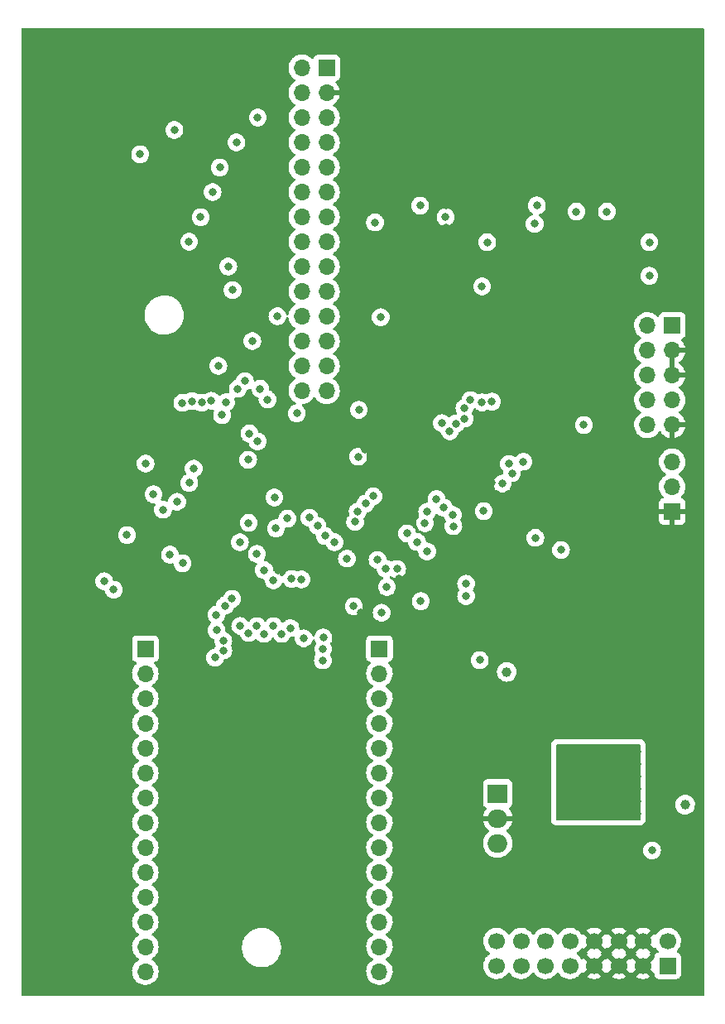
<source format=gbr>
%TF.GenerationSoftware,KiCad,Pcbnew,(6.0.6)*%
%TF.CreationDate,2022-11-26T14:51:24+01:00*%
%TF.ProjectId,wt,77742e6b-6963-4616-945f-706362585858,rev?*%
%TF.SameCoordinates,Original*%
%TF.FileFunction,Copper,L2,Inr*%
%TF.FilePolarity,Positive*%
%FSLAX46Y46*%
G04 Gerber Fmt 4.6, Leading zero omitted, Abs format (unit mm)*
G04 Created by KiCad (PCBNEW (6.0.6)) date 2022-11-26 14:51:24*
%MOMM*%
%LPD*%
G01*
G04 APERTURE LIST*
%TA.AperFunction,ComponentPad*%
%ADD10R,1.700000X1.700000*%
%TD*%
%TA.AperFunction,ComponentPad*%
%ADD11O,1.700000X1.700000*%
%TD*%
%TA.AperFunction,ComponentPad*%
%ADD12R,2.000000X1.905000*%
%TD*%
%TA.AperFunction,ComponentPad*%
%ADD13O,2.000000X1.905000*%
%TD*%
%TA.AperFunction,ComponentPad*%
%ADD14C,1.700000*%
%TD*%
%TA.AperFunction,ViaPad*%
%ADD15C,0.800000*%
%TD*%
%TA.AperFunction,ViaPad*%
%ADD16C,1.000000*%
%TD*%
G04 APERTURE END LIST*
D10*
%TO.N,B_BTN0*%
%TO.C,BackBoard_2*%
X13207600Y41000000D03*
D11*
%TO.N,B_BTN2*%
X13207600Y38460000D03*
%TO.N,B_BTN4*%
X13207600Y35920000D03*
%TO.N,B_LED16*%
X13207600Y33380000D03*
%TO.N,B_LED15*%
X13207600Y30840000D03*
%TO.N,B_LED17*%
X13207600Y28300000D03*
%TO.N,B_LED13*%
X13207600Y25760000D03*
%TO.N,B_AIN8-LED*%
X13207600Y23220000D03*
%TO.N,B_AIN0-LED*%
X13207600Y20680000D03*
%TO.N,B_AIN1-LED*%
X13207600Y18140000D03*
%TO.N,B_AIN3-LED*%
X13207600Y15600000D03*
%TO.N,B_AIN2-LED*%
X13207600Y13060000D03*
%TO.N,B_AIN11-LED*%
X13207600Y10520000D03*
%TO.N,+3V3*%
X13207600Y7980000D03*
%TD*%
D10*
%TO.N,B_AIN10*%
%TO.C,BackBoard_1*%
X31750000Y100402600D03*
D11*
%TO.N,B_AIN8*%
X29210000Y100402600D03*
%TO.N,GND*%
X31750000Y97862600D03*
%TO.N,B_PA9*%
X29210000Y97862600D03*
%TO.N,B_LED8*%
X31750000Y95322600D03*
%TO.N,B_AIN9*%
X29210000Y95322600D03*
%TO.N,B_LED7*%
X31750000Y92782600D03*
%TO.N,B_AIN11*%
X29210000Y92782600D03*
%TO.N,B_LED6*%
X31750000Y90242600D03*
%TO.N,B_AIN0*%
X29210000Y90242600D03*
%TO.N,B_LED5*%
X31750000Y87702600D03*
%TO.N,B_AIN1*%
X29210000Y87702600D03*
%TO.N,B_LED4*%
X31750000Y85162600D03*
%TO.N,B_AIN2*%
X29210000Y85162600D03*
%TO.N,B_LED3*%
X31750000Y82622600D03*
%TO.N,B_AIN3*%
X29210000Y82622600D03*
%TO.N,B_LED2*%
X31750000Y80082600D03*
%TO.N,B_AIN10-LED*%
X29210000Y80082600D03*
%TO.N,B_LED1*%
X31750000Y77542600D03*
%TO.N,B_AIN4*%
X29210000Y77542600D03*
%TO.N,B_LED0*%
X31750000Y75002600D03*
%TO.N,B_AIN5*%
X29210000Y75002600D03*
%TO.N,B_OutB*%
X31750000Y72462600D03*
%TO.N,B_AIN6*%
X29210000Y72462600D03*
%TO.N,B_OutA*%
X31750000Y69922600D03*
%TO.N,B_AIN7*%
X29210000Y69922600D03*
%TO.N,B_USB_D+*%
X31750000Y67382600D03*
%TO.N,B_USB_D-*%
X29210000Y67382600D03*
%TD*%
D10*
%TO.N,B_BTN1*%
%TO.C,BackBoard_3*%
X37159800Y41000000D03*
D11*
%TO.N,B_BTN3*%
X37159800Y38460000D03*
%TO.N,B_BTN5*%
X37159800Y35920000D03*
%TO.N,B_LED9*%
X37159800Y33380000D03*
%TO.N,B_LED10*%
X37159800Y30840000D03*
%TO.N,B_LED11*%
X37159800Y28300000D03*
%TO.N,B_LED12*%
X37159800Y25760000D03*
%TO.N,B_LED14*%
X37159800Y23220000D03*
%TO.N,B_AIN9-LED*%
X37159800Y20680000D03*
%TO.N,B_AIN4-LED*%
X37159800Y18140000D03*
%TO.N,B_AIN5-LED*%
X37159800Y15600000D03*
%TO.N,B_AIN6-LED*%
X37159800Y13060000D03*
%TO.N,+12V*%
X37159800Y10520000D03*
%TO.N,B_AIN7-LED*%
X37159800Y7980000D03*
%TD*%
D10*
%TO.N,+3V3*%
%TO.C,J2*%
X67111800Y74061400D03*
D11*
%TO.N,SWDIO*%
X64571800Y74061400D03*
%TO.N,GND*%
X67111800Y71521400D03*
%TO.N,SWDCLK*%
X64571800Y71521400D03*
%TO.N,GND*%
X67111800Y68981400D03*
%TO.N,TRACESWO*%
X64571800Y68981400D03*
%TO.N,unconnected-(J2-Pad7)*%
X67111800Y66441400D03*
%TO.N,JTDI*%
X64571800Y66441400D03*
%TO.N,GND*%
X67111800Y63901400D03*
%TO.N,RST*%
X64571800Y63901400D03*
%TD*%
D10*
%TO.N,GND*%
%TO.C,JP1*%
X67106800Y55031399D03*
D11*
%TO.N,Net-(JP1-Pad2)*%
X67106800Y57571399D03*
%TO.N,+3V3*%
X67106800Y60111399D03*
%TD*%
D12*
%TO.N,+12V*%
%TO.C,U18*%
X49255800Y26187400D03*
D13*
%TO.N,GND*%
X49255800Y23647400D03*
%TO.N,Net-(JP2-Pad1)*%
X49255800Y21107400D03*
%TD*%
D10*
%TO.N,-12V*%
%TO.C,U16*%
X66640600Y8579800D03*
D14*
X66640600Y11079800D03*
%TO.N,GND*%
X64140600Y8579800D03*
X64140600Y11079800D03*
X61640600Y8579800D03*
X61640600Y11079800D03*
X59140600Y8579800D03*
X59140600Y11079800D03*
%TO.N,+12V*%
X56640600Y8579800D03*
X56640600Y11079800D03*
%TO.N,+5V*%
X54140600Y8579800D03*
X54140600Y11079800D03*
%TO.N,unconnected-(U16-Pad13)*%
X51640600Y8579800D03*
X51640600Y11079800D03*
%TO.N,unconnected-(U16-Pad15)*%
X49140600Y8579800D03*
X49140600Y11079800D03*
%TD*%
D15*
%TO.N,+3V3*%
X55880000Y29210000D03*
X42037000Y55016400D03*
X62230000Y30480000D03*
X55880000Y25400000D03*
X60960000Y30480000D03*
X57150000Y26670000D03*
X27736800Y54305200D03*
X58420000Y30480000D03*
X37922200Y47320200D03*
X47828200Y55067200D03*
X60960000Y24130000D03*
X57150000Y27940000D03*
X62230000Y29210000D03*
X34975800Y60629800D03*
X34532703Y45341665D03*
X63500000Y26670000D03*
X62230000Y26670000D03*
X63500000Y24130000D03*
X59690000Y30480000D03*
X57150000Y29210000D03*
X57150000Y25400000D03*
X59690000Y24130000D03*
X63500000Y27940000D03*
X63500000Y25400000D03*
X63500000Y30480000D03*
X62230000Y24130000D03*
X63500000Y29210000D03*
X55880000Y30480000D03*
X55880000Y26670000D03*
X38963600Y49149000D03*
X62230000Y25400000D03*
X55880000Y27940000D03*
X55880000Y24130000D03*
X57150000Y30480000D03*
D16*
X50190400Y38633400D03*
D15*
X58420000Y24130000D03*
X55727600Y51104800D03*
X62230000Y27940000D03*
X42037000Y50952400D03*
X57150000Y24130000D03*
%TO.N,GND*%
X60528200Y87020400D03*
X43992800Y86385400D03*
X39928800Y59690000D03*
X12344400Y50546000D03*
X27127200Y21742400D03*
X57378600Y32486600D03*
X6502400Y74117200D03*
X11176000Y22453600D03*
X44196000Y8509000D03*
X26924000Y18643600D03*
X43637200Y72212200D03*
X35682356Y61396444D03*
X38862000Y55524400D03*
X2540000Y7264400D03*
X56591200Y72694800D03*
X47472600Y75641200D03*
X56083200Y70764400D03*
X35001200Y29464000D03*
X52298600Y54610000D03*
X7721600Y71374000D03*
X57251600Y84251800D03*
X24180800Y75539600D03*
X27686000Y59486800D03*
X43992800Y84074000D03*
X35052000Y71170800D03*
X25450800Y54914800D03*
X34340800Y59334400D03*
X35204400Y74320400D03*
X56591200Y75895200D03*
X11785600Y56235600D03*
X17475200Y16611600D03*
X42748200Y38455600D03*
X34899600Y27127200D03*
X44170600Y28727400D03*
X10160000Y15544800D03*
X48717200Y97383600D03*
X36728400Y78994000D03*
X26771600Y48971200D03*
X62534800Y33274000D03*
X24688800Y97688400D03*
X46736000Y99771200D03*
X26771600Y78790800D03*
X19151600Y31292800D03*
X10668000Y20167600D03*
X34645600Y22047200D03*
X62534800Y36169600D03*
X58089800Y62585600D03*
X41808400Y76758800D03*
X41351200Y84861400D03*
X63804800Y47294800D03*
X48666400Y58013600D03*
X16916400Y68427600D03*
X42522155Y52109647D03*
X52070000Y50901600D03*
X34899600Y24536400D03*
X15748000Y61112400D03*
X35534600Y49403000D03*
X60477400Y84328000D03*
X45008800Y97332800D03*
X65582800Y47294800D03*
X21742400Y83921600D03*
X64770000Y45669200D03*
X5791200Y7213600D03*
X34747200Y32105600D03*
X34188400Y37236400D03*
X4978400Y71526400D03*
X40081200Y73710800D03*
X48768000Y68580000D03*
X60299600Y52705000D03*
X4165600Y9702800D03*
X36880800Y88392000D03*
X35356800Y68046600D03*
X54102000Y75742800D03*
X35280600Y44678600D03*
X56235600Y65176400D03*
X30276800Y18338800D03*
D16*
X67767200Y29641800D03*
D15*
X39132788Y48163921D03*
X33553400Y52654200D03*
%TO.N,1V25*%
X47421800Y39827200D03*
X41376547Y45861772D03*
%TO.N,Net-(C1-Pad1)*%
X46024800Y47650400D03*
%TO.N,RST*%
X53111400Y52349400D03*
%TO.N,Net-(R2-Pad2)*%
X46024800Y46380400D03*
%TO.N,Net-(C17-Pad2)*%
X53035200Y84455000D03*
%TO.N,Net-(R10-Pad2)*%
X64770000Y82575400D03*
%TO.N,/DCA/InA*%
X37795200Y49199800D03*
%TO.N,/DCA/InB*%
X36957000Y50088800D03*
X53263800Y86334600D03*
X37287200Y74904600D03*
%TO.N,Net-(C4-Pad1)*%
X26568400Y53314600D03*
%TO.N,Net-(C5-Pad1)*%
X35052000Y65430400D03*
%TO.N,Net-(C23-Pad2)*%
X36703000Y84607400D03*
%TO.N,/DCA/CS*%
X51892200Y60121800D03*
%TO.N,/DCA/DACA{slash}B*%
X41808400Y53848000D03*
%TO.N,Net-(R11-Pad1)*%
X48183800Y82575400D03*
%TO.N,/D0*%
X48666400Y66268600D03*
%TO.N,/D1*%
X47650400Y66192400D03*
%TO.N,/D2*%
X45857493Y65631705D03*
%TO.N,/D3*%
X44983550Y64029864D03*
%TO.N,/D4*%
X43534550Y64076778D03*
%TO.N,/D5*%
X44355157Y63252608D03*
%TO.N,/D6*%
X45848636Y64530495D03*
%TO.N,/D7*%
X46470837Y66420891D03*
%TO.N,-12V*%
X57302400Y85699600D03*
X65049400Y20370800D03*
X41325800Y86309200D03*
%TO.N,+12V*%
X43916600Y85140800D03*
X60426600Y85699600D03*
D16*
%TO.N,+5V*%
X68427600Y25044400D03*
D15*
X58064400Y63881000D03*
%TO.N,Net-(R4-Pad1)*%
X33832800Y50215800D03*
%TO.N,B_AIN10-LED*%
X21458544Y66216586D03*
X21691600Y80086200D03*
X26416000Y56464200D03*
%TO.N,B_AIN8*%
X36525200Y56591200D03*
X25709296Y66489349D03*
%TO.N,B_LED16*%
X15011400Y55219600D03*
%TO.N,B_LED15*%
X15722600Y50622200D03*
%TO.N,B_LED17*%
X16459200Y56032400D03*
%TO.N,B_LED13*%
X17018000Y49733200D03*
%TO.N,B_LED9*%
X28041600Y43103800D03*
X29183170Y48082765D03*
%TO.N,B_AIN9-LED*%
X23774400Y53873400D03*
X23774400Y42595800D03*
%TO.N,B_AIN8-LED*%
X11328400Y52628800D03*
%TO.N,B_AIN9*%
X24714200Y95326200D03*
X35737800Y55829200D03*
X24968200Y67589400D03*
%TO.N,B_LED10*%
X28185375Y48141176D03*
X27152600Y42519600D03*
%TO.N,B_AIN7-LED*%
X22910800Y43332400D03*
X22885400Y51892200D03*
%TO.N,B_AIN1-LED*%
X8991600Y47904400D03*
%TO.N,B_LED11*%
X26314400Y48006000D03*
X26314400Y43307000D03*
%TO.N,B_LED12*%
X25349201Y49047399D03*
X25349200Y42519600D03*
%TO.N,B_AIN0-LED*%
X9982200Y47040800D03*
%TO.N,B_AIN2-LED*%
X31583671Y52538671D03*
X21183600Y40817800D03*
%TO.N,B_AIN3-LED*%
X20345400Y40081200D03*
X32562800Y51892200D03*
%TO.N,B_AIN4-LED*%
X39979600Y52781200D03*
%TO.N,B_LED14*%
X24612600Y43307000D03*
X24612600Y50698400D03*
%TO.N,B_AIN5-LED*%
X40995600Y51917600D03*
%TO.N,B_AIN11-LED*%
X28702000Y65074800D03*
%TO.N,B_LED8*%
X16179800Y94056200D03*
%TO.N,B_LED7*%
X12676539Y91577538D03*
%TO.N,B_LED5*%
X44653200Y54686200D03*
%TO.N,B_LED4*%
X43764200Y55422800D03*
%TO.N,B_LED3*%
X43002200Y56311800D03*
%TO.N,B_LED2*%
X49731936Y57891384D03*
%TO.N,B_LED1*%
X50715402Y58957115D03*
%TO.N,B_LED0*%
X50397755Y59905300D03*
%TO.N,B_LED6*%
X44719653Y53532910D03*
%TO.N,B_OutA*%
X47650400Y78054200D03*
%TO.N,B_OutB*%
X64770360Y79134300D03*
%TO.N,B_AIN10*%
X34925000Y55041800D03*
X23394600Y68364415D03*
%TO.N,B_AIN11*%
X22529800Y92786200D03*
X34671000Y53975000D03*
X22670100Y67580691D03*
%TO.N,B_AIN0*%
X20828000Y90220800D03*
X31369000Y39801800D03*
X19951100Y66354726D03*
%TO.N,B_AIN1*%
X18970099Y66163307D03*
X20091400Y87706200D03*
X31394400Y40970200D03*
%TO.N,B_AIN2*%
X17982267Y66315601D03*
X31419800Y42138600D03*
X18872200Y85140800D03*
%TO.N,B_AIN3*%
X17678400Y82626200D03*
X16996029Y66153310D03*
X37384229Y44682628D03*
%TO.N,B_AIN7*%
X20497800Y42875200D03*
X21056600Y64897000D03*
X20675602Y69926199D03*
%TO.N,B_AIN6*%
X23850600Y63017400D03*
X24155400Y72466200D03*
X20472400Y44475400D03*
%TO.N,B_AIN4*%
X23723600Y60325000D03*
X22072600Y46101000D03*
X22136700Y77673727D03*
%TO.N,B_AIN5*%
X24688800Y62204600D03*
X26720800Y75006200D03*
X21353114Y45407210D03*
%TO.N,B_BTN1*%
X18153096Y59423900D03*
%TO.N,B_BTN0*%
X13233400Y59944000D03*
%TO.N,B_BTN2*%
X29997400Y54406800D03*
X21182712Y41817302D03*
%TO.N,B_BTN4*%
X14046200Y56794400D03*
%TO.N,B_BTN3*%
X30826431Y53577724D03*
X29413200Y42060915D03*
%TO.N,B_BTN5*%
X17703595Y57962800D03*
%TD*%
%TA.AperFunction,Conductor*%
%TO.N,GND*%
G36*
X70333621Y104471498D02*
G01*
X70380114Y104417842D01*
X70391500Y104365500D01*
X70391500Y5634500D01*
X70371498Y5566379D01*
X70317842Y5519886D01*
X70265500Y5508500D01*
X634500Y5508500D01*
X566379Y5528502D01*
X519886Y5582158D01*
X508500Y5634500D01*
X508500Y8013305D01*
X11844851Y8013305D01*
X11845148Y8008152D01*
X11845148Y8008149D01*
X11855725Y7824704D01*
X11857710Y7790285D01*
X11858847Y7785239D01*
X11858848Y7785233D01*
X11867843Y7745320D01*
X11906822Y7572361D01*
X11954499Y7454947D01*
X11987482Y7373719D01*
X11990866Y7365384D01*
X11993565Y7360980D01*
X12076138Y7226233D01*
X12107587Y7174912D01*
X12253850Y7006062D01*
X12425726Y6863368D01*
X12618600Y6750662D01*
X12827292Y6670970D01*
X12832360Y6669939D01*
X12832363Y6669938D01*
X12939617Y6648117D01*
X13046197Y6626433D01*
X13051372Y6626243D01*
X13051374Y6626243D01*
X13264273Y6618436D01*
X13264277Y6618436D01*
X13269437Y6618247D01*
X13274557Y6618903D01*
X13274559Y6618903D01*
X13485888Y6645975D01*
X13485889Y6645975D01*
X13491016Y6646632D01*
X13495966Y6648117D01*
X13700029Y6709339D01*
X13700034Y6709341D01*
X13704984Y6710826D01*
X13905594Y6809104D01*
X14087460Y6938827D01*
X14245696Y7096511D01*
X14305194Y7179311D01*
X14373035Y7273723D01*
X14376053Y7277923D01*
X14393571Y7313367D01*
X14472736Y7473547D01*
X14472737Y7473549D01*
X14475030Y7478189D01*
X14536851Y7681666D01*
X14538465Y7686977D01*
X14538465Y7686979D01*
X14539970Y7691931D01*
X14569129Y7913410D01*
X14569211Y7916760D01*
X14570674Y7976635D01*
X14570674Y7976639D01*
X14570756Y7980000D01*
X14568018Y8013305D01*
X35797051Y8013305D01*
X35797348Y8008152D01*
X35797348Y8008149D01*
X35807925Y7824704D01*
X35809910Y7790285D01*
X35811047Y7785239D01*
X35811048Y7785233D01*
X35820043Y7745320D01*
X35859022Y7572361D01*
X35906699Y7454947D01*
X35939682Y7373719D01*
X35943066Y7365384D01*
X35945765Y7360980D01*
X36028338Y7226233D01*
X36059787Y7174912D01*
X36206050Y7006062D01*
X36377926Y6863368D01*
X36570800Y6750662D01*
X36779492Y6670970D01*
X36784560Y6669939D01*
X36784563Y6669938D01*
X36891817Y6648117D01*
X36998397Y6626433D01*
X37003572Y6626243D01*
X37003574Y6626243D01*
X37216473Y6618436D01*
X37216477Y6618436D01*
X37221637Y6618247D01*
X37226757Y6618903D01*
X37226759Y6618903D01*
X37438088Y6645975D01*
X37438089Y6645975D01*
X37443216Y6646632D01*
X37448166Y6648117D01*
X37652229Y6709339D01*
X37652234Y6709341D01*
X37657184Y6710826D01*
X37857794Y6809104D01*
X38039660Y6938827D01*
X38197896Y7096511D01*
X38257394Y7179311D01*
X38325235Y7273723D01*
X38328253Y7277923D01*
X38345771Y7313367D01*
X38424936Y7473547D01*
X38424937Y7473549D01*
X38427230Y7478189D01*
X38489051Y7681666D01*
X38490665Y7686977D01*
X38490665Y7686979D01*
X38492170Y7691931D01*
X38521329Y7913410D01*
X38521411Y7916760D01*
X38522874Y7976635D01*
X38522874Y7976639D01*
X38522956Y7980000D01*
X38504652Y8202639D01*
X38450231Y8419298D01*
X38365961Y8613105D01*
X47777851Y8613105D01*
X47778148Y8607952D01*
X47778148Y8607949D01*
X47788752Y8424046D01*
X47790710Y8390085D01*
X47791847Y8385039D01*
X47791848Y8385033D01*
X47812875Y8291731D01*
X47839822Y8172161D01*
X47923866Y7965184D01*
X47926565Y7960780D01*
X48037888Y7779117D01*
X48040587Y7774712D01*
X48186850Y7605862D01*
X48358726Y7463168D01*
X48551600Y7350462D01*
X48760292Y7270770D01*
X48765360Y7269739D01*
X48765363Y7269738D01*
X48870204Y7248408D01*
X48979197Y7226233D01*
X48984372Y7226043D01*
X48984374Y7226043D01*
X49197273Y7218236D01*
X49197277Y7218236D01*
X49202437Y7218047D01*
X49207557Y7218703D01*
X49207559Y7218703D01*
X49418888Y7245775D01*
X49418889Y7245775D01*
X49424016Y7246432D01*
X49428966Y7247917D01*
X49633029Y7309139D01*
X49633034Y7309141D01*
X49637984Y7310626D01*
X49838594Y7408904D01*
X50020460Y7538627D01*
X50049510Y7567575D01*
X50164000Y7681666D01*
X50178696Y7696311D01*
X50238194Y7779111D01*
X50289281Y7850207D01*
X50345276Y7893855D01*
X50415979Y7900301D01*
X50478944Y7867498D01*
X50499037Y7842515D01*
X50537887Y7779117D01*
X50537891Y7779112D01*
X50540587Y7774712D01*
X50686850Y7605862D01*
X50858726Y7463168D01*
X51051600Y7350462D01*
X51260292Y7270770D01*
X51265360Y7269739D01*
X51265363Y7269738D01*
X51370204Y7248408D01*
X51479197Y7226233D01*
X51484372Y7226043D01*
X51484374Y7226043D01*
X51697273Y7218236D01*
X51697277Y7218236D01*
X51702437Y7218047D01*
X51707557Y7218703D01*
X51707559Y7218703D01*
X51918888Y7245775D01*
X51918889Y7245775D01*
X51924016Y7246432D01*
X51928966Y7247917D01*
X52133029Y7309139D01*
X52133034Y7309141D01*
X52137984Y7310626D01*
X52338594Y7408904D01*
X52520460Y7538627D01*
X52549510Y7567575D01*
X52664000Y7681666D01*
X52678696Y7696311D01*
X52738194Y7779111D01*
X52789281Y7850207D01*
X52845276Y7893855D01*
X52915979Y7900301D01*
X52978944Y7867498D01*
X52999037Y7842515D01*
X53037887Y7779117D01*
X53037891Y7779112D01*
X53040587Y7774712D01*
X53186850Y7605862D01*
X53358726Y7463168D01*
X53551600Y7350462D01*
X53760292Y7270770D01*
X53765360Y7269739D01*
X53765363Y7269738D01*
X53870204Y7248408D01*
X53979197Y7226233D01*
X53984372Y7226043D01*
X53984374Y7226043D01*
X54197273Y7218236D01*
X54197277Y7218236D01*
X54202437Y7218047D01*
X54207557Y7218703D01*
X54207559Y7218703D01*
X54418888Y7245775D01*
X54418889Y7245775D01*
X54424016Y7246432D01*
X54428966Y7247917D01*
X54633029Y7309139D01*
X54633034Y7309141D01*
X54637984Y7310626D01*
X54838594Y7408904D01*
X55020460Y7538627D01*
X55049510Y7567575D01*
X55164000Y7681666D01*
X55178696Y7696311D01*
X55238194Y7779111D01*
X55289281Y7850207D01*
X55345276Y7893855D01*
X55415979Y7900301D01*
X55478944Y7867498D01*
X55499037Y7842515D01*
X55537887Y7779117D01*
X55537891Y7779112D01*
X55540587Y7774712D01*
X55686850Y7605862D01*
X55858726Y7463168D01*
X56051600Y7350462D01*
X56260292Y7270770D01*
X56265360Y7269739D01*
X56265363Y7269738D01*
X56370204Y7248408D01*
X56479197Y7226233D01*
X56484372Y7226043D01*
X56484374Y7226043D01*
X56697273Y7218236D01*
X56697277Y7218236D01*
X56702437Y7218047D01*
X56707557Y7218703D01*
X56707559Y7218703D01*
X56918888Y7245775D01*
X56918889Y7245775D01*
X56924016Y7246432D01*
X56928966Y7247917D01*
X57133029Y7309139D01*
X57133034Y7309141D01*
X57137984Y7310626D01*
X57338594Y7408904D01*
X57403144Y7454947D01*
X58380577Y7454947D01*
X58385858Y7447893D01*
X58547356Y7353521D01*
X58556642Y7349071D01*
X58755601Y7273097D01*
X58765499Y7270221D01*
X58974195Y7227762D01*
X58984423Y7226543D01*
X59197250Y7218738D01*
X59207536Y7219205D01*
X59418785Y7246266D01*
X59428862Y7248408D01*
X59632855Y7309609D01*
X59642442Y7313367D01*
X59833698Y7407062D01*
X59842544Y7412335D01*
X59889847Y7446077D01*
X59896811Y7454947D01*
X60880577Y7454947D01*
X60885858Y7447893D01*
X61047356Y7353521D01*
X61056642Y7349071D01*
X61255601Y7273097D01*
X61265499Y7270221D01*
X61474195Y7227762D01*
X61484423Y7226543D01*
X61697250Y7218738D01*
X61707536Y7219205D01*
X61918785Y7246266D01*
X61928862Y7248408D01*
X62132855Y7309609D01*
X62142442Y7313367D01*
X62333698Y7407062D01*
X62342544Y7412335D01*
X62389847Y7446077D01*
X62396811Y7454947D01*
X63380577Y7454947D01*
X63385858Y7447893D01*
X63547356Y7353521D01*
X63556642Y7349071D01*
X63755601Y7273097D01*
X63765499Y7270221D01*
X63974195Y7227762D01*
X63984423Y7226543D01*
X64197250Y7218738D01*
X64207536Y7219205D01*
X64418785Y7246266D01*
X64428862Y7248408D01*
X64632855Y7309609D01*
X64642442Y7313367D01*
X64833698Y7407062D01*
X64842544Y7412335D01*
X64889847Y7446077D01*
X64898248Y7456777D01*
X64891260Y7469930D01*
X64153412Y8207778D01*
X64139468Y8215392D01*
X64137635Y8215261D01*
X64131020Y8211010D01*
X63387337Y7467327D01*
X63380577Y7454947D01*
X62396811Y7454947D01*
X62398248Y7456777D01*
X62391260Y7469930D01*
X61653412Y8207778D01*
X61639468Y8215392D01*
X61637635Y8215261D01*
X61631020Y8211010D01*
X60887337Y7467327D01*
X60880577Y7454947D01*
X59896811Y7454947D01*
X59898248Y7456777D01*
X59891260Y7469930D01*
X59153412Y8207778D01*
X59139468Y8215392D01*
X59137635Y8215261D01*
X59131020Y8211010D01*
X58387337Y7467327D01*
X58380577Y7454947D01*
X57403144Y7454947D01*
X57520460Y7538627D01*
X57549510Y7567575D01*
X57664000Y7681666D01*
X57678696Y7696311D01*
X57789599Y7850649D01*
X57845591Y7894296D01*
X57916295Y7900742D01*
X57979259Y7867940D01*
X57999352Y7842957D01*
X58007058Y7830382D01*
X58017516Y7820920D01*
X58026294Y7824704D01*
X58768578Y8566988D01*
X58774956Y8578668D01*
X59505008Y8578668D01*
X59505139Y8576835D01*
X59509390Y8570220D01*
X60251074Y7828536D01*
X60263084Y7821977D01*
X60274823Y7830945D01*
X60289314Y7851111D01*
X60345309Y7894759D01*
X60416012Y7901205D01*
X60478977Y7868402D01*
X60499071Y7843418D01*
X60507060Y7830380D01*
X60517516Y7820920D01*
X60526294Y7824704D01*
X61268578Y8566988D01*
X61274956Y8578668D01*
X62005008Y8578668D01*
X62005139Y8576835D01*
X62009390Y8570220D01*
X62751074Y7828536D01*
X62763084Y7821977D01*
X62774823Y7830945D01*
X62789314Y7851111D01*
X62845309Y7894759D01*
X62916012Y7901205D01*
X62978977Y7868402D01*
X62999071Y7843418D01*
X63007060Y7830380D01*
X63017516Y7820920D01*
X63026294Y7824704D01*
X63768578Y8566988D01*
X63774956Y8578668D01*
X64505008Y8578668D01*
X64505139Y8576835D01*
X64509390Y8570220D01*
X65245195Y7834415D01*
X65279221Y7772103D01*
X65282100Y7745320D01*
X65282100Y7681666D01*
X65288855Y7619484D01*
X65339985Y7483095D01*
X65427339Y7366539D01*
X65543895Y7279185D01*
X65680284Y7228055D01*
X65742466Y7221300D01*
X67538734Y7221300D01*
X67600916Y7228055D01*
X67737305Y7279185D01*
X67853861Y7366539D01*
X67941215Y7483095D01*
X67992345Y7619484D01*
X67999100Y7681666D01*
X67999100Y9477934D01*
X67992345Y9540116D01*
X67941215Y9676505D01*
X67853861Y9793061D01*
X67737305Y9880415D01*
X67728896Y9883567D01*
X67728895Y9883568D01*
X67647971Y9913905D01*
X67591206Y9956546D01*
X67566506Y10023108D01*
X67581713Y10092457D01*
X67603260Y10121138D01*
X67675035Y10192663D01*
X67678696Y10196311D01*
X67704292Y10231931D01*
X67806035Y10373523D01*
X67809053Y10377723D01*
X67820441Y10400764D01*
X67905736Y10573347D01*
X67905737Y10573349D01*
X67908030Y10577989D01*
X67972970Y10791731D01*
X68002129Y11013210D01*
X68003756Y11079800D01*
X67985452Y11302439D01*
X67931031Y11519098D01*
X67841954Y11723960D01*
X67720614Y11911523D01*
X67570270Y12076749D01*
X67566219Y12079948D01*
X67566215Y12079952D01*
X67399014Y12212000D01*
X67399010Y12212002D01*
X67394959Y12215202D01*
X67199389Y12323162D01*
X67194520Y12324886D01*
X67194516Y12324888D01*
X66993687Y12396005D01*
X66993683Y12396006D01*
X66988812Y12397731D01*
X66983719Y12398638D01*
X66983716Y12398639D01*
X66773973Y12436000D01*
X66773967Y12436001D01*
X66768884Y12436906D01*
X66695052Y12437808D01*
X66550681Y12439572D01*
X66550679Y12439572D01*
X66545511Y12439635D01*
X66324691Y12405845D01*
X66112356Y12336443D01*
X66079607Y12319395D01*
X65955737Y12254912D01*
X65914207Y12233293D01*
X65910074Y12230190D01*
X65910071Y12230188D01*
X65785509Y12136664D01*
X65735565Y12099165D01*
X65719888Y12082760D01*
X65610699Y11968500D01*
X65581229Y11937662D01*
X65508239Y11830662D01*
X65494028Y11809830D01*
X65439117Y11764828D01*
X65368592Y11756657D01*
X65304845Y11787911D01*
X65284148Y11812396D01*
X65273664Y11828601D01*
X65262977Y11837805D01*
X65253412Y11833402D01*
X64512622Y11092612D01*
X64505008Y11078668D01*
X64505139Y11076835D01*
X64509390Y11070220D01*
X65251074Y10328536D01*
X65263084Y10321977D01*
X65274823Y10330945D01*
X65288997Y10350670D01*
X65344992Y10394318D01*
X65415695Y10400764D01*
X65478659Y10367962D01*
X65498753Y10342979D01*
X65499037Y10342515D01*
X65540587Y10274712D01*
X65543965Y10270812D01*
X65543966Y10270811D01*
X65680637Y10113034D01*
X65710119Y10048449D01*
X65700004Y9978177D01*
X65653503Y9924528D01*
X65629628Y9912555D01*
X65552305Y9883568D01*
X65552304Y9883567D01*
X65543895Y9880415D01*
X65427339Y9793061D01*
X65339985Y9676505D01*
X65288855Y9540116D01*
X65282100Y9477934D01*
X65282100Y9414280D01*
X65262098Y9346159D01*
X65245195Y9325185D01*
X64512622Y8592612D01*
X64505008Y8578668D01*
X63774956Y8578668D01*
X63776192Y8580932D01*
X63776061Y8582765D01*
X63771810Y8589380D01*
X63030449Y9330741D01*
X63018913Y9337041D01*
X63006628Y9327416D01*
X62994322Y9309376D01*
X62939411Y9264373D01*
X62868886Y9256202D01*
X62805139Y9287456D01*
X62784441Y9311941D01*
X62773662Y9328604D01*
X62762977Y9337805D01*
X62753412Y9333402D01*
X62012622Y8592612D01*
X62005008Y8578668D01*
X61274956Y8578668D01*
X61276192Y8580932D01*
X61276061Y8582765D01*
X61271810Y8589380D01*
X60530449Y9330741D01*
X60518913Y9337041D01*
X60506628Y9327416D01*
X60494322Y9309376D01*
X60439411Y9264373D01*
X60368886Y9256202D01*
X60305139Y9287456D01*
X60284441Y9311941D01*
X60273662Y9328604D01*
X60262977Y9337805D01*
X60253412Y9333402D01*
X59512622Y8592612D01*
X59505008Y8578668D01*
X58774956Y8578668D01*
X58776192Y8580932D01*
X58776061Y8582765D01*
X58771810Y8589380D01*
X58030449Y9330741D01*
X58018913Y9337041D01*
X58006631Y9327418D01*
X57994629Y9309824D01*
X57939718Y9264821D01*
X57869193Y9256649D01*
X57805446Y9287903D01*
X57784748Y9312387D01*
X57771153Y9333402D01*
X57720614Y9411523D01*
X57570270Y9576749D01*
X57566219Y9579948D01*
X57566215Y9579952D01*
X57399014Y9712000D01*
X57399010Y9712002D01*
X57394959Y9715202D01*
X57385269Y9720551D01*
X57335297Y9770983D01*
X57320524Y9840425D01*
X57345639Y9906831D01*
X57372992Y9933440D01*
X57379294Y9937935D01*
X57403144Y9954947D01*
X58380577Y9954947D01*
X58385858Y9947893D01*
X58399258Y9940062D01*
X58447981Y9888423D01*
X58461051Y9818640D01*
X58434319Y9752868D01*
X58411340Y9730516D01*
X58390277Y9714701D01*
X58381823Y9703373D01*
X58388568Y9691042D01*
X59127788Y8951822D01*
X59141732Y8944208D01*
X59143565Y8944339D01*
X59150180Y8948590D01*
X59893989Y9692399D01*
X59901010Y9705256D01*
X59894211Y9714587D01*
X59890154Y9717282D01*
X59884330Y9720497D01*
X59834358Y9770929D01*
X59819586Y9840371D01*
X59844701Y9906777D01*
X59872052Y9933383D01*
X59889846Y9946076D01*
X59896811Y9954947D01*
X60880577Y9954947D01*
X60885858Y9947893D01*
X60899258Y9940062D01*
X60947981Y9888423D01*
X60961051Y9818640D01*
X60934319Y9752868D01*
X60911340Y9730516D01*
X60890277Y9714701D01*
X60881823Y9703373D01*
X60888568Y9691042D01*
X61627788Y8951822D01*
X61641732Y8944208D01*
X61643565Y8944339D01*
X61650180Y8948590D01*
X62393989Y9692399D01*
X62401010Y9705256D01*
X62394211Y9714587D01*
X62390154Y9717282D01*
X62384330Y9720497D01*
X62334358Y9770929D01*
X62319586Y9840371D01*
X62344701Y9906777D01*
X62372052Y9933383D01*
X62389846Y9946076D01*
X62396811Y9954947D01*
X63380577Y9954947D01*
X63385858Y9947893D01*
X63399258Y9940062D01*
X63447981Y9888423D01*
X63461051Y9818640D01*
X63434319Y9752868D01*
X63411340Y9730516D01*
X63390277Y9714701D01*
X63381823Y9703373D01*
X63388568Y9691042D01*
X64127788Y8951822D01*
X64141732Y8944208D01*
X64143565Y8944339D01*
X64150180Y8948590D01*
X64893989Y9692399D01*
X64901010Y9705256D01*
X64894211Y9714587D01*
X64890154Y9717282D01*
X64884330Y9720497D01*
X64834358Y9770929D01*
X64819586Y9840371D01*
X64844701Y9906777D01*
X64872052Y9933383D01*
X64889846Y9946076D01*
X64898248Y9956777D01*
X64891260Y9969930D01*
X64153412Y10707778D01*
X64139468Y10715392D01*
X64137635Y10715261D01*
X64131020Y10711010D01*
X63387337Y9967327D01*
X63380577Y9954947D01*
X62396811Y9954947D01*
X62398248Y9956777D01*
X62391260Y9969930D01*
X61653412Y10707778D01*
X61639468Y10715392D01*
X61637635Y10715261D01*
X61631020Y10711010D01*
X60887337Y9967327D01*
X60880577Y9954947D01*
X59896811Y9954947D01*
X59898248Y9956777D01*
X59891260Y9969930D01*
X59153412Y10707778D01*
X59139468Y10715392D01*
X59137635Y10715261D01*
X59131020Y10711010D01*
X58387337Y9967327D01*
X58380577Y9954947D01*
X57403144Y9954947D01*
X57520460Y10038627D01*
X57530317Y10048449D01*
X57675035Y10192663D01*
X57678696Y10196311D01*
X57789599Y10350649D01*
X57845591Y10394296D01*
X57916295Y10400742D01*
X57979259Y10367940D01*
X57999352Y10342957D01*
X58007058Y10330382D01*
X58017516Y10320920D01*
X58026294Y10324704D01*
X58768578Y11066988D01*
X58774956Y11078668D01*
X59505008Y11078668D01*
X59505139Y11076835D01*
X59509390Y11070220D01*
X60251074Y10328536D01*
X60263084Y10321977D01*
X60274823Y10330945D01*
X60289314Y10351111D01*
X60345309Y10394759D01*
X60416012Y10401205D01*
X60478977Y10368402D01*
X60499071Y10343418D01*
X60507060Y10330380D01*
X60517516Y10320920D01*
X60526294Y10324704D01*
X61268578Y11066988D01*
X61274956Y11078668D01*
X62005008Y11078668D01*
X62005139Y11076835D01*
X62009390Y11070220D01*
X62751074Y10328536D01*
X62763084Y10321977D01*
X62774823Y10330945D01*
X62789314Y10351111D01*
X62845309Y10394759D01*
X62916012Y10401205D01*
X62978977Y10368402D01*
X62999071Y10343418D01*
X63007060Y10330380D01*
X63017516Y10320920D01*
X63026294Y10324704D01*
X63768578Y11066988D01*
X63776192Y11080932D01*
X63776061Y11082765D01*
X63771810Y11089380D01*
X63030449Y11830741D01*
X63018913Y11837041D01*
X63006628Y11827416D01*
X62994322Y11809376D01*
X62939411Y11764373D01*
X62868886Y11756202D01*
X62805139Y11787456D01*
X62784441Y11811941D01*
X62773662Y11828604D01*
X62762977Y11837805D01*
X62753412Y11833402D01*
X62012622Y11092612D01*
X62005008Y11078668D01*
X61274956Y11078668D01*
X61276192Y11080932D01*
X61276061Y11082765D01*
X61271810Y11089380D01*
X60530449Y11830741D01*
X60518913Y11837041D01*
X60506628Y11827416D01*
X60494322Y11809376D01*
X60439411Y11764373D01*
X60368886Y11756202D01*
X60305139Y11787456D01*
X60284441Y11811941D01*
X60273662Y11828604D01*
X60262977Y11837805D01*
X60253412Y11833402D01*
X59512622Y11092612D01*
X59505008Y11078668D01*
X58774956Y11078668D01*
X58776192Y11080932D01*
X58776061Y11082765D01*
X58771810Y11089380D01*
X58030449Y11830741D01*
X58018913Y11837041D01*
X58006631Y11827418D01*
X57994629Y11809824D01*
X57939718Y11764821D01*
X57869193Y11756649D01*
X57805446Y11787903D01*
X57784748Y11812387D01*
X57771153Y11833402D01*
X57720614Y11911523D01*
X57570270Y12076749D01*
X57566219Y12079948D01*
X57566215Y12079952D01*
X57409938Y12203373D01*
X58381823Y12203373D01*
X58388568Y12191042D01*
X59127788Y11451822D01*
X59141732Y11444208D01*
X59143565Y11444339D01*
X59150180Y11448590D01*
X59893989Y12192399D01*
X59899982Y12203373D01*
X60881823Y12203373D01*
X60888568Y12191042D01*
X61627788Y11451822D01*
X61641732Y11444208D01*
X61643565Y11444339D01*
X61650180Y11448590D01*
X62393989Y12192399D01*
X62399982Y12203373D01*
X63381823Y12203373D01*
X63388568Y12191042D01*
X64127788Y11451822D01*
X64141732Y11444208D01*
X64143565Y11444339D01*
X64150180Y11448590D01*
X64893989Y12192399D01*
X64901010Y12205256D01*
X64894211Y12214587D01*
X64890154Y12217282D01*
X64703717Y12320201D01*
X64694305Y12324431D01*
X64493559Y12395520D01*
X64483589Y12398154D01*
X64273927Y12435499D01*
X64263673Y12436469D01*
X64050716Y12439072D01*
X64040432Y12438352D01*
X63829921Y12406139D01*
X63819893Y12403750D01*
X63617468Y12337588D01*
X63607959Y12333591D01*
X63419066Y12235260D01*
X63410334Y12229761D01*
X63390277Y12214701D01*
X63381823Y12203373D01*
X62399982Y12203373D01*
X62401010Y12205256D01*
X62394211Y12214587D01*
X62390154Y12217282D01*
X62203717Y12320201D01*
X62194305Y12324431D01*
X61993559Y12395520D01*
X61983589Y12398154D01*
X61773927Y12435499D01*
X61763673Y12436469D01*
X61550716Y12439072D01*
X61540432Y12438352D01*
X61329921Y12406139D01*
X61319893Y12403750D01*
X61117468Y12337588D01*
X61107959Y12333591D01*
X60919066Y12235260D01*
X60910334Y12229761D01*
X60890277Y12214701D01*
X60881823Y12203373D01*
X59899982Y12203373D01*
X59901010Y12205256D01*
X59894211Y12214587D01*
X59890154Y12217282D01*
X59703717Y12320201D01*
X59694305Y12324431D01*
X59493559Y12395520D01*
X59483589Y12398154D01*
X59273927Y12435499D01*
X59263673Y12436469D01*
X59050716Y12439072D01*
X59040432Y12438352D01*
X58829921Y12406139D01*
X58819893Y12403750D01*
X58617468Y12337588D01*
X58607959Y12333591D01*
X58419066Y12235260D01*
X58410334Y12229761D01*
X58390277Y12214701D01*
X58381823Y12203373D01*
X57409938Y12203373D01*
X57399014Y12212000D01*
X57399010Y12212002D01*
X57394959Y12215202D01*
X57199389Y12323162D01*
X57194520Y12324886D01*
X57194516Y12324888D01*
X56993687Y12396005D01*
X56993683Y12396006D01*
X56988812Y12397731D01*
X56983719Y12398638D01*
X56983716Y12398639D01*
X56773973Y12436000D01*
X56773967Y12436001D01*
X56768884Y12436906D01*
X56695052Y12437808D01*
X56550681Y12439572D01*
X56550679Y12439572D01*
X56545511Y12439635D01*
X56324691Y12405845D01*
X56112356Y12336443D01*
X56079607Y12319395D01*
X55955737Y12254912D01*
X55914207Y12233293D01*
X55910074Y12230190D01*
X55910071Y12230188D01*
X55785509Y12136664D01*
X55735565Y12099165D01*
X55719888Y12082760D01*
X55610699Y11968500D01*
X55581229Y11937662D01*
X55494332Y11810275D01*
X55439423Y11765275D01*
X55368898Y11757104D01*
X55305151Y11788358D01*
X55284454Y11812842D01*
X55223422Y11907183D01*
X55223418Y11907188D01*
X55220614Y11911523D01*
X55070270Y12076749D01*
X55066219Y12079948D01*
X55066215Y12079952D01*
X54899014Y12212000D01*
X54899010Y12212002D01*
X54894959Y12215202D01*
X54699389Y12323162D01*
X54694520Y12324886D01*
X54694516Y12324888D01*
X54493687Y12396005D01*
X54493683Y12396006D01*
X54488812Y12397731D01*
X54483719Y12398638D01*
X54483716Y12398639D01*
X54273973Y12436000D01*
X54273967Y12436001D01*
X54268884Y12436906D01*
X54195052Y12437808D01*
X54050681Y12439572D01*
X54050679Y12439572D01*
X54045511Y12439635D01*
X53824691Y12405845D01*
X53612356Y12336443D01*
X53579607Y12319395D01*
X53455737Y12254912D01*
X53414207Y12233293D01*
X53410074Y12230190D01*
X53410071Y12230188D01*
X53285509Y12136664D01*
X53235565Y12099165D01*
X53219888Y12082760D01*
X53110699Y11968500D01*
X53081229Y11937662D01*
X52994332Y11810275D01*
X52939423Y11765275D01*
X52868898Y11757104D01*
X52805151Y11788358D01*
X52784454Y11812842D01*
X52723422Y11907183D01*
X52723418Y11907188D01*
X52720614Y11911523D01*
X52570270Y12076749D01*
X52566219Y12079948D01*
X52566215Y12079952D01*
X52399014Y12212000D01*
X52399010Y12212002D01*
X52394959Y12215202D01*
X52199389Y12323162D01*
X52194520Y12324886D01*
X52194516Y12324888D01*
X51993687Y12396005D01*
X51993683Y12396006D01*
X51988812Y12397731D01*
X51983719Y12398638D01*
X51983716Y12398639D01*
X51773973Y12436000D01*
X51773967Y12436001D01*
X51768884Y12436906D01*
X51695052Y12437808D01*
X51550681Y12439572D01*
X51550679Y12439572D01*
X51545511Y12439635D01*
X51324691Y12405845D01*
X51112356Y12336443D01*
X51079607Y12319395D01*
X50955737Y12254912D01*
X50914207Y12233293D01*
X50910074Y12230190D01*
X50910071Y12230188D01*
X50785509Y12136664D01*
X50735565Y12099165D01*
X50719888Y12082760D01*
X50610699Y11968500D01*
X50581229Y11937662D01*
X50494332Y11810275D01*
X50439423Y11765275D01*
X50368898Y11757104D01*
X50305151Y11788358D01*
X50284454Y11812842D01*
X50223422Y11907183D01*
X50223418Y11907188D01*
X50220614Y11911523D01*
X50070270Y12076749D01*
X50066219Y12079948D01*
X50066215Y12079952D01*
X49899014Y12212000D01*
X49899010Y12212002D01*
X49894959Y12215202D01*
X49699389Y12323162D01*
X49694520Y12324886D01*
X49694516Y12324888D01*
X49493687Y12396005D01*
X49493683Y12396006D01*
X49488812Y12397731D01*
X49483719Y12398638D01*
X49483716Y12398639D01*
X49273973Y12436000D01*
X49273967Y12436001D01*
X49268884Y12436906D01*
X49195052Y12437808D01*
X49050681Y12439572D01*
X49050679Y12439572D01*
X49045511Y12439635D01*
X48824691Y12405845D01*
X48612356Y12336443D01*
X48579607Y12319395D01*
X48455737Y12254912D01*
X48414207Y12233293D01*
X48410074Y12230190D01*
X48410071Y12230188D01*
X48285509Y12136664D01*
X48235565Y12099165D01*
X48219888Y12082760D01*
X48110699Y11968500D01*
X48081229Y11937662D01*
X47955343Y11753120D01*
X47918382Y11673493D01*
X47865026Y11558547D01*
X47861288Y11550495D01*
X47801589Y11335230D01*
X47777851Y11113105D01*
X47778148Y11107952D01*
X47778148Y11107949D01*
X47786719Y10959298D01*
X47790710Y10890085D01*
X47791847Y10885039D01*
X47791848Y10885033D01*
X47811719Y10796861D01*
X47839822Y10672161D01*
X47923866Y10465184D01*
X47963356Y10400742D01*
X48037891Y10279112D01*
X48040587Y10274712D01*
X48186850Y10105862D01*
X48358726Y9963168D01*
X48398355Y9940011D01*
X48447079Y9888373D01*
X48460150Y9818590D01*
X48433419Y9752818D01*
X48410438Y9730463D01*
X48280447Y9632863D01*
X48235565Y9599165D01*
X48231993Y9595427D01*
X48124050Y9482471D01*
X48081229Y9437662D01*
X47955343Y9253120D01*
X47918306Y9173331D01*
X47875898Y9081969D01*
X47861288Y9050495D01*
X47801589Y8835230D01*
X47777851Y8613105D01*
X38365961Y8613105D01*
X38361154Y8624160D01*
X38248699Y8797989D01*
X38242622Y8807383D01*
X38242620Y8807386D01*
X38239814Y8811723D01*
X38089470Y8976949D01*
X38085419Y8980148D01*
X38085415Y8980152D01*
X37918214Y9112200D01*
X37918210Y9112202D01*
X37914159Y9115402D01*
X37872853Y9138204D01*
X37822884Y9188636D01*
X37808112Y9258079D01*
X37833228Y9324484D01*
X37860580Y9351091D01*
X37904403Y9382350D01*
X38039660Y9478827D01*
X38197896Y9636511D01*
X38226635Y9676505D01*
X38325235Y9813723D01*
X38328253Y9817923D01*
X38330843Y9823162D01*
X38424936Y10013547D01*
X38424937Y10013549D01*
X38427230Y10018189D01*
X38459700Y10125060D01*
X38490665Y10226977D01*
X38490665Y10226979D01*
X38492170Y10231931D01*
X38521329Y10453410D01*
X38522347Y10495073D01*
X38522874Y10516635D01*
X38522874Y10516639D01*
X38522956Y10520000D01*
X38504652Y10742639D01*
X38450231Y10959298D01*
X38361154Y11164160D01*
X38271697Y11302439D01*
X38242622Y11347383D01*
X38242620Y11347386D01*
X38239814Y11351723D01*
X38089470Y11516949D01*
X38085419Y11520148D01*
X38085415Y11520152D01*
X37918214Y11652200D01*
X37918210Y11652202D01*
X37914159Y11655402D01*
X37872853Y11678204D01*
X37822884Y11728636D01*
X37808112Y11798079D01*
X37833228Y11864484D01*
X37860580Y11891091D01*
X37925870Y11937662D01*
X38039660Y12018827D01*
X38079050Y12058079D01*
X38155313Y12134077D01*
X38197896Y12176511D01*
X38227493Y12217699D01*
X38325235Y12353723D01*
X38328253Y12357923D01*
X38331558Y12364609D01*
X38424936Y12553547D01*
X38424937Y12553549D01*
X38427230Y12558189D01*
X38492170Y12771931D01*
X38521329Y12993410D01*
X38522956Y13060000D01*
X38504652Y13282639D01*
X38450231Y13499298D01*
X38361154Y13704160D01*
X38239814Y13891723D01*
X38089470Y14056949D01*
X38085419Y14060148D01*
X38085415Y14060152D01*
X37918214Y14192200D01*
X37918210Y14192202D01*
X37914159Y14195402D01*
X37872853Y14218204D01*
X37822884Y14268636D01*
X37808112Y14338079D01*
X37833228Y14404484D01*
X37860580Y14431091D01*
X37904403Y14462350D01*
X38039660Y14558827D01*
X38197896Y14716511D01*
X38257394Y14799311D01*
X38325235Y14893723D01*
X38328253Y14897923D01*
X38427230Y15098189D01*
X38492170Y15311931D01*
X38521329Y15533410D01*
X38522956Y15600000D01*
X38504652Y15822639D01*
X38450231Y16039298D01*
X38361154Y16244160D01*
X38239814Y16431723D01*
X38089470Y16596949D01*
X38085419Y16600148D01*
X38085415Y16600152D01*
X37918214Y16732200D01*
X37918210Y16732202D01*
X37914159Y16735402D01*
X37872853Y16758204D01*
X37822884Y16808636D01*
X37808112Y16878079D01*
X37833228Y16944484D01*
X37860580Y16971091D01*
X37904403Y17002350D01*
X38039660Y17098827D01*
X38197896Y17256511D01*
X38257394Y17339311D01*
X38325235Y17433723D01*
X38328253Y17437923D01*
X38427230Y17638189D01*
X38492170Y17851931D01*
X38521329Y18073410D01*
X38522956Y18140000D01*
X38504652Y18362639D01*
X38450231Y18579298D01*
X38361154Y18784160D01*
X38239814Y18971723D01*
X38089470Y19136949D01*
X38085419Y19140148D01*
X38085415Y19140152D01*
X37918214Y19272200D01*
X37918210Y19272202D01*
X37914159Y19275402D01*
X37872853Y19298204D01*
X37822884Y19348636D01*
X37808112Y19418079D01*
X37833228Y19484484D01*
X37860580Y19511091D01*
X37904403Y19542350D01*
X38039660Y19638827D01*
X38061564Y19660654D01*
X38194235Y19792863D01*
X38197896Y19796511D01*
X38257394Y19879311D01*
X38325235Y19973723D01*
X38328253Y19977923D01*
X38338791Y19999244D01*
X38424936Y20173547D01*
X38424937Y20173549D01*
X38427230Y20178189D01*
X38463062Y20296124D01*
X38490665Y20386977D01*
X38490665Y20386979D01*
X38492170Y20391931D01*
X38521329Y20613410D01*
X38522956Y20680000D01*
X38504652Y20902639D01*
X38478906Y21005137D01*
X47745864Y21005137D01*
X47782204Y20767656D01*
X47798291Y20718438D01*
X47855234Y20544217D01*
X47855237Y20544211D01*
X47856842Y20539299D01*
X47859229Y20534713D01*
X47859231Y20534709D01*
X47947975Y20364235D01*
X47967775Y20326200D01*
X47970885Y20322058D01*
X48076891Y20180872D01*
X48112023Y20134080D01*
X48285712Y19968099D01*
X48289984Y19965185D01*
X48474122Y19839574D01*
X48484178Y19832714D01*
X48488861Y19830540D01*
X48488865Y19830538D01*
X48697395Y19733742D01*
X48697399Y19733741D01*
X48702090Y19731563D01*
X48933598Y19667360D01*
X48938735Y19666811D01*
X49126393Y19646756D01*
X49126401Y19646756D01*
X49129728Y19646400D01*
X49364202Y19646400D01*
X49366775Y19646612D01*
X49366786Y19646612D01*
X49467746Y19654913D01*
X49542737Y19661078D01*
X49775744Y19719606D01*
X49904571Y19775621D01*
X49991326Y19813343D01*
X49991329Y19813345D01*
X49996063Y19815403D01*
X50197777Y19945898D01*
X50375470Y20107586D01*
X50438531Y20187435D01*
X50521167Y20292070D01*
X50521170Y20292075D01*
X50524368Y20296124D01*
X50538685Y20322058D01*
X50565592Y20370800D01*
X64135896Y20370800D01*
X64155858Y20180872D01*
X64214873Y19999244D01*
X64218176Y19993522D01*
X64218177Y19993521D01*
X64245672Y19945898D01*
X64310360Y19833856D01*
X64314778Y19828949D01*
X64314779Y19828948D01*
X64347270Y19792863D01*
X64438147Y19691934D01*
X64592648Y19579682D01*
X64598676Y19576998D01*
X64598678Y19576997D01*
X64761081Y19504691D01*
X64767112Y19502006D01*
X64849546Y19484484D01*
X64947456Y19463672D01*
X64947461Y19463672D01*
X64953913Y19462300D01*
X65144887Y19462300D01*
X65151339Y19463672D01*
X65151344Y19463672D01*
X65249254Y19484484D01*
X65331688Y19502006D01*
X65337719Y19504691D01*
X65500122Y19576997D01*
X65500124Y19576998D01*
X65506152Y19579682D01*
X65660653Y19691934D01*
X65751530Y19792863D01*
X65784021Y19828948D01*
X65784022Y19828949D01*
X65788440Y19833856D01*
X65853128Y19945898D01*
X65880623Y19993521D01*
X65880624Y19993522D01*
X65883927Y19999244D01*
X65942942Y20180872D01*
X65962904Y20370800D01*
X65945194Y20539299D01*
X65943632Y20554165D01*
X65943632Y20554167D01*
X65942942Y20560728D01*
X65883927Y20742356D01*
X65788440Y20907744D01*
X65763512Y20935430D01*
X65665075Y21044755D01*
X65665074Y21044756D01*
X65660653Y21049666D01*
X65506152Y21161918D01*
X65500124Y21164602D01*
X65500122Y21164603D01*
X65337719Y21236909D01*
X65337718Y21236909D01*
X65331688Y21239594D01*
X65238288Y21259447D01*
X65151344Y21277928D01*
X65151339Y21277928D01*
X65144887Y21279300D01*
X64953913Y21279300D01*
X64947461Y21277928D01*
X64947456Y21277928D01*
X64860512Y21259447D01*
X64767112Y21239594D01*
X64761082Y21236909D01*
X64761081Y21236909D01*
X64598678Y21164603D01*
X64598676Y21164602D01*
X64592648Y21161918D01*
X64438147Y21049666D01*
X64433726Y21044756D01*
X64433725Y21044755D01*
X64335289Y20935430D01*
X64310360Y20907744D01*
X64214873Y20742356D01*
X64155858Y20560728D01*
X64155168Y20554167D01*
X64155168Y20554165D01*
X64153606Y20539299D01*
X64135896Y20370800D01*
X50565592Y20370800D01*
X50637977Y20501926D01*
X50637979Y20501930D01*
X50640474Y20506450D01*
X50661919Y20567006D01*
X50718944Y20728040D01*
X50718945Y20728044D01*
X50720670Y20732915D01*
X50725983Y20762741D01*
X50761895Y20964348D01*
X50761896Y20964354D01*
X50762801Y20969437D01*
X50765153Y21161918D01*
X50765673Y21204493D01*
X50765673Y21204495D01*
X50765736Y21209663D01*
X50729396Y21447144D01*
X50692706Y21559397D01*
X50656366Y21670583D01*
X50656363Y21670589D01*
X50654758Y21675501D01*
X50580632Y21817896D01*
X50546216Y21884007D01*
X50543825Y21888600D01*
X50399577Y22080720D01*
X50225888Y22246701D01*
X50188449Y22272240D01*
X50143448Y22327151D01*
X50135277Y22397675D01*
X50166531Y22461422D01*
X50191010Y22482116D01*
X50193126Y22483485D01*
X50201298Y22489778D01*
X50371280Y22644450D01*
X50378306Y22651983D01*
X50520745Y22832344D01*
X50526450Y22840931D01*
X50637514Y23042122D01*
X50641744Y23051534D01*
X50718459Y23268168D01*
X50721093Y23278139D01*
X50738447Y23375563D01*
X50736987Y23388860D01*
X50722430Y23393400D01*
X47787704Y23393400D01*
X47774360Y23389482D01*
X47772373Y23375206D01*
X47781910Y23312885D01*
X47784299Y23302857D01*
X47855698Y23084412D01*
X47859695Y23074903D01*
X47965811Y22871056D01*
X47971305Y22862331D01*
X48109293Y22678548D01*
X48116136Y22670841D01*
X48282291Y22512061D01*
X48290298Y22505577D01*
X48323156Y22483163D01*
X48368159Y22428252D01*
X48376332Y22357728D01*
X48345078Y22293980D01*
X48320596Y22273284D01*
X48318981Y22272239D01*
X48313823Y22268902D01*
X48136130Y22107214D01*
X48111941Y22076585D01*
X47990433Y21922730D01*
X47990430Y21922725D01*
X47987232Y21918676D01*
X47984739Y21914160D01*
X47984737Y21914157D01*
X47928454Y21812200D01*
X47871126Y21708350D01*
X47869402Y21703481D01*
X47869400Y21703477D01*
X47809239Y21533589D01*
X47790930Y21481885D01*
X47790023Y21476792D01*
X47790022Y21476789D01*
X47754600Y21277928D01*
X47748799Y21245363D01*
X47745864Y21005137D01*
X38478906Y21005137D01*
X38450231Y21119298D01*
X38361154Y21324160D01*
X38281592Y21447144D01*
X38242622Y21507383D01*
X38242620Y21507386D01*
X38239814Y21511723D01*
X38089470Y21676949D01*
X38085419Y21680148D01*
X38085415Y21680152D01*
X37918214Y21812200D01*
X37918210Y21812202D01*
X37914159Y21815402D01*
X37872853Y21838204D01*
X37822884Y21888636D01*
X37808112Y21958079D01*
X37833228Y22024484D01*
X37860580Y22051091D01*
X37907126Y22084292D01*
X38039660Y22178827D01*
X38197896Y22336511D01*
X38257394Y22419311D01*
X38325235Y22513723D01*
X38328253Y22517923D01*
X38403830Y22670841D01*
X38424936Y22713547D01*
X38424937Y22713549D01*
X38427230Y22718189D01*
X38492170Y22931931D01*
X38521329Y23153410D01*
X38521411Y23156760D01*
X38522874Y23216635D01*
X38522874Y23216639D01*
X38522956Y23220000D01*
X38504652Y23442639D01*
X38472611Y23570200D01*
X54706100Y23570200D01*
X54706460Y23566854D01*
X54706460Y23566849D01*
X54715753Y23480412D01*
X54717834Y23461051D01*
X54718552Y23457751D01*
X54718552Y23457750D01*
X54725561Y23425531D01*
X54729220Y23408709D01*
X54763890Y23304543D01*
X54842908Y23181588D01*
X54889401Y23127932D01*
X54892794Y23124992D01*
X54993050Y23038119D01*
X54993053Y23038117D01*
X54999861Y23032218D01*
X55132810Y22971502D01*
X55156564Y22964527D01*
X55196608Y22952769D01*
X55196612Y22952768D01*
X55200931Y22951500D01*
X55205380Y22950860D01*
X55205386Y22950859D01*
X55341153Y22931339D01*
X55341158Y22931339D01*
X55345600Y22930700D01*
X63755000Y22930700D01*
X63758346Y22931060D01*
X63758351Y22931060D01*
X63860785Y22942072D01*
X63860792Y22942073D01*
X63864149Y22942434D01*
X63867450Y22943152D01*
X63913210Y22953106D01*
X63913215Y22953107D01*
X63916491Y22953820D01*
X64020657Y22988490D01*
X64143612Y23067508D01*
X64152147Y23074903D01*
X64193875Y23111061D01*
X64197268Y23114001D01*
X64252888Y23178190D01*
X64287081Y23217650D01*
X64287083Y23217653D01*
X64292982Y23224461D01*
X64353698Y23357410D01*
X64360673Y23381164D01*
X64372431Y23421208D01*
X64372432Y23421212D01*
X64373700Y23425531D01*
X64376882Y23447658D01*
X64393861Y23565753D01*
X64393861Y23565758D01*
X64394500Y23570200D01*
X64394500Y23942582D01*
X64395190Y23955752D01*
X64412814Y24123435D01*
X64413504Y24130000D01*
X64395190Y24304248D01*
X64394500Y24317418D01*
X64394500Y25058549D01*
X67414319Y25058549D01*
X67414835Y25052405D01*
X67430014Y24871639D01*
X67430868Y24861466D01*
X67451455Y24789671D01*
X67471611Y24719380D01*
X67485383Y24671350D01*
X67575787Y24495444D01*
X67698635Y24340447D01*
X67703328Y24336453D01*
X67703329Y24336452D01*
X67839982Y24220152D01*
X67849250Y24212264D01*
X68021894Y24115776D01*
X68209992Y24054660D01*
X68406377Y24031242D01*
X68412512Y24031714D01*
X68412514Y24031714D01*
X68597430Y24045943D01*
X68597434Y24045944D01*
X68603572Y24046416D01*
X68794063Y24099602D01*
X68799567Y24102382D01*
X68799569Y24102383D01*
X68965095Y24185996D01*
X68965097Y24185997D01*
X68970596Y24188775D01*
X69126447Y24310539D01*
X69255678Y24460255D01*
X69353369Y24632221D01*
X69415797Y24819887D01*
X69440585Y25016105D01*
X69440980Y25044400D01*
X69421680Y25241233D01*
X69364516Y25430569D01*
X69271666Y25605196D01*
X69196988Y25696760D01*
X69150560Y25753687D01*
X69150557Y25753690D01*
X69146665Y25758462D01*
X69140324Y25763708D01*
X68999025Y25880601D01*
X68999021Y25880603D01*
X68994275Y25884530D01*
X68820301Y25978598D01*
X68631368Y26037082D01*
X68625243Y26037726D01*
X68625242Y26037726D01*
X68440804Y26057111D01*
X68440802Y26057111D01*
X68434675Y26057755D01*
X68352176Y26050247D01*
X68243851Y26040389D01*
X68243848Y26040388D01*
X68237712Y26039830D01*
X68231806Y26038092D01*
X68231802Y26038091D01*
X68137352Y26010293D01*
X68047981Y25983990D01*
X68042523Y25981137D01*
X68042519Y25981135D01*
X67951747Y25933680D01*
X67872710Y25892360D01*
X67718575Y25768432D01*
X67591446Y25616926D01*
X67588479Y25611528D01*
X67588475Y25611523D01*
X67514555Y25477061D01*
X67496167Y25443613D01*
X67494306Y25437746D01*
X67494305Y25437744D01*
X67468820Y25357404D01*
X67436365Y25255094D01*
X67414319Y25058549D01*
X64394500Y25058549D01*
X64394500Y25212582D01*
X64395190Y25225752D01*
X64412814Y25393435D01*
X64413504Y25400000D01*
X64395190Y25574248D01*
X64394500Y25587418D01*
X64394500Y26482582D01*
X64395190Y26495752D01*
X64412814Y26663435D01*
X64413504Y26670000D01*
X64395190Y26844248D01*
X64394500Y26857418D01*
X64394500Y27752582D01*
X64395190Y27765752D01*
X64412814Y27933435D01*
X64413504Y27940000D01*
X64395190Y28114248D01*
X64394500Y28127418D01*
X64394500Y29022582D01*
X64395190Y29035752D01*
X64412814Y29203435D01*
X64413504Y29210000D01*
X64395190Y29384248D01*
X64394500Y29397418D01*
X64394500Y30292582D01*
X64395190Y30305752D01*
X64412814Y30473435D01*
X64413504Y30480000D01*
X64395190Y30654248D01*
X64394500Y30667418D01*
X64394500Y31116000D01*
X64382766Y31225149D01*
X64382048Y31228450D01*
X64372094Y31274210D01*
X64372093Y31274215D01*
X64371380Y31277491D01*
X64336710Y31381657D01*
X64257692Y31504612D01*
X64211199Y31558268D01*
X64201933Y31566297D01*
X64107550Y31648081D01*
X64107547Y31648083D01*
X64100739Y31653982D01*
X63967790Y31714698D01*
X63944036Y31721673D01*
X63903992Y31733431D01*
X63903988Y31733432D01*
X63899669Y31734700D01*
X63895220Y31735340D01*
X63895214Y31735341D01*
X63759447Y31754861D01*
X63759442Y31754861D01*
X63755000Y31755500D01*
X55345600Y31755500D01*
X55342254Y31755140D01*
X55342249Y31755140D01*
X55239815Y31744128D01*
X55239808Y31744127D01*
X55236451Y31743766D01*
X55233151Y31743048D01*
X55233150Y31743048D01*
X55187390Y31733094D01*
X55187385Y31733093D01*
X55184109Y31732380D01*
X55079943Y31697710D01*
X54956988Y31618692D01*
X54903332Y31572199D01*
X54900392Y31568806D01*
X54813519Y31468550D01*
X54813517Y31468547D01*
X54807618Y31461739D01*
X54746902Y31328790D01*
X54741589Y31310695D01*
X54730897Y31274280D01*
X54726900Y31260669D01*
X54726260Y31256220D01*
X54726259Y31256214D01*
X54721793Y31225149D01*
X54706100Y31116000D01*
X54706100Y23570200D01*
X38472611Y23570200D01*
X38450231Y23659298D01*
X38361154Y23864160D01*
X38306148Y23949187D01*
X38242622Y24047383D01*
X38242620Y24047386D01*
X38239814Y24051723D01*
X38089470Y24216949D01*
X38085419Y24220148D01*
X38085415Y24220152D01*
X37918214Y24352200D01*
X37918210Y24352202D01*
X37914159Y24355402D01*
X37872853Y24378204D01*
X37822884Y24428636D01*
X37808112Y24498079D01*
X37833228Y24564484D01*
X37860580Y24591091D01*
X37926448Y24638074D01*
X38039660Y24718827D01*
X38197896Y24876511D01*
X38257394Y24959311D01*
X38325235Y25053723D01*
X38328253Y25057923D01*
X38365082Y25132440D01*
X38391931Y25186766D01*
X47747300Y25186766D01*
X47754055Y25124584D01*
X47805185Y24988195D01*
X47892539Y24871639D01*
X48009095Y24784285D01*
X48028168Y24777135D01*
X48029483Y24776642D01*
X48086247Y24733999D01*
X48110946Y24667438D01*
X48095738Y24598089D01*
X48084134Y24580568D01*
X47990855Y24462456D01*
X47985150Y24453869D01*
X47874086Y24252678D01*
X47869856Y24243266D01*
X47793141Y24026632D01*
X47790507Y24016661D01*
X47773153Y23919237D01*
X47774613Y23905940D01*
X47789170Y23901400D01*
X50723896Y23901400D01*
X50737240Y23905318D01*
X50739227Y23919594D01*
X50729690Y23981915D01*
X50727301Y23991943D01*
X50655902Y24210388D01*
X50651905Y24219897D01*
X50545789Y24423744D01*
X50540300Y24432461D01*
X50426898Y24583499D01*
X50401993Y24649984D01*
X50416986Y24719380D01*
X50467116Y24769653D01*
X50483425Y24777132D01*
X50502505Y24784285D01*
X50619061Y24871639D01*
X50706415Y24988195D01*
X50757545Y25124584D01*
X50764300Y25186766D01*
X50764300Y27188034D01*
X50757545Y27250216D01*
X50706415Y27386605D01*
X50619061Y27503161D01*
X50502505Y27590515D01*
X50366116Y27641645D01*
X50303934Y27648400D01*
X48207666Y27648400D01*
X48145484Y27641645D01*
X48009095Y27590515D01*
X47892539Y27503161D01*
X47805185Y27386605D01*
X47754055Y27250216D01*
X47747300Y27188034D01*
X47747300Y25186766D01*
X38391931Y25186766D01*
X38424936Y25253547D01*
X38424937Y25253549D01*
X38427230Y25258189D01*
X38483566Y25443613D01*
X38490665Y25466977D01*
X38490665Y25466979D01*
X38492170Y25471931D01*
X38521329Y25693410D01*
X38522956Y25760000D01*
X38504652Y25982639D01*
X38450231Y26199298D01*
X38361154Y26404160D01*
X38306148Y26489187D01*
X38242622Y26587383D01*
X38242620Y26587386D01*
X38239814Y26591723D01*
X38089470Y26756949D01*
X38085419Y26760148D01*
X38085415Y26760152D01*
X37918214Y26892200D01*
X37918210Y26892202D01*
X37914159Y26895402D01*
X37872853Y26918204D01*
X37822884Y26968636D01*
X37808112Y27038079D01*
X37833228Y27104484D01*
X37860580Y27131091D01*
X37904403Y27162350D01*
X38039660Y27258827D01*
X38197896Y27416511D01*
X38257394Y27499311D01*
X38325235Y27593723D01*
X38328253Y27597923D01*
X38427230Y27798189D01*
X38492170Y28011931D01*
X38521329Y28233410D01*
X38522956Y28300000D01*
X38504652Y28522639D01*
X38450231Y28739298D01*
X38361154Y28944160D01*
X38306148Y29029187D01*
X38242622Y29127383D01*
X38242620Y29127386D01*
X38239814Y29131723D01*
X38089470Y29296949D01*
X38085419Y29300148D01*
X38085415Y29300152D01*
X37918214Y29432200D01*
X37918210Y29432202D01*
X37914159Y29435402D01*
X37872853Y29458204D01*
X37822884Y29508636D01*
X37808112Y29578079D01*
X37833228Y29644484D01*
X37860580Y29671091D01*
X37904403Y29702350D01*
X38039660Y29798827D01*
X38197896Y29956511D01*
X38257394Y30039311D01*
X38325235Y30133723D01*
X38328253Y30137923D01*
X38427230Y30338189D01*
X38492170Y30551931D01*
X38521329Y30773410D01*
X38522956Y30840000D01*
X38504652Y31062639D01*
X38450231Y31279298D01*
X38361154Y31484160D01*
X38276026Y31615748D01*
X38242622Y31667383D01*
X38242620Y31667386D01*
X38239814Y31671723D01*
X38089470Y31836949D01*
X38085419Y31840148D01*
X38085415Y31840152D01*
X37918214Y31972200D01*
X37918210Y31972202D01*
X37914159Y31975402D01*
X37872853Y31998204D01*
X37822884Y32048636D01*
X37808112Y32118079D01*
X37833228Y32184484D01*
X37860580Y32211091D01*
X37904403Y32242350D01*
X38039660Y32338827D01*
X38197896Y32496511D01*
X38257394Y32579311D01*
X38325235Y32673723D01*
X38328253Y32677923D01*
X38427230Y32878189D01*
X38492170Y33091931D01*
X38521329Y33313410D01*
X38522956Y33380000D01*
X38504652Y33602639D01*
X38450231Y33819298D01*
X38361154Y34024160D01*
X38239814Y34211723D01*
X38089470Y34376949D01*
X38085419Y34380148D01*
X38085415Y34380152D01*
X37918214Y34512200D01*
X37918210Y34512202D01*
X37914159Y34515402D01*
X37872853Y34538204D01*
X37822884Y34588636D01*
X37808112Y34658079D01*
X37833228Y34724484D01*
X37860580Y34751091D01*
X37904403Y34782350D01*
X38039660Y34878827D01*
X38197896Y35036511D01*
X38257394Y35119311D01*
X38325235Y35213723D01*
X38328253Y35217923D01*
X38427230Y35418189D01*
X38492170Y35631931D01*
X38521329Y35853410D01*
X38522956Y35920000D01*
X38504652Y36142639D01*
X38450231Y36359298D01*
X38361154Y36564160D01*
X38239814Y36751723D01*
X38089470Y36916949D01*
X38085419Y36920148D01*
X38085415Y36920152D01*
X37918214Y37052200D01*
X37918210Y37052202D01*
X37914159Y37055402D01*
X37872853Y37078204D01*
X37822884Y37128636D01*
X37808112Y37198079D01*
X37833228Y37264484D01*
X37860580Y37291091D01*
X37904403Y37322350D01*
X38039660Y37418827D01*
X38197896Y37576511D01*
X38239884Y37634943D01*
X38325235Y37753723D01*
X38328253Y37757923D01*
X38338065Y37777775D01*
X38424936Y37953547D01*
X38424937Y37953549D01*
X38427230Y37958189D01*
X38492170Y38171931D01*
X38521329Y38393410D01*
X38521857Y38415007D01*
X38522874Y38456635D01*
X38522874Y38456639D01*
X38522956Y38460000D01*
X38507537Y38647549D01*
X49177119Y38647549D01*
X49177635Y38641405D01*
X49192586Y38463354D01*
X49193668Y38450466D01*
X49248183Y38260350D01*
X49251002Y38254865D01*
X49296171Y38166977D01*
X49338587Y38084444D01*
X49461435Y37929447D01*
X49612050Y37801264D01*
X49784694Y37704776D01*
X49972792Y37643660D01*
X50169177Y37620242D01*
X50175312Y37620714D01*
X50175314Y37620714D01*
X50360230Y37634943D01*
X50360234Y37634944D01*
X50366372Y37635416D01*
X50556863Y37688602D01*
X50562367Y37691382D01*
X50562369Y37691383D01*
X50727895Y37774996D01*
X50727897Y37774997D01*
X50733396Y37777775D01*
X50889247Y37899539D01*
X51018478Y38049255D01*
X51116169Y38221221D01*
X51178597Y38408887D01*
X51203385Y38605105D01*
X51203780Y38633400D01*
X51184480Y38830233D01*
X51127316Y39019569D01*
X51034466Y39194196D01*
X50953098Y39293963D01*
X50913360Y39342687D01*
X50913357Y39342690D01*
X50909465Y39347462D01*
X50903124Y39352708D01*
X50761825Y39469601D01*
X50761821Y39469603D01*
X50757075Y39473530D01*
X50583101Y39567598D01*
X50394168Y39626082D01*
X50388043Y39626726D01*
X50388042Y39626726D01*
X50203604Y39646111D01*
X50203602Y39646111D01*
X50197475Y39646755D01*
X50114976Y39639247D01*
X50006651Y39629389D01*
X50006648Y39629388D01*
X50000512Y39628830D01*
X49994606Y39627092D01*
X49994602Y39627091D01*
X49889476Y39596151D01*
X49810781Y39572990D01*
X49805323Y39570137D01*
X49805319Y39570135D01*
X49759655Y39546262D01*
X49635510Y39481360D01*
X49481375Y39357432D01*
X49354246Y39205926D01*
X49351279Y39200528D01*
X49351275Y39200523D01*
X49311321Y39127845D01*
X49258967Y39032613D01*
X49257106Y39026746D01*
X49257105Y39026744D01*
X49218183Y38904046D01*
X49199165Y38844094D01*
X49177119Y38647549D01*
X38507537Y38647549D01*
X38504652Y38682639D01*
X38450231Y38899298D01*
X38361154Y39104160D01*
X38292014Y39211034D01*
X38242622Y39287383D01*
X38242620Y39287386D01*
X38239814Y39291723D01*
X38235946Y39295974D01*
X38092598Y39453512D01*
X38061546Y39517358D01*
X38069941Y39587857D01*
X38115117Y39642625D01*
X38141561Y39656294D01*
X38248097Y39696233D01*
X38256505Y39699385D01*
X38373061Y39786739D01*
X38403385Y39827200D01*
X46508296Y39827200D01*
X46508986Y39820635D01*
X46527104Y39648255D01*
X46528258Y39637272D01*
X46587273Y39455644D01*
X46682760Y39290256D01*
X46810547Y39148334D01*
X46965048Y39036082D01*
X46971076Y39033398D01*
X46971078Y39033397D01*
X47028128Y39007997D01*
X47139512Y38958406D01*
X47232912Y38938553D01*
X47319856Y38920072D01*
X47319861Y38920072D01*
X47326313Y38918700D01*
X47517287Y38918700D01*
X47523739Y38920072D01*
X47523744Y38920072D01*
X47610688Y38938553D01*
X47704088Y38958406D01*
X47815472Y39007997D01*
X47872522Y39033397D01*
X47872524Y39033398D01*
X47878552Y39036082D01*
X48033053Y39148334D01*
X48160840Y39290256D01*
X48256327Y39455644D01*
X48315342Y39637272D01*
X48316497Y39648255D01*
X48334614Y39820635D01*
X48335304Y39827200D01*
X48328570Y39891272D01*
X48316032Y40010565D01*
X48316032Y40010567D01*
X48315342Y40017128D01*
X48256327Y40198756D01*
X48160840Y40364144D01*
X48081054Y40452756D01*
X48037475Y40501155D01*
X48037474Y40501156D01*
X48033053Y40506066D01*
X47905631Y40598644D01*
X47883894Y40614437D01*
X47883893Y40614438D01*
X47878552Y40618318D01*
X47872524Y40621002D01*
X47872522Y40621003D01*
X47710119Y40693309D01*
X47710118Y40693309D01*
X47704088Y40695994D01*
X47610688Y40715847D01*
X47523744Y40734328D01*
X47523739Y40734328D01*
X47517287Y40735700D01*
X47326313Y40735700D01*
X47319861Y40734328D01*
X47319856Y40734328D01*
X47232912Y40715847D01*
X47139512Y40695994D01*
X47133482Y40693309D01*
X47133481Y40693309D01*
X46971078Y40621003D01*
X46971076Y40621002D01*
X46965048Y40618318D01*
X46959707Y40614438D01*
X46959706Y40614437D01*
X46937969Y40598644D01*
X46810547Y40506066D01*
X46806126Y40501156D01*
X46806125Y40501155D01*
X46762547Y40452756D01*
X46682760Y40364144D01*
X46587273Y40198756D01*
X46528258Y40017128D01*
X46527568Y40010567D01*
X46527568Y40010565D01*
X46515030Y39891272D01*
X46508296Y39827200D01*
X38403385Y39827200D01*
X38460415Y39903295D01*
X38511545Y40039684D01*
X38518300Y40101866D01*
X38518300Y41898134D01*
X38511545Y41960316D01*
X38460415Y42096705D01*
X38373061Y42213261D01*
X38256505Y42300615D01*
X38120116Y42351745D01*
X38057934Y42358500D01*
X36261666Y42358500D01*
X36199484Y42351745D01*
X36063095Y42300615D01*
X35946539Y42213261D01*
X35859185Y42096705D01*
X35808055Y41960316D01*
X35801300Y41898134D01*
X35801300Y40101866D01*
X35808055Y40039684D01*
X35859185Y39903295D01*
X35946539Y39786739D01*
X36063095Y39699385D01*
X36071504Y39696233D01*
X36071505Y39696232D01*
X36180251Y39655465D01*
X36237016Y39612824D01*
X36261716Y39546262D01*
X36246509Y39476913D01*
X36227116Y39450432D01*
X36141936Y39361296D01*
X36100429Y39317862D01*
X35974543Y39133320D01*
X35958803Y39099410D01*
X35917617Y39010682D01*
X35880488Y38930695D01*
X35820789Y38715430D01*
X35797051Y38493305D01*
X35797348Y38488152D01*
X35797348Y38488149D01*
X35802811Y38393410D01*
X35809910Y38270285D01*
X35811047Y38265239D01*
X35811048Y38265233D01*
X35813385Y38254865D01*
X35859022Y38052361D01*
X35943066Y37845384D01*
X35945765Y37840980D01*
X36037438Y37691383D01*
X36059787Y37654912D01*
X36206050Y37486062D01*
X36377926Y37343368D01*
X36448395Y37302189D01*
X36451245Y37300524D01*
X36499969Y37248886D01*
X36513040Y37179103D01*
X36486309Y37113331D01*
X36445855Y37079973D01*
X36433407Y37073493D01*
X36429274Y37070390D01*
X36429271Y37070388D01*
X36405047Y37052200D01*
X36254765Y36939365D01*
X36100429Y36777862D01*
X35974543Y36593320D01*
X35880488Y36390695D01*
X35820789Y36175430D01*
X35797051Y35953305D01*
X35797348Y35948152D01*
X35797348Y35948149D01*
X35802811Y35853410D01*
X35809910Y35730285D01*
X35811047Y35725239D01*
X35811048Y35725233D01*
X35830919Y35637061D01*
X35859022Y35512361D01*
X35943066Y35305384D01*
X36059787Y35114912D01*
X36206050Y34946062D01*
X36377926Y34803368D01*
X36448395Y34762189D01*
X36451245Y34760524D01*
X36499969Y34708886D01*
X36513040Y34639103D01*
X36486309Y34573331D01*
X36445855Y34539973D01*
X36433407Y34533493D01*
X36429274Y34530390D01*
X36429271Y34530388D01*
X36405047Y34512200D01*
X36254765Y34399365D01*
X36100429Y34237862D01*
X35974543Y34053320D01*
X35880488Y33850695D01*
X35820789Y33635430D01*
X35797051Y33413305D01*
X35797348Y33408152D01*
X35797348Y33408149D01*
X35802811Y33313410D01*
X35809910Y33190285D01*
X35811047Y33185239D01*
X35811048Y33185233D01*
X35830919Y33097061D01*
X35859022Y32972361D01*
X35943066Y32765384D01*
X36059787Y32574912D01*
X36206050Y32406062D01*
X36377926Y32263368D01*
X36448395Y32222189D01*
X36451245Y32220524D01*
X36499969Y32168886D01*
X36513040Y32099103D01*
X36486309Y32033331D01*
X36445855Y31999973D01*
X36433407Y31993493D01*
X36429274Y31990390D01*
X36429271Y31990388D01*
X36405047Y31972200D01*
X36254765Y31859365D01*
X36251193Y31855627D01*
X36117730Y31715966D01*
X36100429Y31697862D01*
X36097515Y31693590D01*
X36097514Y31693589D01*
X36046423Y31618692D01*
X35974543Y31513320D01*
X35958803Y31479410D01*
X35886883Y31324471D01*
X35880488Y31310695D01*
X35820789Y31095430D01*
X35797051Y30873305D01*
X35797348Y30868152D01*
X35797348Y30868149D01*
X35802811Y30773410D01*
X35809910Y30650285D01*
X35811047Y30645239D01*
X35811048Y30645233D01*
X35830919Y30557061D01*
X35859022Y30432361D01*
X35943066Y30225384D01*
X36059787Y30034912D01*
X36206050Y29866062D01*
X36377926Y29723368D01*
X36448395Y29682189D01*
X36451245Y29680524D01*
X36499969Y29628886D01*
X36513040Y29559103D01*
X36486309Y29493331D01*
X36445855Y29459973D01*
X36433407Y29453493D01*
X36429274Y29450390D01*
X36429271Y29450388D01*
X36341181Y29384248D01*
X36254765Y29319365D01*
X36100429Y29157862D01*
X35974543Y28973320D01*
X35880488Y28770695D01*
X35820789Y28555430D01*
X35797051Y28333305D01*
X35797348Y28328152D01*
X35797348Y28328149D01*
X35802811Y28233410D01*
X35809910Y28110285D01*
X35811047Y28105239D01*
X35811048Y28105233D01*
X35830919Y28017061D01*
X35859022Y27892361D01*
X35943066Y27685384D01*
X35969869Y27641645D01*
X36051435Y27508542D01*
X36059787Y27494912D01*
X36206050Y27326062D01*
X36377926Y27183368D01*
X36448395Y27142189D01*
X36451245Y27140524D01*
X36499969Y27088886D01*
X36513040Y27019103D01*
X36486309Y26953331D01*
X36445855Y26919973D01*
X36433407Y26913493D01*
X36429274Y26910390D01*
X36429271Y26910388D01*
X36341181Y26844248D01*
X36254765Y26779365D01*
X36100429Y26617862D01*
X35974543Y26433320D01*
X35880488Y26230695D01*
X35820789Y26015430D01*
X35797051Y25793305D01*
X35797348Y25788152D01*
X35797348Y25788149D01*
X35802811Y25693410D01*
X35809910Y25570285D01*
X35811047Y25565239D01*
X35811048Y25565233D01*
X35830919Y25477061D01*
X35859022Y25352361D01*
X35943066Y25145384D01*
X35945765Y25140980D01*
X36020129Y25019629D01*
X36059787Y24954912D01*
X36206050Y24786062D01*
X36377926Y24643368D01*
X36386986Y24638074D01*
X36451245Y24600524D01*
X36499969Y24548886D01*
X36513040Y24479103D01*
X36486309Y24413331D01*
X36445855Y24379973D01*
X36433407Y24373493D01*
X36429274Y24370390D01*
X36429271Y24370388D01*
X36258900Y24242470D01*
X36254765Y24239365D01*
X36100429Y24077862D01*
X36097515Y24073590D01*
X36097514Y24073589D01*
X36041819Y23991943D01*
X35974543Y23893320D01*
X35880488Y23690695D01*
X35820789Y23475430D01*
X35797051Y23253305D01*
X35797348Y23248152D01*
X35797348Y23248149D01*
X35806789Y23084412D01*
X35809910Y23030285D01*
X35811047Y23025239D01*
X35811048Y23025233D01*
X35829708Y22942434D01*
X35859022Y22812361D01*
X35943066Y22605384D01*
X35978574Y22547440D01*
X36017918Y22483237D01*
X36059787Y22414912D01*
X36206050Y22246062D01*
X36377926Y22103368D01*
X36410571Y22084292D01*
X36451245Y22060524D01*
X36499969Y22008886D01*
X36513040Y21939103D01*
X36486309Y21873331D01*
X36445855Y21839973D01*
X36433407Y21833493D01*
X36429274Y21830390D01*
X36429271Y21830388D01*
X36258900Y21702470D01*
X36254765Y21699365D01*
X36100429Y21537862D01*
X36097515Y21533590D01*
X36097514Y21533589D01*
X36012356Y21408751D01*
X35974543Y21353320D01*
X35958803Y21319410D01*
X35885698Y21161918D01*
X35880488Y21150695D01*
X35820789Y20935430D01*
X35797051Y20713305D01*
X35797348Y20708152D01*
X35797348Y20708149D01*
X35802811Y20613410D01*
X35809910Y20490285D01*
X35811047Y20485239D01*
X35811048Y20485233D01*
X35830919Y20397061D01*
X35859022Y20272361D01*
X35943066Y20065384D01*
X35945765Y20060980D01*
X36018008Y19943090D01*
X36059787Y19874912D01*
X36206050Y19706062D01*
X36377926Y19563368D01*
X36448395Y19522189D01*
X36451245Y19520524D01*
X36499969Y19468886D01*
X36513040Y19399103D01*
X36486309Y19333331D01*
X36445855Y19299973D01*
X36433407Y19293493D01*
X36429274Y19290390D01*
X36429271Y19290388D01*
X36405047Y19272200D01*
X36254765Y19159365D01*
X36100429Y18997862D01*
X35974543Y18813320D01*
X35880488Y18610695D01*
X35820789Y18395430D01*
X35797051Y18173305D01*
X35797348Y18168152D01*
X35797348Y18168149D01*
X35802811Y18073410D01*
X35809910Y17950285D01*
X35811047Y17945239D01*
X35811048Y17945233D01*
X35830919Y17857061D01*
X35859022Y17732361D01*
X35943066Y17525384D01*
X36059787Y17334912D01*
X36206050Y17166062D01*
X36377926Y17023368D01*
X36448395Y16982189D01*
X36451245Y16980524D01*
X36499969Y16928886D01*
X36513040Y16859103D01*
X36486309Y16793331D01*
X36445855Y16759973D01*
X36433407Y16753493D01*
X36429274Y16750390D01*
X36429271Y16750388D01*
X36405047Y16732200D01*
X36254765Y16619365D01*
X36100429Y16457862D01*
X35974543Y16273320D01*
X35880488Y16070695D01*
X35820789Y15855430D01*
X35797051Y15633305D01*
X35797348Y15628152D01*
X35797348Y15628149D01*
X35802811Y15533410D01*
X35809910Y15410285D01*
X35811047Y15405239D01*
X35811048Y15405233D01*
X35830919Y15317061D01*
X35859022Y15192361D01*
X35943066Y14985384D01*
X36059787Y14794912D01*
X36206050Y14626062D01*
X36377926Y14483368D01*
X36448395Y14442189D01*
X36451245Y14440524D01*
X36499969Y14388886D01*
X36513040Y14319103D01*
X36486309Y14253331D01*
X36445855Y14219973D01*
X36433407Y14213493D01*
X36429274Y14210390D01*
X36429271Y14210388D01*
X36405047Y14192200D01*
X36254765Y14079365D01*
X36100429Y13917862D01*
X35974543Y13733320D01*
X35880488Y13530695D01*
X35820789Y13315430D01*
X35797051Y13093305D01*
X35797348Y13088152D01*
X35797348Y13088149D01*
X35802811Y12993410D01*
X35809910Y12870285D01*
X35811047Y12865239D01*
X35811048Y12865233D01*
X35830919Y12777061D01*
X35859022Y12652361D01*
X35943066Y12445384D01*
X35972268Y12397731D01*
X36051438Y12268537D01*
X36059787Y12254912D01*
X36206050Y12086062D01*
X36377926Y11943368D01*
X36448395Y11902189D01*
X36451245Y11900524D01*
X36499969Y11848886D01*
X36513040Y11779103D01*
X36486309Y11713331D01*
X36445855Y11679973D01*
X36433407Y11673493D01*
X36429274Y11670390D01*
X36429271Y11670388D01*
X36262940Y11545503D01*
X36254765Y11539365D01*
X36100429Y11377862D01*
X36097515Y11373590D01*
X36097514Y11373589D01*
X36052594Y11307739D01*
X35974543Y11193320D01*
X35958803Y11159410D01*
X35921324Y11078668D01*
X35880488Y10990695D01*
X35820789Y10775430D01*
X35797051Y10553305D01*
X35797348Y10548152D01*
X35797348Y10548149D01*
X35806218Y10394318D01*
X35809910Y10330285D01*
X35811047Y10325239D01*
X35811048Y10325233D01*
X35822434Y10274712D01*
X35859022Y10112361D01*
X35895264Y10023108D01*
X35929849Y9937935D01*
X35943066Y9905384D01*
X35956435Y9883568D01*
X36056365Y9720497D01*
X36059787Y9714912D01*
X36206050Y9546062D01*
X36377926Y9403368D01*
X36448395Y9362189D01*
X36451245Y9360524D01*
X36499969Y9308886D01*
X36513040Y9239103D01*
X36486309Y9173331D01*
X36445855Y9139973D01*
X36433407Y9133493D01*
X36429274Y9130390D01*
X36429271Y9130388D01*
X36258900Y9002470D01*
X36254765Y8999365D01*
X36100429Y8837862D01*
X35974543Y8653320D01*
X35946048Y8591933D01*
X35885274Y8461005D01*
X35880488Y8450695D01*
X35820789Y8235430D01*
X35797051Y8013305D01*
X14568018Y8013305D01*
X14552452Y8202639D01*
X14498031Y8419298D01*
X14408954Y8624160D01*
X14296499Y8797989D01*
X14290422Y8807383D01*
X14290420Y8807386D01*
X14287614Y8811723D01*
X14137270Y8976949D01*
X14133219Y8980148D01*
X14133215Y8980152D01*
X13966014Y9112200D01*
X13966010Y9112202D01*
X13961959Y9115402D01*
X13920653Y9138204D01*
X13870684Y9188636D01*
X13855912Y9258079D01*
X13881028Y9324484D01*
X13908380Y9351091D01*
X13952203Y9382350D01*
X14087460Y9478827D01*
X14245696Y9636511D01*
X14274435Y9676505D01*
X14373035Y9813723D01*
X14376053Y9817923D01*
X14378643Y9823162D01*
X14472736Y10013547D01*
X14472737Y10013549D01*
X14475030Y10018189D01*
X14507500Y10125060D01*
X14538465Y10226977D01*
X14538465Y10226979D01*
X14539970Y10231931D01*
X14569129Y10453410D01*
X14570147Y10495073D01*
X14570254Y10499467D01*
X23083022Y10499467D01*
X23083175Y10495079D01*
X23083175Y10495073D01*
X23091007Y10270810D01*
X23092825Y10218742D01*
X23093587Y10214419D01*
X23093588Y10214412D01*
X23117364Y10079576D01*
X23141602Y9942113D01*
X23228403Y9674965D01*
X23230331Y9671012D01*
X23230333Y9671007D01*
X23263859Y9602270D01*
X23351540Y9422498D01*
X23353995Y9418859D01*
X23353998Y9418853D01*
X23393342Y9360524D01*
X23508615Y9189624D01*
X23696571Y8980878D01*
X23699933Y8978057D01*
X23699934Y8978056D01*
X23764305Y8924043D01*
X23911750Y8800321D01*
X24149964Y8651469D01*
X24406575Y8537218D01*
X24676590Y8459793D01*
X24680940Y8459182D01*
X24680943Y8459181D01*
X24776846Y8445703D01*
X24954752Y8420700D01*
X25165346Y8420700D01*
X25167532Y8420853D01*
X25167536Y8420853D01*
X25371027Y8435082D01*
X25371032Y8435083D01*
X25375412Y8435389D01*
X25650170Y8493791D01*
X25654299Y8495294D01*
X25654303Y8495295D01*
X25909981Y8588354D01*
X25909985Y8588356D01*
X25914126Y8589863D01*
X26162142Y8721736D01*
X26267096Y8797989D01*
X26385829Y8884253D01*
X26385832Y8884256D01*
X26389392Y8886842D01*
X26591452Y9081969D01*
X26764388Y9303318D01*
X26766584Y9307122D01*
X26766589Y9307129D01*
X26902635Y9542769D01*
X26904836Y9546581D01*
X27010062Y9807024D01*
X27011732Y9813723D01*
X27076953Y10075307D01*
X27076954Y10075312D01*
X27078017Y10079576D01*
X27081191Y10109769D01*
X27106919Y10354564D01*
X27106919Y10354567D01*
X27107378Y10358933D01*
X27107079Y10367498D01*
X27097729Y10635261D01*
X27097728Y10635267D01*
X27097575Y10639658D01*
X27073808Y10774451D01*
X27049560Y10911964D01*
X27048798Y10916287D01*
X26961997Y11183435D01*
X26838860Y11435902D01*
X26836405Y11439541D01*
X26836402Y11439547D01*
X26756135Y11558547D01*
X26681785Y11668776D01*
X26641668Y11713331D01*
X26496766Y11874260D01*
X26493829Y11877522D01*
X26458481Y11907183D01*
X26329001Y12015829D01*
X26278650Y12058079D01*
X26040436Y12206931D01*
X25783825Y12321182D01*
X25524576Y12395520D01*
X25518037Y12397395D01*
X25518036Y12397395D01*
X25513810Y12398607D01*
X25509460Y12399218D01*
X25509457Y12399219D01*
X25406510Y12413687D01*
X25235648Y12437700D01*
X25025054Y12437700D01*
X25022868Y12437547D01*
X25022864Y12437547D01*
X24819373Y12423318D01*
X24819368Y12423317D01*
X24814988Y12423011D01*
X24540230Y12364609D01*
X24536101Y12363106D01*
X24536097Y12363105D01*
X24280419Y12270046D01*
X24280415Y12270044D01*
X24276274Y12268537D01*
X24028258Y12136664D01*
X24024699Y12134078D01*
X24024697Y12134077D01*
X23866069Y12018827D01*
X23801008Y11971558D01*
X23797844Y11968502D01*
X23797841Y11968500D01*
X23761491Y11933397D01*
X23598948Y11776431D01*
X23426012Y11555082D01*
X23423816Y11551278D01*
X23423811Y11551271D01*
X23323694Y11377862D01*
X23285564Y11311819D01*
X23180338Y11051376D01*
X23179273Y11047103D01*
X23179272Y11047101D01*
X23140124Y10890085D01*
X23112383Y10778824D01*
X23111924Y10774456D01*
X23111923Y10774451D01*
X23085180Y10520000D01*
X23083022Y10499467D01*
X14570254Y10499467D01*
X14570674Y10516635D01*
X14570674Y10516639D01*
X14570756Y10520000D01*
X14552452Y10742639D01*
X14498031Y10959298D01*
X14408954Y11164160D01*
X14319497Y11302439D01*
X14290422Y11347383D01*
X14290420Y11347386D01*
X14287614Y11351723D01*
X14137270Y11516949D01*
X14133219Y11520148D01*
X14133215Y11520152D01*
X13966014Y11652200D01*
X13966010Y11652202D01*
X13961959Y11655402D01*
X13920653Y11678204D01*
X13870684Y11728636D01*
X13855912Y11798079D01*
X13881028Y11864484D01*
X13908380Y11891091D01*
X13973670Y11937662D01*
X14087460Y12018827D01*
X14126850Y12058079D01*
X14203113Y12134077D01*
X14245696Y12176511D01*
X14275293Y12217699D01*
X14373035Y12353723D01*
X14376053Y12357923D01*
X14379358Y12364609D01*
X14472736Y12553547D01*
X14472737Y12553549D01*
X14475030Y12558189D01*
X14539970Y12771931D01*
X14569129Y12993410D01*
X14570756Y13060000D01*
X14552452Y13282639D01*
X14498031Y13499298D01*
X14408954Y13704160D01*
X14287614Y13891723D01*
X14137270Y14056949D01*
X14133219Y14060148D01*
X14133215Y14060152D01*
X13966014Y14192200D01*
X13966010Y14192202D01*
X13961959Y14195402D01*
X13920653Y14218204D01*
X13870684Y14268636D01*
X13855912Y14338079D01*
X13881028Y14404484D01*
X13908380Y14431091D01*
X13952203Y14462350D01*
X14087460Y14558827D01*
X14245696Y14716511D01*
X14305194Y14799311D01*
X14373035Y14893723D01*
X14376053Y14897923D01*
X14475030Y15098189D01*
X14539970Y15311931D01*
X14569129Y15533410D01*
X14570756Y15600000D01*
X14552452Y15822639D01*
X14498031Y16039298D01*
X14408954Y16244160D01*
X14287614Y16431723D01*
X14137270Y16596949D01*
X14133219Y16600148D01*
X14133215Y16600152D01*
X13966014Y16732200D01*
X13966010Y16732202D01*
X13961959Y16735402D01*
X13920653Y16758204D01*
X13870684Y16808636D01*
X13855912Y16878079D01*
X13881028Y16944484D01*
X13908380Y16971091D01*
X13952203Y17002350D01*
X14087460Y17098827D01*
X14245696Y17256511D01*
X14305194Y17339311D01*
X14373035Y17433723D01*
X14376053Y17437923D01*
X14475030Y17638189D01*
X14539970Y17851931D01*
X14569129Y18073410D01*
X14570756Y18140000D01*
X14552452Y18362639D01*
X14498031Y18579298D01*
X14408954Y18784160D01*
X14287614Y18971723D01*
X14137270Y19136949D01*
X14133219Y19140148D01*
X14133215Y19140152D01*
X13966014Y19272200D01*
X13966010Y19272202D01*
X13961959Y19275402D01*
X13920653Y19298204D01*
X13870684Y19348636D01*
X13855912Y19418079D01*
X13881028Y19484484D01*
X13908380Y19511091D01*
X13952203Y19542350D01*
X14087460Y19638827D01*
X14109364Y19660654D01*
X14242035Y19792863D01*
X14245696Y19796511D01*
X14305194Y19879311D01*
X14373035Y19973723D01*
X14376053Y19977923D01*
X14386591Y19999244D01*
X14472736Y20173547D01*
X14472737Y20173549D01*
X14475030Y20178189D01*
X14510862Y20296124D01*
X14538465Y20386977D01*
X14538465Y20386979D01*
X14539970Y20391931D01*
X14569129Y20613410D01*
X14570756Y20680000D01*
X14552452Y20902639D01*
X14498031Y21119298D01*
X14408954Y21324160D01*
X14329392Y21447144D01*
X14290422Y21507383D01*
X14290420Y21507386D01*
X14287614Y21511723D01*
X14137270Y21676949D01*
X14133219Y21680148D01*
X14133215Y21680152D01*
X13966014Y21812200D01*
X13966010Y21812202D01*
X13961959Y21815402D01*
X13920653Y21838204D01*
X13870684Y21888636D01*
X13855912Y21958079D01*
X13881028Y22024484D01*
X13908380Y22051091D01*
X13954926Y22084292D01*
X14087460Y22178827D01*
X14245696Y22336511D01*
X14305194Y22419311D01*
X14373035Y22513723D01*
X14376053Y22517923D01*
X14451630Y22670841D01*
X14472736Y22713547D01*
X14472737Y22713549D01*
X14475030Y22718189D01*
X14539970Y22931931D01*
X14569129Y23153410D01*
X14569211Y23156760D01*
X14570674Y23216635D01*
X14570674Y23216639D01*
X14570756Y23220000D01*
X14552452Y23442639D01*
X14498031Y23659298D01*
X14408954Y23864160D01*
X14353948Y23949187D01*
X14290422Y24047383D01*
X14290420Y24047386D01*
X14287614Y24051723D01*
X14137270Y24216949D01*
X14133219Y24220148D01*
X14133215Y24220152D01*
X13966014Y24352200D01*
X13966010Y24352202D01*
X13961959Y24355402D01*
X13920653Y24378204D01*
X13870684Y24428636D01*
X13855912Y24498079D01*
X13881028Y24564484D01*
X13908380Y24591091D01*
X13974248Y24638074D01*
X14087460Y24718827D01*
X14245696Y24876511D01*
X14305194Y24959311D01*
X14373035Y25053723D01*
X14376053Y25057923D01*
X14412882Y25132440D01*
X14472736Y25253547D01*
X14472737Y25253549D01*
X14475030Y25258189D01*
X14531366Y25443613D01*
X14538465Y25466977D01*
X14538465Y25466979D01*
X14539970Y25471931D01*
X14569129Y25693410D01*
X14570756Y25760000D01*
X14552452Y25982639D01*
X14498031Y26199298D01*
X14408954Y26404160D01*
X14353948Y26489187D01*
X14290422Y26587383D01*
X14290420Y26587386D01*
X14287614Y26591723D01*
X14137270Y26756949D01*
X14133219Y26760148D01*
X14133215Y26760152D01*
X13966014Y26892200D01*
X13966010Y26892202D01*
X13961959Y26895402D01*
X13920653Y26918204D01*
X13870684Y26968636D01*
X13855912Y27038079D01*
X13881028Y27104484D01*
X13908380Y27131091D01*
X13952203Y27162350D01*
X14087460Y27258827D01*
X14245696Y27416511D01*
X14305194Y27499311D01*
X14373035Y27593723D01*
X14376053Y27597923D01*
X14475030Y27798189D01*
X14539970Y28011931D01*
X14569129Y28233410D01*
X14570756Y28300000D01*
X14552452Y28522639D01*
X14498031Y28739298D01*
X14408954Y28944160D01*
X14353948Y29029187D01*
X14290422Y29127383D01*
X14290420Y29127386D01*
X14287614Y29131723D01*
X14137270Y29296949D01*
X14133219Y29300148D01*
X14133215Y29300152D01*
X13966014Y29432200D01*
X13966010Y29432202D01*
X13961959Y29435402D01*
X13920653Y29458204D01*
X13870684Y29508636D01*
X13855912Y29578079D01*
X13881028Y29644484D01*
X13908380Y29671091D01*
X13952203Y29702350D01*
X14087460Y29798827D01*
X14245696Y29956511D01*
X14305194Y30039311D01*
X14373035Y30133723D01*
X14376053Y30137923D01*
X14475030Y30338189D01*
X14539970Y30551931D01*
X14569129Y30773410D01*
X14570756Y30840000D01*
X14552452Y31062639D01*
X14498031Y31279298D01*
X14408954Y31484160D01*
X14323826Y31615748D01*
X14290422Y31667383D01*
X14290420Y31667386D01*
X14287614Y31671723D01*
X14137270Y31836949D01*
X14133219Y31840148D01*
X14133215Y31840152D01*
X13966014Y31972200D01*
X13966010Y31972202D01*
X13961959Y31975402D01*
X13920653Y31998204D01*
X13870684Y32048636D01*
X13855912Y32118079D01*
X13881028Y32184484D01*
X13908380Y32211091D01*
X13952203Y32242350D01*
X14087460Y32338827D01*
X14245696Y32496511D01*
X14305194Y32579311D01*
X14373035Y32673723D01*
X14376053Y32677923D01*
X14475030Y32878189D01*
X14539970Y33091931D01*
X14569129Y33313410D01*
X14570756Y33380000D01*
X14552452Y33602639D01*
X14498031Y33819298D01*
X14408954Y34024160D01*
X14287614Y34211723D01*
X14137270Y34376949D01*
X14133219Y34380148D01*
X14133215Y34380152D01*
X13966014Y34512200D01*
X13966010Y34512202D01*
X13961959Y34515402D01*
X13920653Y34538204D01*
X13870684Y34588636D01*
X13855912Y34658079D01*
X13881028Y34724484D01*
X13908380Y34751091D01*
X13952203Y34782350D01*
X14087460Y34878827D01*
X14245696Y35036511D01*
X14305194Y35119311D01*
X14373035Y35213723D01*
X14376053Y35217923D01*
X14475030Y35418189D01*
X14539970Y35631931D01*
X14569129Y35853410D01*
X14570756Y35920000D01*
X14552452Y36142639D01*
X14498031Y36359298D01*
X14408954Y36564160D01*
X14287614Y36751723D01*
X14137270Y36916949D01*
X14133219Y36920148D01*
X14133215Y36920152D01*
X13966014Y37052200D01*
X13966010Y37052202D01*
X13961959Y37055402D01*
X13920653Y37078204D01*
X13870684Y37128636D01*
X13855912Y37198079D01*
X13881028Y37264484D01*
X13908380Y37291091D01*
X13952203Y37322350D01*
X14087460Y37418827D01*
X14245696Y37576511D01*
X14287684Y37634943D01*
X14373035Y37753723D01*
X14376053Y37757923D01*
X14385865Y37777775D01*
X14472736Y37953547D01*
X14472737Y37953549D01*
X14475030Y37958189D01*
X14539970Y38171931D01*
X14569129Y38393410D01*
X14569657Y38415007D01*
X14570674Y38456635D01*
X14570674Y38456639D01*
X14570756Y38460000D01*
X14552452Y38682639D01*
X14498031Y38899298D01*
X14408954Y39104160D01*
X14339814Y39211034D01*
X14290422Y39287383D01*
X14290420Y39287386D01*
X14287614Y39291723D01*
X14283746Y39295974D01*
X14140398Y39453512D01*
X14109346Y39517358D01*
X14117741Y39587857D01*
X14162917Y39642625D01*
X14189361Y39656294D01*
X14295897Y39696233D01*
X14304305Y39699385D01*
X14420861Y39786739D01*
X14508215Y39903295D01*
X14559345Y40039684D01*
X14563855Y40081200D01*
X19431896Y40081200D01*
X19432586Y40074635D01*
X19449711Y39911703D01*
X19451858Y39891272D01*
X19510873Y39709644D01*
X19606360Y39544256D01*
X19610778Y39539349D01*
X19610779Y39539348D01*
X19703358Y39436529D01*
X19734147Y39402334D01*
X19790631Y39361296D01*
X19856294Y39313589D01*
X19888648Y39290082D01*
X19894676Y39287398D01*
X19894678Y39287397D01*
X19956330Y39259948D01*
X20063112Y39212406D01*
X20126314Y39198972D01*
X20243456Y39174072D01*
X20243461Y39174072D01*
X20249913Y39172700D01*
X20440887Y39172700D01*
X20447339Y39174072D01*
X20447344Y39174072D01*
X20564486Y39198972D01*
X20627688Y39212406D01*
X20734470Y39259948D01*
X20796122Y39287397D01*
X20796124Y39287398D01*
X20802152Y39290082D01*
X20834507Y39313589D01*
X20900169Y39361296D01*
X20956653Y39402334D01*
X20987442Y39436529D01*
X21080021Y39539348D01*
X21080022Y39539349D01*
X21084440Y39544256D01*
X21179927Y39709644D01*
X21219776Y39832286D01*
X21259850Y39890891D01*
X21313412Y39916596D01*
X21325731Y39919214D01*
X21465888Y39949006D01*
X21561844Y39991728D01*
X21634322Y40023997D01*
X21634324Y40023998D01*
X21640352Y40026682D01*
X21669061Y40047540D01*
X21743833Y40101866D01*
X21794853Y40138934D01*
X21922640Y40280856D01*
X22010291Y40432672D01*
X22014823Y40440521D01*
X22014824Y40440522D01*
X22018127Y40446244D01*
X22077142Y40627872D01*
X22093850Y40786835D01*
X22096414Y40811235D01*
X22097104Y40817800D01*
X22077142Y41007728D01*
X22018127Y41189356D01*
X21980041Y41255322D01*
X21963304Y41324314D01*
X21980041Y41381318D01*
X22017239Y41445746D01*
X22076254Y41627374D01*
X22082553Y41687300D01*
X22095526Y41810737D01*
X22096216Y41817302D01*
X22089198Y41884071D01*
X22076944Y42000667D01*
X22076944Y42000669D01*
X22076254Y42007230D01*
X22017239Y42188858D01*
X22010088Y42201245D01*
X21963459Y42282007D01*
X21921752Y42354246D01*
X21793965Y42496168D01*
X21639464Y42608420D01*
X21633438Y42611103D01*
X21633431Y42611107D01*
X21478348Y42680153D01*
X21424252Y42726133D01*
X21403602Y42794060D01*
X21404286Y42808431D01*
X21404720Y42812555D01*
X21411304Y42875200D01*
X21391342Y43065128D01*
X21332327Y43246756D01*
X21282880Y43332400D01*
X21997296Y43332400D01*
X22017258Y43142472D01*
X22076273Y42960844D01*
X22171760Y42795456D01*
X22176178Y42790549D01*
X22176179Y42790548D01*
X22265061Y42691835D01*
X22299547Y42653534D01*
X22454048Y42541282D01*
X22460076Y42538598D01*
X22460078Y42538597D01*
X22622481Y42466291D01*
X22628512Y42463606D01*
X22729280Y42442187D01*
X22808273Y42425396D01*
X22870747Y42391667D01*
X22901908Y42341086D01*
X22939873Y42224244D01*
X22943176Y42218522D01*
X22943177Y42218521D01*
X22955792Y42196672D01*
X23035360Y42058856D01*
X23039778Y42053949D01*
X23039779Y42053948D01*
X23120303Y41964517D01*
X23163147Y41916934D01*
X23317648Y41804682D01*
X23323676Y41801998D01*
X23323678Y41801997D01*
X23480080Y41732363D01*
X23492112Y41727006D01*
X23585512Y41707153D01*
X23672456Y41688672D01*
X23672461Y41688672D01*
X23678913Y41687300D01*
X23869887Y41687300D01*
X23876339Y41688672D01*
X23876344Y41688672D01*
X23963288Y41707153D01*
X24056688Y41727006D01*
X24068720Y41732363D01*
X24225122Y41801997D01*
X24225124Y41801998D01*
X24231152Y41804682D01*
X24385653Y41916934D01*
X24433861Y41970474D01*
X24494305Y42007712D01*
X24565289Y42006360D01*
X24621130Y41970473D01*
X24737947Y41840734D01*
X24892448Y41728482D01*
X24898476Y41725798D01*
X24898478Y41725797D01*
X24993174Y41683636D01*
X25066912Y41650806D01*
X25146274Y41633937D01*
X25247256Y41612472D01*
X25247261Y41612472D01*
X25253713Y41611100D01*
X25444687Y41611100D01*
X25451139Y41612472D01*
X25451144Y41612472D01*
X25552126Y41633937D01*
X25631488Y41650806D01*
X25705226Y41683636D01*
X25799922Y41725797D01*
X25799924Y41725798D01*
X25805952Y41728482D01*
X25960453Y41840734D01*
X25993602Y41877550D01*
X26083821Y41977748D01*
X26083822Y41977749D01*
X26088240Y41982656D01*
X26141782Y42075393D01*
X26193163Y42124385D01*
X26262877Y42137821D01*
X26328788Y42111435D01*
X26360018Y42075393D01*
X26413560Y41982656D01*
X26417978Y41977749D01*
X26417979Y41977748D01*
X26508198Y41877550D01*
X26541347Y41840734D01*
X26695848Y41728482D01*
X26701876Y41725798D01*
X26701878Y41725797D01*
X26796574Y41683636D01*
X26870312Y41650806D01*
X26949674Y41633937D01*
X27050656Y41612472D01*
X27050661Y41612472D01*
X27057113Y41611100D01*
X27248087Y41611100D01*
X27254539Y41612472D01*
X27254544Y41612472D01*
X27355526Y41633937D01*
X27434888Y41650806D01*
X27508626Y41683636D01*
X27603322Y41725797D01*
X27603324Y41725798D01*
X27609352Y41728482D01*
X27763853Y41840734D01*
X27797002Y41877550D01*
X27887221Y41977748D01*
X27887222Y41977749D01*
X27891640Y41982656D01*
X27978037Y42132300D01*
X28029419Y42181293D01*
X28087156Y42195300D01*
X28137087Y42195300D01*
X28143539Y42196672D01*
X28143544Y42196672D01*
X28235526Y42216224D01*
X28323888Y42235006D01*
X28329920Y42237692D01*
X28336200Y42239732D01*
X28336744Y42238058D01*
X28398530Y42246336D01*
X28462825Y42216224D01*
X28500633Y42156132D01*
X28504711Y42108628D01*
X28499696Y42060915D01*
X28500386Y42054350D01*
X28514769Y41917508D01*
X28519658Y41870987D01*
X28578673Y41689359D01*
X28674160Y41523971D01*
X28678578Y41519064D01*
X28678579Y41519063D01*
X28797525Y41386960D01*
X28801947Y41382049D01*
X28956448Y41269797D01*
X28962476Y41267113D01*
X28962478Y41267112D01*
X29124279Y41195074D01*
X29130912Y41192121D01*
X29224312Y41172268D01*
X29311256Y41153787D01*
X29311261Y41153787D01*
X29317713Y41152415D01*
X29508687Y41152415D01*
X29515139Y41153787D01*
X29515144Y41153787D01*
X29602088Y41172268D01*
X29695488Y41192121D01*
X29702121Y41195074D01*
X29863922Y41267112D01*
X29863924Y41267113D01*
X29869952Y41269797D01*
X30024453Y41382049D01*
X30028875Y41386960D01*
X30147821Y41519063D01*
X30147822Y41519064D01*
X30152240Y41523971D01*
X30247727Y41689359D01*
X30306742Y41870987D01*
X30307051Y41870887D01*
X30339075Y41930198D01*
X30401226Y41964517D01*
X30472064Y41959786D01*
X30529100Y41917508D01*
X30548421Y41880462D01*
X30585273Y41767044D01*
X30588576Y41761322D01*
X30588577Y41761321D01*
X30659383Y41638682D01*
X30676121Y41569687D01*
X30654349Y41507728D01*
X30655360Y41507144D01*
X30652062Y41501432D01*
X30652060Y41501429D01*
X30583136Y41382049D01*
X30559873Y41341756D01*
X30500858Y41160128D01*
X30500168Y41153567D01*
X30500168Y41153565D01*
X30482179Y40982404D01*
X30480896Y40970200D01*
X30481586Y40963635D01*
X30491592Y40868437D01*
X30500858Y40780272D01*
X30559873Y40598644D01*
X30563176Y40592922D01*
X30563177Y40592921D01*
X30633983Y40470282D01*
X30650721Y40401287D01*
X30628949Y40339328D01*
X30629960Y40338744D01*
X30626662Y40333032D01*
X30626660Y40333029D01*
X30552442Y40204479D01*
X30534473Y40173356D01*
X30475458Y39991728D01*
X30474768Y39985167D01*
X30474768Y39985165D01*
X30465408Y39896109D01*
X30455496Y39801800D01*
X30456186Y39795235D01*
X30473676Y39628830D01*
X30475458Y39611872D01*
X30534473Y39430244D01*
X30537776Y39424522D01*
X30537777Y39424521D01*
X30550587Y39402334D01*
X30629960Y39264856D01*
X30634378Y39259949D01*
X30634379Y39259948D01*
X30748395Y39133320D01*
X30757747Y39122934D01*
X30790125Y39099410D01*
X30890141Y39026744D01*
X30912248Y39010682D01*
X30918276Y39007998D01*
X30918278Y39007997D01*
X31029662Y38958406D01*
X31086712Y38933006D01*
X31180113Y38913153D01*
X31267056Y38894672D01*
X31267061Y38894672D01*
X31273513Y38893300D01*
X31464487Y38893300D01*
X31470939Y38894672D01*
X31470944Y38894672D01*
X31557887Y38913153D01*
X31651288Y38933006D01*
X31708338Y38958406D01*
X31819722Y39007997D01*
X31819724Y39007998D01*
X31825752Y39010682D01*
X31847860Y39026744D01*
X31947875Y39099410D01*
X31980253Y39122934D01*
X31989605Y39133320D01*
X32103621Y39259948D01*
X32103622Y39259949D01*
X32108040Y39264856D01*
X32187413Y39402334D01*
X32200223Y39424521D01*
X32200224Y39424522D01*
X32203527Y39430244D01*
X32262542Y39611872D01*
X32264325Y39628830D01*
X32281814Y39795235D01*
X32282504Y39801800D01*
X32272592Y39896109D01*
X32263232Y39985165D01*
X32263232Y39985167D01*
X32262542Y39991728D01*
X32203527Y40173356D01*
X32129417Y40301718D01*
X32112679Y40370713D01*
X32134451Y40432672D01*
X32133440Y40433256D01*
X32136549Y40438641D01*
X32137635Y40440521D01*
X32225623Y40592921D01*
X32225624Y40592922D01*
X32228927Y40598644D01*
X32287942Y40780272D01*
X32297209Y40868437D01*
X32307214Y40963635D01*
X32307904Y40970200D01*
X32306621Y40982404D01*
X32288632Y41153565D01*
X32288632Y41153567D01*
X32287942Y41160128D01*
X32228927Y41341756D01*
X32202829Y41386960D01*
X32154817Y41470118D01*
X32138079Y41539113D01*
X32159851Y41601072D01*
X32158840Y41601656D01*
X32161949Y41607041D01*
X32173689Y41627374D01*
X32251023Y41761321D01*
X32251024Y41761322D01*
X32254327Y41767044D01*
X32313342Y41948672D01*
X32315008Y41964517D01*
X32332614Y42132035D01*
X32333304Y42138600D01*
X32327236Y42196334D01*
X32314032Y42321965D01*
X32314032Y42321967D01*
X32313342Y42328528D01*
X32254327Y42510156D01*
X32158840Y42675544D01*
X32135567Y42701392D01*
X32035475Y42812555D01*
X32035474Y42812556D01*
X32031053Y42817466D01*
X31876552Y42929718D01*
X31870524Y42932402D01*
X31870522Y42932403D01*
X31708119Y43004709D01*
X31708118Y43004709D01*
X31702088Y43007394D01*
X31608687Y43027247D01*
X31521744Y43045728D01*
X31521739Y43045728D01*
X31515287Y43047100D01*
X31324313Y43047100D01*
X31317861Y43045728D01*
X31317856Y43045728D01*
X31230913Y43027247D01*
X31137512Y43007394D01*
X31131482Y43004709D01*
X31131481Y43004709D01*
X30969078Y42932403D01*
X30969076Y42932402D01*
X30963048Y42929718D01*
X30808547Y42817466D01*
X30804126Y42812556D01*
X30804125Y42812555D01*
X30704034Y42701392D01*
X30680760Y42675544D01*
X30585273Y42510156D01*
X30526258Y42328528D01*
X30525949Y42328628D01*
X30493925Y42269317D01*
X30431774Y42234998D01*
X30360936Y42239729D01*
X30303900Y42282007D01*
X30284578Y42319055D01*
X30283633Y42321965D01*
X30247727Y42432471D01*
X30152240Y42597859D01*
X30140312Y42611107D01*
X30028875Y42734870D01*
X30028874Y42734871D01*
X30024453Y42739781D01*
X29869952Y42852033D01*
X29863924Y42854717D01*
X29863922Y42854718D01*
X29701519Y42927024D01*
X29701518Y42927024D01*
X29695488Y42929709D01*
X29575935Y42955121D01*
X29515144Y42968043D01*
X29515139Y42968043D01*
X29508687Y42969415D01*
X29317713Y42969415D01*
X29311261Y42968043D01*
X29311256Y42968043D01*
X29250465Y42955121D01*
X29130912Y42929709D01*
X29124880Y42927023D01*
X29118600Y42924983D01*
X29118056Y42926657D01*
X29056270Y42918379D01*
X28991975Y42948491D01*
X28954167Y43008583D01*
X28950089Y43056089D01*
X28950350Y43058565D01*
X28955104Y43103800D01*
X28950350Y43149035D01*
X28935832Y43287165D01*
X28935832Y43287167D01*
X28935142Y43293728D01*
X28876127Y43475356D01*
X28863673Y43496928D01*
X28783941Y43635026D01*
X28780640Y43640744D01*
X28652853Y43782666D01*
X28541422Y43863626D01*
X28503694Y43891037D01*
X28503693Y43891038D01*
X28498352Y43894918D01*
X28492324Y43897602D01*
X28492322Y43897603D01*
X28329919Y43969909D01*
X28329918Y43969909D01*
X28323888Y43972594D01*
X28230487Y43992447D01*
X28143544Y44010928D01*
X28143539Y44010928D01*
X28137087Y44012300D01*
X27946113Y44012300D01*
X27939661Y44010928D01*
X27939656Y44010928D01*
X27852713Y43992447D01*
X27759312Y43972594D01*
X27753282Y43969909D01*
X27753281Y43969909D01*
X27590878Y43897603D01*
X27590876Y43897602D01*
X27584848Y43894918D01*
X27579507Y43891038D01*
X27579506Y43891037D01*
X27541778Y43863626D01*
X27430347Y43782666D01*
X27338293Y43680430D01*
X27277849Y43643192D01*
X27206865Y43644544D01*
X27147881Y43684058D01*
X27135543Y43701738D01*
X27053440Y43843944D01*
X27047100Y43850986D01*
X26930075Y43980955D01*
X26930074Y43980956D01*
X26925653Y43985866D01*
X26771152Y44098118D01*
X26765124Y44100802D01*
X26765122Y44100803D01*
X26602719Y44173109D01*
X26602718Y44173109D01*
X26596688Y44175794D01*
X26489823Y44198509D01*
X26416344Y44214128D01*
X26416339Y44214128D01*
X26409887Y44215500D01*
X26218913Y44215500D01*
X26212461Y44214128D01*
X26212456Y44214128D01*
X26138977Y44198509D01*
X26032112Y44175794D01*
X26026082Y44173109D01*
X26026081Y44173109D01*
X25863678Y44100803D01*
X25863676Y44100802D01*
X25857648Y44098118D01*
X25703147Y43985866D01*
X25698726Y43980956D01*
X25698725Y43980955D01*
X25581701Y43850986D01*
X25575360Y43843944D01*
X25572059Y43838226D01*
X25568176Y43832882D01*
X25566939Y43833781D01*
X25521241Y43790205D01*
X25451528Y43776766D01*
X25385616Y43803150D01*
X25359455Y43833341D01*
X25358824Y43832882D01*
X25354941Y43838226D01*
X25351640Y43843944D01*
X25345300Y43850986D01*
X25228275Y43980955D01*
X25228274Y43980956D01*
X25223853Y43985866D01*
X25069352Y44098118D01*
X25063324Y44100802D01*
X25063322Y44100803D01*
X24900919Y44173109D01*
X24900918Y44173109D01*
X24894888Y44175794D01*
X24788023Y44198509D01*
X24714544Y44214128D01*
X24714539Y44214128D01*
X24708087Y44215500D01*
X24517113Y44215500D01*
X24510661Y44214128D01*
X24510656Y44214128D01*
X24437177Y44198509D01*
X24330312Y44175794D01*
X24324282Y44173109D01*
X24324281Y44173109D01*
X24161878Y44100803D01*
X24161876Y44100802D01*
X24155848Y44098118D01*
X24001347Y43985866D01*
X23996926Y43980956D01*
X23996925Y43980955D01*
X23879901Y43850986D01*
X23873560Y43843944D01*
X23871037Y43839574D01*
X23815273Y43796572D01*
X23744537Y43790495D01*
X23681745Y43823626D01*
X23660439Y43850986D01*
X23653141Y43863626D01*
X23649840Y43869344D01*
X23556874Y43972594D01*
X23526475Y44006355D01*
X23526474Y44006356D01*
X23522053Y44011266D01*
X23402508Y44098121D01*
X23372894Y44119637D01*
X23372893Y44119638D01*
X23367552Y44123518D01*
X23361524Y44126202D01*
X23361522Y44126203D01*
X23199119Y44198509D01*
X23199118Y44198509D01*
X23193088Y44201194D01*
X23099688Y44221047D01*
X23012744Y44239528D01*
X23012739Y44239528D01*
X23006287Y44240900D01*
X22815313Y44240900D01*
X22808861Y44239528D01*
X22808856Y44239528D01*
X22721912Y44221047D01*
X22628512Y44201194D01*
X22622482Y44198509D01*
X22622481Y44198509D01*
X22460078Y44126203D01*
X22460076Y44126202D01*
X22454048Y44123518D01*
X22448707Y44119638D01*
X22448706Y44119637D01*
X22419092Y44098121D01*
X22299547Y44011266D01*
X22295126Y44006356D01*
X22295125Y44006355D01*
X22264727Y43972594D01*
X22171760Y43869344D01*
X22129745Y43796572D01*
X22080794Y43711786D01*
X22076273Y43703956D01*
X22017258Y43522328D01*
X22016568Y43515767D01*
X22016568Y43515765D01*
X22006193Y43417052D01*
X21997296Y43332400D01*
X21282880Y43332400D01*
X21236840Y43412144D01*
X21175786Y43479952D01*
X21113475Y43549155D01*
X21113474Y43549156D01*
X21109053Y43554066D01*
X21069792Y43582591D01*
X21026438Y43638814D01*
X21020363Y43709550D01*
X21053495Y43772341D01*
X21069790Y43786462D01*
X21069910Y43786549D01*
X21083653Y43796534D01*
X21211440Y43938456D01*
X21269714Y44039390D01*
X21303623Y44098121D01*
X21303624Y44098122D01*
X21306927Y44103844D01*
X21365942Y44285472D01*
X21377408Y44394569D01*
X21404421Y44460225D01*
X21462642Y44500855D01*
X21476515Y44504643D01*
X21635402Y44538416D01*
X21641433Y44541101D01*
X21803836Y44613407D01*
X21803838Y44613408D01*
X21809866Y44616092D01*
X21964367Y44728344D01*
X22092154Y44870266D01*
X22187641Y45035654D01*
X22221355Y45139415D01*
X22261428Y45198021D01*
X22314991Y45223726D01*
X22325385Y45225935D01*
X22348430Y45230833D01*
X22348433Y45230834D01*
X22354888Y45232206D01*
X22360919Y45234891D01*
X22523322Y45307197D01*
X22523324Y45307198D01*
X22529352Y45309882D01*
X22549924Y45324828D01*
X22573098Y45341665D01*
X33619199Y45341665D01*
X33639161Y45151737D01*
X33698176Y44970109D01*
X33793663Y44804721D01*
X33921450Y44662799D01*
X34075951Y44550547D01*
X34081979Y44547863D01*
X34081981Y44547862D01*
X34229989Y44481965D01*
X34250415Y44472871D01*
X34343816Y44453018D01*
X34430759Y44434537D01*
X34430764Y44434537D01*
X34437216Y44433165D01*
X34628190Y44433165D01*
X34634642Y44434537D01*
X34634647Y44434537D01*
X34721590Y44453018D01*
X34814991Y44472871D01*
X34835417Y44481965D01*
X34983425Y44547862D01*
X34983427Y44547863D01*
X34989455Y44550547D01*
X35143956Y44662799D01*
X35161810Y44682628D01*
X36470725Y44682628D01*
X36471415Y44676063D01*
X36489432Y44504645D01*
X36490687Y44492700D01*
X36549702Y44311072D01*
X36645189Y44145684D01*
X36649607Y44140777D01*
X36649608Y44140776D01*
X36691512Y44094237D01*
X36772976Y44003762D01*
X36854992Y43944174D01*
X36919091Y43897603D01*
X36927477Y43891510D01*
X36933505Y43888826D01*
X36933507Y43888825D01*
X37095910Y43816519D01*
X37101941Y43813834D01*
X37183152Y43796572D01*
X37282285Y43775500D01*
X37282290Y43775500D01*
X37288742Y43774128D01*
X37479716Y43774128D01*
X37486168Y43775500D01*
X37486173Y43775500D01*
X37585306Y43796572D01*
X37666517Y43813834D01*
X37672548Y43816519D01*
X37834951Y43888825D01*
X37834953Y43888826D01*
X37840981Y43891510D01*
X37849368Y43897603D01*
X37913466Y43944174D01*
X37995482Y44003762D01*
X38076946Y44094237D01*
X38118850Y44140776D01*
X38118851Y44140777D01*
X38123269Y44145684D01*
X38218756Y44311072D01*
X38277771Y44492700D01*
X38279027Y44504645D01*
X38297043Y44676063D01*
X38297733Y44682628D01*
X38277771Y44872556D01*
X38218756Y45054184D01*
X38123269Y45219572D01*
X37995482Y45361494D01*
X37840981Y45473746D01*
X37834953Y45476430D01*
X37834951Y45476431D01*
X37672548Y45548737D01*
X37672547Y45548737D01*
X37666517Y45551422D01*
X37573117Y45571275D01*
X37486173Y45589756D01*
X37486168Y45589756D01*
X37479716Y45591128D01*
X37288742Y45591128D01*
X37282290Y45589756D01*
X37282285Y45589756D01*
X37195341Y45571275D01*
X37101941Y45551422D01*
X37095911Y45548737D01*
X37095910Y45548737D01*
X36933507Y45476431D01*
X36933505Y45476430D01*
X36927477Y45473746D01*
X36772976Y45361494D01*
X36645189Y45219572D01*
X36549702Y45054184D01*
X36490687Y44872556D01*
X36470725Y44682628D01*
X35161810Y44682628D01*
X35271743Y44804721D01*
X35367230Y44970109D01*
X35426245Y45151737D01*
X35446207Y45341665D01*
X35438158Y45418251D01*
X35426935Y45525030D01*
X35426935Y45525032D01*
X35426245Y45531593D01*
X35367230Y45713221D01*
X35281464Y45861772D01*
X40463043Y45861772D01*
X40463733Y45855207D01*
X40480293Y45697651D01*
X40483005Y45671844D01*
X40542020Y45490216D01*
X40545323Y45484494D01*
X40545324Y45484493D01*
X40552595Y45471900D01*
X40637507Y45324828D01*
X40641925Y45319921D01*
X40641926Y45319920D01*
X40732280Y45219572D01*
X40765294Y45182906D01*
X40919795Y45070654D01*
X40925823Y45067970D01*
X40925825Y45067969D01*
X41039738Y45017252D01*
X41094259Y44992978D01*
X41187660Y44973125D01*
X41274603Y44954644D01*
X41274608Y44954644D01*
X41281060Y44953272D01*
X41472034Y44953272D01*
X41478486Y44954644D01*
X41478491Y44954644D01*
X41565434Y44973125D01*
X41658835Y44992978D01*
X41713356Y45017252D01*
X41827269Y45067969D01*
X41827271Y45067970D01*
X41833299Y45070654D01*
X41987800Y45182906D01*
X42020814Y45219572D01*
X42111168Y45319920D01*
X42111169Y45319921D01*
X42115587Y45324828D01*
X42200499Y45471900D01*
X42207770Y45484493D01*
X42207771Y45484494D01*
X42211074Y45490216D01*
X42270089Y45671844D01*
X42272802Y45697651D01*
X42289361Y45855207D01*
X42290051Y45861772D01*
X42270089Y46051700D01*
X42211074Y46233328D01*
X42126162Y46380400D01*
X45111296Y46380400D01*
X45111986Y46373835D01*
X45129440Y46207774D01*
X45131258Y46190472D01*
X45190273Y46008844D01*
X45285760Y45843456D01*
X45413547Y45701534D01*
X45568048Y45589282D01*
X45574076Y45586598D01*
X45574078Y45586597D01*
X45697620Y45531593D01*
X45742512Y45511606D01*
X45835912Y45491753D01*
X45922856Y45473272D01*
X45922861Y45473272D01*
X45929313Y45471900D01*
X46120287Y45471900D01*
X46126739Y45473272D01*
X46126744Y45473272D01*
X46213688Y45491753D01*
X46307088Y45511606D01*
X46351980Y45531593D01*
X46475522Y45586597D01*
X46475524Y45586598D01*
X46481552Y45589282D01*
X46636053Y45701534D01*
X46763840Y45843456D01*
X46859327Y46008844D01*
X46918342Y46190472D01*
X46920161Y46207774D01*
X46937614Y46373835D01*
X46938304Y46380400D01*
X46925844Y46498948D01*
X46919032Y46563765D01*
X46919032Y46563767D01*
X46918342Y46570328D01*
X46859327Y46751956D01*
X46849545Y46768900D01*
X46802218Y46850872D01*
X46763840Y46917344D01*
X46751462Y46931091D01*
X46720746Y46995097D01*
X46729510Y47065550D01*
X46751461Y47099707D01*
X46763840Y47113456D01*
X46859327Y47278844D01*
X46918342Y47460472D01*
X46919052Y47467221D01*
X46937614Y47643835D01*
X46938304Y47650400D01*
X46921551Y47809794D01*
X46919032Y47833765D01*
X46919032Y47833767D01*
X46918342Y47840328D01*
X46859327Y48021956D01*
X46836133Y48062130D01*
X46807734Y48111318D01*
X46763840Y48187344D01*
X46704187Y48253596D01*
X46640475Y48324355D01*
X46640474Y48324356D01*
X46636053Y48329266D01*
X46508320Y48422070D01*
X46486894Y48437637D01*
X46486893Y48437638D01*
X46481552Y48441518D01*
X46475524Y48444202D01*
X46475522Y48444203D01*
X46313119Y48516509D01*
X46313118Y48516509D01*
X46307088Y48519194D01*
X46195354Y48542944D01*
X46126744Y48557528D01*
X46126739Y48557528D01*
X46120287Y48558900D01*
X45929313Y48558900D01*
X45922861Y48557528D01*
X45922856Y48557528D01*
X45854246Y48542944D01*
X45742512Y48519194D01*
X45736482Y48516509D01*
X45736481Y48516509D01*
X45574078Y48444203D01*
X45574076Y48444202D01*
X45568048Y48441518D01*
X45562707Y48437638D01*
X45562706Y48437637D01*
X45541280Y48422070D01*
X45413547Y48329266D01*
X45409126Y48324356D01*
X45409125Y48324355D01*
X45345414Y48253596D01*
X45285760Y48187344D01*
X45241866Y48111318D01*
X45213468Y48062130D01*
X45190273Y48021956D01*
X45131258Y47840328D01*
X45130568Y47833767D01*
X45130568Y47833765D01*
X45128049Y47809794D01*
X45111296Y47650400D01*
X45111986Y47643835D01*
X45130549Y47467221D01*
X45131258Y47460472D01*
X45190273Y47278844D01*
X45285760Y47113456D01*
X45298138Y47099709D01*
X45328854Y47035703D01*
X45320090Y46965250D01*
X45298139Y46931093D01*
X45285760Y46917344D01*
X45247382Y46850872D01*
X45200056Y46768900D01*
X45190273Y46751956D01*
X45131258Y46570328D01*
X45130568Y46563767D01*
X45130568Y46563765D01*
X45123756Y46498948D01*
X45111296Y46380400D01*
X42126162Y46380400D01*
X42115587Y46398716D01*
X41987800Y46540638D01*
X41888704Y46612636D01*
X41838641Y46649009D01*
X41838640Y46649010D01*
X41833299Y46652890D01*
X41827271Y46655574D01*
X41827269Y46655575D01*
X41664866Y46727881D01*
X41664865Y46727881D01*
X41658835Y46730566D01*
X41558204Y46751956D01*
X41478491Y46768900D01*
X41478486Y46768900D01*
X41472034Y46770272D01*
X41281060Y46770272D01*
X41274608Y46768900D01*
X41274603Y46768900D01*
X41194890Y46751956D01*
X41094259Y46730566D01*
X41088229Y46727881D01*
X41088228Y46727881D01*
X40925825Y46655575D01*
X40925823Y46655574D01*
X40919795Y46652890D01*
X40914454Y46649010D01*
X40914453Y46649009D01*
X40864390Y46612636D01*
X40765294Y46540638D01*
X40637507Y46398716D01*
X40542020Y46233328D01*
X40483005Y46051700D01*
X40463043Y45861772D01*
X35281464Y45861772D01*
X35271743Y45878609D01*
X35143956Y46020531D01*
X35033200Y46101000D01*
X34994797Y46128902D01*
X34994796Y46128903D01*
X34989455Y46132783D01*
X34983427Y46135467D01*
X34983425Y46135468D01*
X34821022Y46207774D01*
X34821021Y46207774D01*
X34814991Y46210459D01*
X34721591Y46230312D01*
X34634647Y46248793D01*
X34634642Y46248793D01*
X34628190Y46250165D01*
X34437216Y46250165D01*
X34430764Y46248793D01*
X34430759Y46248793D01*
X34343815Y46230312D01*
X34250415Y46210459D01*
X34244385Y46207774D01*
X34244384Y46207774D01*
X34081981Y46135468D01*
X34081979Y46135467D01*
X34075951Y46132783D01*
X34070610Y46128903D01*
X34070609Y46128902D01*
X34032206Y46101000D01*
X33921450Y46020531D01*
X33793663Y45878609D01*
X33698176Y45713221D01*
X33639161Y45531593D01*
X33638471Y45525032D01*
X33638471Y45525030D01*
X33627248Y45418251D01*
X33619199Y45341665D01*
X22573098Y45341665D01*
X22593630Y45356583D01*
X22683853Y45422134D01*
X22726830Y45469865D01*
X22807221Y45559148D01*
X22807222Y45559149D01*
X22811640Y45564056D01*
X22891013Y45701534D01*
X22903823Y45723721D01*
X22903824Y45723722D01*
X22907127Y45729444D01*
X22966142Y45911072D01*
X22977647Y46020531D01*
X22985414Y46094435D01*
X22986104Y46101000D01*
X22976700Y46190472D01*
X22966832Y46284365D01*
X22966832Y46284367D01*
X22966142Y46290928D01*
X22907127Y46472556D01*
X22811640Y46637944D01*
X22788611Y46663521D01*
X22688275Y46774955D01*
X22688274Y46774956D01*
X22683853Y46779866D01*
X22577089Y46857435D01*
X22534694Y46888237D01*
X22534693Y46888238D01*
X22529352Y46892118D01*
X22523324Y46894802D01*
X22523322Y46894803D01*
X22360919Y46967109D01*
X22360918Y46967109D01*
X22354888Y46969794D01*
X22261488Y46989647D01*
X22174544Y47008128D01*
X22174539Y47008128D01*
X22168087Y47009500D01*
X21977113Y47009500D01*
X21970661Y47008128D01*
X21970656Y47008128D01*
X21883712Y46989647D01*
X21790312Y46969794D01*
X21784282Y46967109D01*
X21784281Y46967109D01*
X21621878Y46894803D01*
X21621876Y46894802D01*
X21615848Y46892118D01*
X21610507Y46888238D01*
X21610506Y46888237D01*
X21568111Y46857435D01*
X21461347Y46779866D01*
X21456926Y46774956D01*
X21456925Y46774955D01*
X21356590Y46663521D01*
X21333560Y46637944D01*
X21238073Y46472556D01*
X21218300Y46411700D01*
X21204359Y46368795D01*
X21164286Y46310189D01*
X21110723Y46284484D01*
X21100329Y46282275D01*
X21077284Y46277377D01*
X21077281Y46277376D01*
X21070826Y46276004D01*
X21064796Y46273319D01*
X21064795Y46273319D01*
X20902392Y46201013D01*
X20902390Y46201012D01*
X20896362Y46198328D01*
X20891021Y46194448D01*
X20891020Y46194447D01*
X20860133Y46172006D01*
X20741861Y46086076D01*
X20614074Y45944154D01*
X20518587Y45778766D01*
X20459572Y45597138D01*
X20450583Y45511606D01*
X20448106Y45488042D01*
X20421093Y45422385D01*
X20362872Y45381755D01*
X20348999Y45377967D01*
X20190112Y45344194D01*
X20184082Y45341509D01*
X20184081Y45341509D01*
X20021678Y45269203D01*
X20021676Y45269202D01*
X20015648Y45266518D01*
X19861147Y45154266D01*
X19856726Y45149356D01*
X19856725Y45149355D01*
X19785863Y45070654D01*
X19733360Y45012344D01*
X19637873Y44846956D01*
X19578858Y44665328D01*
X19558896Y44475400D01*
X19578858Y44285472D01*
X19637873Y44103844D01*
X19641176Y44098122D01*
X19641177Y44098121D01*
X19675086Y44039390D01*
X19733360Y43938456D01*
X19861147Y43796534D01*
X19886994Y43777755D01*
X19900408Y43768009D01*
X19943762Y43711786D01*
X19949837Y43641050D01*
X19916705Y43578259D01*
X19900411Y43564139D01*
X19886547Y43554066D01*
X19882126Y43549156D01*
X19882125Y43549155D01*
X19819815Y43479952D01*
X19758760Y43412144D01*
X19663273Y43246756D01*
X19604258Y43065128D01*
X19584296Y42875200D01*
X19604258Y42685272D01*
X19663273Y42503644D01*
X19666576Y42497922D01*
X19666577Y42497921D01*
X19684839Y42466291D01*
X19758760Y42338256D01*
X19763178Y42333349D01*
X19763179Y42333348D01*
X19851734Y42234998D01*
X19886547Y42196334D01*
X19941880Y42156132D01*
X20035247Y42088297D01*
X20041048Y42084082D01*
X20047074Y42081399D01*
X20047081Y42081395D01*
X20202164Y42012349D01*
X20256260Y41966369D01*
X20276910Y41898442D01*
X20276226Y41884076D01*
X20269208Y41817302D01*
X20269898Y41810737D01*
X20282872Y41687300D01*
X20289170Y41627374D01*
X20348185Y41445746D01*
X20386271Y41379780D01*
X20403008Y41310788D01*
X20386271Y41253784D01*
X20349073Y41189356D01*
X20347032Y41183074D01*
X20309224Y41066714D01*
X20269150Y41008109D01*
X20215588Y40982404D01*
X20063112Y40949994D01*
X20057082Y40947309D01*
X20057081Y40947309D01*
X19894678Y40875003D01*
X19894676Y40875002D01*
X19888648Y40872318D01*
X19734147Y40760066D01*
X19606360Y40618144D01*
X19510873Y40452756D01*
X19451858Y40271128D01*
X19431896Y40081200D01*
X14563855Y40081200D01*
X14566100Y40101866D01*
X14566100Y41898134D01*
X14559345Y41960316D01*
X14508215Y42096705D01*
X14420861Y42213261D01*
X14304305Y42300615D01*
X14167916Y42351745D01*
X14105734Y42358500D01*
X12309466Y42358500D01*
X12247284Y42351745D01*
X12110895Y42300615D01*
X11994339Y42213261D01*
X11906985Y42096705D01*
X11855855Y41960316D01*
X11849100Y41898134D01*
X11849100Y40101866D01*
X11855855Y40039684D01*
X11906985Y39903295D01*
X11994339Y39786739D01*
X12110895Y39699385D01*
X12119304Y39696233D01*
X12119305Y39696232D01*
X12228051Y39655465D01*
X12284816Y39612824D01*
X12309516Y39546262D01*
X12294309Y39476913D01*
X12274916Y39450432D01*
X12189736Y39361296D01*
X12148229Y39317862D01*
X12022343Y39133320D01*
X12006603Y39099410D01*
X11965417Y39010682D01*
X11928288Y38930695D01*
X11868589Y38715430D01*
X11844851Y38493305D01*
X11845148Y38488152D01*
X11845148Y38488149D01*
X11850611Y38393410D01*
X11857710Y38270285D01*
X11858847Y38265239D01*
X11858848Y38265233D01*
X11861185Y38254865D01*
X11906822Y38052361D01*
X11990866Y37845384D01*
X11993565Y37840980D01*
X12085238Y37691383D01*
X12107587Y37654912D01*
X12253850Y37486062D01*
X12425726Y37343368D01*
X12496195Y37302189D01*
X12499045Y37300524D01*
X12547769Y37248886D01*
X12560840Y37179103D01*
X12534109Y37113331D01*
X12493655Y37079973D01*
X12481207Y37073493D01*
X12477074Y37070390D01*
X12477071Y37070388D01*
X12452847Y37052200D01*
X12302565Y36939365D01*
X12148229Y36777862D01*
X12022343Y36593320D01*
X11928288Y36390695D01*
X11868589Y36175430D01*
X11844851Y35953305D01*
X11845148Y35948152D01*
X11845148Y35948149D01*
X11850611Y35853410D01*
X11857710Y35730285D01*
X11858847Y35725239D01*
X11858848Y35725233D01*
X11878719Y35637061D01*
X11906822Y35512361D01*
X11990866Y35305384D01*
X12107587Y35114912D01*
X12253850Y34946062D01*
X12425726Y34803368D01*
X12496195Y34762189D01*
X12499045Y34760524D01*
X12547769Y34708886D01*
X12560840Y34639103D01*
X12534109Y34573331D01*
X12493655Y34539973D01*
X12481207Y34533493D01*
X12477074Y34530390D01*
X12477071Y34530388D01*
X12452847Y34512200D01*
X12302565Y34399365D01*
X12148229Y34237862D01*
X12022343Y34053320D01*
X11928288Y33850695D01*
X11868589Y33635430D01*
X11844851Y33413305D01*
X11845148Y33408152D01*
X11845148Y33408149D01*
X11850611Y33313410D01*
X11857710Y33190285D01*
X11858847Y33185239D01*
X11858848Y33185233D01*
X11878719Y33097061D01*
X11906822Y32972361D01*
X11990866Y32765384D01*
X12107587Y32574912D01*
X12253850Y32406062D01*
X12425726Y32263368D01*
X12496195Y32222189D01*
X12499045Y32220524D01*
X12547769Y32168886D01*
X12560840Y32099103D01*
X12534109Y32033331D01*
X12493655Y31999973D01*
X12481207Y31993493D01*
X12477074Y31990390D01*
X12477071Y31990388D01*
X12452847Y31972200D01*
X12302565Y31859365D01*
X12298993Y31855627D01*
X12165530Y31715966D01*
X12148229Y31697862D01*
X12145315Y31693590D01*
X12145314Y31693589D01*
X12094223Y31618692D01*
X12022343Y31513320D01*
X12006603Y31479410D01*
X11934683Y31324471D01*
X11928288Y31310695D01*
X11868589Y31095430D01*
X11844851Y30873305D01*
X11845148Y30868152D01*
X11845148Y30868149D01*
X11850611Y30773410D01*
X11857710Y30650285D01*
X11858847Y30645239D01*
X11858848Y30645233D01*
X11878719Y30557061D01*
X11906822Y30432361D01*
X11990866Y30225384D01*
X12107587Y30034912D01*
X12253850Y29866062D01*
X12425726Y29723368D01*
X12496195Y29682189D01*
X12499045Y29680524D01*
X12547769Y29628886D01*
X12560840Y29559103D01*
X12534109Y29493331D01*
X12493655Y29459973D01*
X12481207Y29453493D01*
X12477074Y29450390D01*
X12477071Y29450388D01*
X12388981Y29384248D01*
X12302565Y29319365D01*
X12148229Y29157862D01*
X12022343Y28973320D01*
X11928288Y28770695D01*
X11868589Y28555430D01*
X11844851Y28333305D01*
X11845148Y28328152D01*
X11845148Y28328149D01*
X11850611Y28233410D01*
X11857710Y28110285D01*
X11858847Y28105239D01*
X11858848Y28105233D01*
X11878719Y28017061D01*
X11906822Y27892361D01*
X11990866Y27685384D01*
X12017669Y27641645D01*
X12099235Y27508542D01*
X12107587Y27494912D01*
X12253850Y27326062D01*
X12425726Y27183368D01*
X12496195Y27142189D01*
X12499045Y27140524D01*
X12547769Y27088886D01*
X12560840Y27019103D01*
X12534109Y26953331D01*
X12493655Y26919973D01*
X12481207Y26913493D01*
X12477074Y26910390D01*
X12477071Y26910388D01*
X12388981Y26844248D01*
X12302565Y26779365D01*
X12148229Y26617862D01*
X12022343Y26433320D01*
X11928288Y26230695D01*
X11868589Y26015430D01*
X11844851Y25793305D01*
X11845148Y25788152D01*
X11845148Y25788149D01*
X11850611Y25693410D01*
X11857710Y25570285D01*
X11858847Y25565239D01*
X11858848Y25565233D01*
X11878719Y25477061D01*
X11906822Y25352361D01*
X11990866Y25145384D01*
X11993565Y25140980D01*
X12067929Y25019629D01*
X12107587Y24954912D01*
X12253850Y24786062D01*
X12425726Y24643368D01*
X12434786Y24638074D01*
X12499045Y24600524D01*
X12547769Y24548886D01*
X12560840Y24479103D01*
X12534109Y24413331D01*
X12493655Y24379973D01*
X12481207Y24373493D01*
X12477074Y24370390D01*
X12477071Y24370388D01*
X12306700Y24242470D01*
X12302565Y24239365D01*
X12148229Y24077862D01*
X12145315Y24073590D01*
X12145314Y24073589D01*
X12089619Y23991943D01*
X12022343Y23893320D01*
X11928288Y23690695D01*
X11868589Y23475430D01*
X11844851Y23253305D01*
X11845148Y23248152D01*
X11845148Y23248149D01*
X11854589Y23084412D01*
X11857710Y23030285D01*
X11858847Y23025239D01*
X11858848Y23025233D01*
X11877508Y22942434D01*
X11906822Y22812361D01*
X11990866Y22605384D01*
X12026374Y22547440D01*
X12065718Y22483237D01*
X12107587Y22414912D01*
X12253850Y22246062D01*
X12425726Y22103368D01*
X12458371Y22084292D01*
X12499045Y22060524D01*
X12547769Y22008886D01*
X12560840Y21939103D01*
X12534109Y21873331D01*
X12493655Y21839973D01*
X12481207Y21833493D01*
X12477074Y21830390D01*
X12477071Y21830388D01*
X12306700Y21702470D01*
X12302565Y21699365D01*
X12148229Y21537862D01*
X12145315Y21533590D01*
X12145314Y21533589D01*
X12060156Y21408751D01*
X12022343Y21353320D01*
X12006603Y21319410D01*
X11933498Y21161918D01*
X11928288Y21150695D01*
X11868589Y20935430D01*
X11844851Y20713305D01*
X11845148Y20708152D01*
X11845148Y20708149D01*
X11850611Y20613410D01*
X11857710Y20490285D01*
X11858847Y20485239D01*
X11858848Y20485233D01*
X11878719Y20397061D01*
X11906822Y20272361D01*
X11990866Y20065384D01*
X11993565Y20060980D01*
X12065808Y19943090D01*
X12107587Y19874912D01*
X12253850Y19706062D01*
X12425726Y19563368D01*
X12496195Y19522189D01*
X12499045Y19520524D01*
X12547769Y19468886D01*
X12560840Y19399103D01*
X12534109Y19333331D01*
X12493655Y19299973D01*
X12481207Y19293493D01*
X12477074Y19290390D01*
X12477071Y19290388D01*
X12452847Y19272200D01*
X12302565Y19159365D01*
X12148229Y18997862D01*
X12022343Y18813320D01*
X11928288Y18610695D01*
X11868589Y18395430D01*
X11844851Y18173305D01*
X11845148Y18168152D01*
X11845148Y18168149D01*
X11850611Y18073410D01*
X11857710Y17950285D01*
X11858847Y17945239D01*
X11858848Y17945233D01*
X11878719Y17857061D01*
X11906822Y17732361D01*
X11990866Y17525384D01*
X12107587Y17334912D01*
X12253850Y17166062D01*
X12425726Y17023368D01*
X12496195Y16982189D01*
X12499045Y16980524D01*
X12547769Y16928886D01*
X12560840Y16859103D01*
X12534109Y16793331D01*
X12493655Y16759973D01*
X12481207Y16753493D01*
X12477074Y16750390D01*
X12477071Y16750388D01*
X12452847Y16732200D01*
X12302565Y16619365D01*
X12148229Y16457862D01*
X12022343Y16273320D01*
X11928288Y16070695D01*
X11868589Y15855430D01*
X11844851Y15633305D01*
X11845148Y15628152D01*
X11845148Y15628149D01*
X11850611Y15533410D01*
X11857710Y15410285D01*
X11858847Y15405239D01*
X11858848Y15405233D01*
X11878719Y15317061D01*
X11906822Y15192361D01*
X11990866Y14985384D01*
X12107587Y14794912D01*
X12253850Y14626062D01*
X12425726Y14483368D01*
X12496195Y14442189D01*
X12499045Y14440524D01*
X12547769Y14388886D01*
X12560840Y14319103D01*
X12534109Y14253331D01*
X12493655Y14219973D01*
X12481207Y14213493D01*
X12477074Y14210390D01*
X12477071Y14210388D01*
X12452847Y14192200D01*
X12302565Y14079365D01*
X12148229Y13917862D01*
X12022343Y13733320D01*
X11928288Y13530695D01*
X11868589Y13315430D01*
X11844851Y13093305D01*
X11845148Y13088152D01*
X11845148Y13088149D01*
X11850611Y12993410D01*
X11857710Y12870285D01*
X11858847Y12865239D01*
X11858848Y12865233D01*
X11878719Y12777061D01*
X11906822Y12652361D01*
X11990866Y12445384D01*
X12020068Y12397731D01*
X12099238Y12268537D01*
X12107587Y12254912D01*
X12253850Y12086062D01*
X12425726Y11943368D01*
X12496195Y11902189D01*
X12499045Y11900524D01*
X12547769Y11848886D01*
X12560840Y11779103D01*
X12534109Y11713331D01*
X12493655Y11679973D01*
X12481207Y11673493D01*
X12477074Y11670390D01*
X12477071Y11670388D01*
X12310740Y11545503D01*
X12302565Y11539365D01*
X12148229Y11377862D01*
X12145315Y11373590D01*
X12145314Y11373589D01*
X12100394Y11307739D01*
X12022343Y11193320D01*
X12006603Y11159410D01*
X11969124Y11078668D01*
X11928288Y10990695D01*
X11868589Y10775430D01*
X11844851Y10553305D01*
X11845148Y10548152D01*
X11845148Y10548149D01*
X11854018Y10394318D01*
X11857710Y10330285D01*
X11858847Y10325239D01*
X11858848Y10325233D01*
X11870234Y10274712D01*
X11906822Y10112361D01*
X11943064Y10023108D01*
X11977649Y9937935D01*
X11990866Y9905384D01*
X12004235Y9883568D01*
X12104165Y9720497D01*
X12107587Y9714912D01*
X12253850Y9546062D01*
X12425726Y9403368D01*
X12496195Y9362189D01*
X12499045Y9360524D01*
X12547769Y9308886D01*
X12560840Y9239103D01*
X12534109Y9173331D01*
X12493655Y9139973D01*
X12481207Y9133493D01*
X12477074Y9130390D01*
X12477071Y9130388D01*
X12306700Y9002470D01*
X12302565Y8999365D01*
X12148229Y8837862D01*
X12022343Y8653320D01*
X11993848Y8591933D01*
X11933074Y8461005D01*
X11928288Y8450695D01*
X11868589Y8235430D01*
X11844851Y8013305D01*
X508500Y8013305D01*
X508500Y47904400D01*
X8078096Y47904400D01*
X8078786Y47897835D01*
X8095986Y47734189D01*
X8098058Y47714472D01*
X8157073Y47532844D01*
X8160376Y47527122D01*
X8160377Y47527121D01*
X8170188Y47510128D01*
X8252560Y47367456D01*
X8256978Y47362549D01*
X8256979Y47362548D01*
X8372681Y47234048D01*
X8380347Y47225534D01*
X8479443Y47153536D01*
X8501920Y47137206D01*
X8534848Y47113282D01*
X8540876Y47110598D01*
X8540878Y47110597D01*
X8697646Y47040800D01*
X8709312Y47035606D01*
X8802712Y47015753D01*
X8889656Y46997272D01*
X8889661Y46997272D01*
X8896113Y46995900D01*
X8959964Y46995900D01*
X9028085Y46975898D01*
X9074578Y46922242D01*
X9085274Y46883071D01*
X9088658Y46850872D01*
X9090698Y46844595D01*
X9090698Y46844593D01*
X9118938Y46757679D01*
X9147673Y46669244D01*
X9150976Y46663522D01*
X9150977Y46663521D01*
X9162910Y46642852D01*
X9243160Y46503856D01*
X9247578Y46498949D01*
X9247579Y46498948D01*
X9333409Y46403624D01*
X9370947Y46361934D01*
X9442168Y46310189D01*
X9492915Y46273319D01*
X9525448Y46249682D01*
X9531476Y46246998D01*
X9531478Y46246997D01*
X9649508Y46194447D01*
X9699912Y46172006D01*
X9793313Y46152153D01*
X9880256Y46133672D01*
X9880261Y46133672D01*
X9886713Y46132300D01*
X10077687Y46132300D01*
X10084139Y46133672D01*
X10084144Y46133672D01*
X10171087Y46152153D01*
X10264488Y46172006D01*
X10314892Y46194447D01*
X10432922Y46246997D01*
X10432924Y46246998D01*
X10438952Y46249682D01*
X10471486Y46273319D01*
X10522232Y46310189D01*
X10593453Y46361934D01*
X10630991Y46403624D01*
X10716821Y46498948D01*
X10716822Y46498949D01*
X10721240Y46503856D01*
X10801490Y46642852D01*
X10813423Y46663521D01*
X10813424Y46663522D01*
X10816727Y46669244D01*
X10875742Y46850872D01*
X10882128Y46911626D01*
X10895014Y47034235D01*
X10895704Y47040800D01*
X10889745Y47097500D01*
X10876432Y47224165D01*
X10876432Y47224167D01*
X10875742Y47230728D01*
X10816727Y47412356D01*
X10721240Y47577744D01*
X10661732Y47643835D01*
X10597875Y47714755D01*
X10597874Y47714756D01*
X10593453Y47719666D01*
X10438952Y47831918D01*
X10432924Y47834602D01*
X10432922Y47834603D01*
X10270519Y47906909D01*
X10270518Y47906909D01*
X10264488Y47909594D01*
X10171088Y47929447D01*
X10084144Y47947928D01*
X10084139Y47947928D01*
X10077687Y47949300D01*
X10013836Y47949300D01*
X9945715Y47969302D01*
X9899222Y48022958D01*
X9888526Y48062130D01*
X9885832Y48087764D01*
X9885832Y48087765D01*
X9885142Y48094328D01*
X9826127Y48275956D01*
X9730640Y48441344D01*
X9718956Y48454321D01*
X9607275Y48578355D01*
X9607274Y48578356D01*
X9602853Y48583266D01*
X9448352Y48695518D01*
X9442324Y48698202D01*
X9442322Y48698203D01*
X9279919Y48770509D01*
X9279918Y48770509D01*
X9273888Y48773194D01*
X9179594Y48793237D01*
X9093544Y48811528D01*
X9093539Y48811528D01*
X9087087Y48812900D01*
X8896113Y48812900D01*
X8889661Y48811528D01*
X8889656Y48811528D01*
X8803606Y48793237D01*
X8709312Y48773194D01*
X8703282Y48770509D01*
X8703281Y48770509D01*
X8540878Y48698203D01*
X8540876Y48698202D01*
X8534848Y48695518D01*
X8380347Y48583266D01*
X8375926Y48578356D01*
X8375925Y48578355D01*
X8264245Y48454321D01*
X8252560Y48441344D01*
X8157073Y48275956D01*
X8098058Y48094328D01*
X8097368Y48087767D01*
X8097368Y48087765D01*
X8084917Y47969302D01*
X8078096Y47904400D01*
X508500Y47904400D01*
X508500Y50622200D01*
X14809096Y50622200D01*
X14809786Y50615635D01*
X14819792Y50520437D01*
X14829058Y50432272D01*
X14888073Y50250644D01*
X14891376Y50244922D01*
X14891377Y50244921D01*
X14914901Y50204177D01*
X14983560Y50085256D01*
X14987978Y50080349D01*
X14987979Y50080348D01*
X15068502Y49990918D01*
X15111347Y49943334D01*
X15200355Y49878666D01*
X15255615Y49838517D01*
X15265848Y49831082D01*
X15271876Y49828398D01*
X15271878Y49828397D01*
X15359007Y49789605D01*
X15440312Y49753406D01*
X15533713Y49733553D01*
X15620656Y49715072D01*
X15620661Y49715072D01*
X15627113Y49713700D01*
X15818087Y49713700D01*
X15824539Y49715072D01*
X15824544Y49715072D01*
X15963362Y49744579D01*
X16034153Y49739177D01*
X16090786Y49696360D01*
X16114869Y49634503D01*
X16122955Y49557574D01*
X16124458Y49543272D01*
X16183473Y49361644D01*
X16186776Y49355922D01*
X16186777Y49355921D01*
X16196588Y49338928D01*
X16278960Y49196256D01*
X16283378Y49191349D01*
X16283379Y49191348D01*
X16366870Y49098622D01*
X16406747Y49054334D01*
X16493554Y48991265D01*
X16551900Y48948874D01*
X16561248Y48942082D01*
X16567276Y48939398D01*
X16567278Y48939397D01*
X16723143Y48870002D01*
X16735712Y48864406D01*
X16829112Y48844553D01*
X16916056Y48826072D01*
X16916061Y48826072D01*
X16922513Y48824700D01*
X17113487Y48824700D01*
X17119939Y48826072D01*
X17119944Y48826072D01*
X17206888Y48844553D01*
X17300288Y48864406D01*
X17312857Y48870002D01*
X17468722Y48939397D01*
X17468724Y48939398D01*
X17474752Y48942082D01*
X17484101Y48948874D01*
X17542446Y48991265D01*
X17629253Y49054334D01*
X17669130Y49098622D01*
X17752621Y49191348D01*
X17752622Y49191349D01*
X17757040Y49196256D01*
X17839412Y49338928D01*
X17849223Y49355921D01*
X17849224Y49355922D01*
X17852527Y49361644D01*
X17911542Y49543272D01*
X17915258Y49578622D01*
X17930814Y49726635D01*
X17931504Y49733200D01*
X17930308Y49744579D01*
X17912232Y49916565D01*
X17912232Y49916567D01*
X17911542Y49923128D01*
X17852527Y50104756D01*
X17757040Y50270144D01*
X17629253Y50412066D01*
X17474752Y50524318D01*
X17468724Y50527002D01*
X17468722Y50527003D01*
X17306319Y50599309D01*
X17306318Y50599309D01*
X17300288Y50601994D01*
X17188554Y50625744D01*
X17119944Y50640328D01*
X17119939Y50640328D01*
X17113487Y50641700D01*
X16922513Y50641700D01*
X16916061Y50640328D01*
X16916056Y50640328D01*
X16777238Y50610821D01*
X16706447Y50616223D01*
X16649814Y50659040D01*
X16634490Y50698400D01*
X23699096Y50698400D01*
X23699786Y50691835D01*
X23717393Y50524318D01*
X23719058Y50508472D01*
X23778073Y50326844D01*
X23873560Y50161456D01*
X23877978Y50156549D01*
X23877979Y50156548D01*
X23937022Y50090974D01*
X24001347Y50019534D01*
X24100443Y49947536D01*
X24147279Y49913508D01*
X24155848Y49907282D01*
X24161876Y49904598D01*
X24161878Y49904597D01*
X24310288Y49838521D01*
X24330312Y49829606D01*
X24517113Y49789900D01*
X24523716Y49789900D01*
X24526524Y49789605D01*
X24592182Y49762594D01*
X24632814Y49704374D01*
X24635519Y49633429D01*
X24615295Y49590235D01*
X24614580Y49589251D01*
X24610161Y49584343D01*
X24514674Y49418955D01*
X24455659Y49237327D01*
X24454969Y49230766D01*
X24454969Y49230764D01*
X24441081Y49098622D01*
X24435697Y49047399D01*
X24436387Y49040834D01*
X24454121Y48872109D01*
X24455659Y48857471D01*
X24514674Y48675843D01*
X24610161Y48510455D01*
X24614579Y48505548D01*
X24614580Y48505547D01*
X24711906Y48397456D01*
X24737948Y48368533D01*
X24791994Y48329266D01*
X24861408Y48278834D01*
X24892449Y48256281D01*
X24898477Y48253597D01*
X24898479Y48253596D01*
X25060882Y48181290D01*
X25066913Y48178605D01*
X25160313Y48158752D01*
X25247257Y48140271D01*
X25247262Y48140271D01*
X25253714Y48138899D01*
X25275586Y48138899D01*
X25343707Y48118897D01*
X25390200Y48065241D01*
X25401586Y48012899D01*
X25401586Y48012565D01*
X25400896Y48006000D01*
X25401586Y47999435D01*
X25419193Y47831918D01*
X25420858Y47816072D01*
X25479873Y47634444D01*
X25483176Y47628722D01*
X25483177Y47628721D01*
X25509775Y47582652D01*
X25575360Y47469056D01*
X25579778Y47464149D01*
X25579779Y47464148D01*
X25637524Y47400016D01*
X25703147Y47327134D01*
X25857648Y47214882D01*
X25863676Y47212198D01*
X25863678Y47212197D01*
X26026081Y47139891D01*
X26032112Y47137206D01*
X26125513Y47117353D01*
X26212456Y47098872D01*
X26212461Y47098872D01*
X26218913Y47097500D01*
X26409887Y47097500D01*
X26416339Y47098872D01*
X26416344Y47098872D01*
X26503287Y47117353D01*
X26596688Y47137206D01*
X26602719Y47139891D01*
X26765122Y47212197D01*
X26765124Y47212198D01*
X26771152Y47214882D01*
X26925653Y47327134D01*
X26991276Y47400016D01*
X27049021Y47464148D01*
X27049022Y47464149D01*
X27053440Y47469056D01*
X27119025Y47582652D01*
X27145623Y47628721D01*
X27145624Y47628722D01*
X27148927Y47634444D01*
X27154112Y47650400D01*
X27162294Y47675584D01*
X27202367Y47734189D01*
X27267764Y47761827D01*
X27337720Y47749720D01*
X27391246Y47699648D01*
X27443033Y47609950D01*
X27443036Y47609945D01*
X27446335Y47604232D01*
X27450753Y47599325D01*
X27450754Y47599324D01*
X27536976Y47503565D01*
X27574122Y47462310D01*
X27728623Y47350058D01*
X27734651Y47347374D01*
X27734653Y47347373D01*
X27888573Y47278844D01*
X27903087Y47272382D01*
X27996487Y47252529D01*
X28083431Y47234048D01*
X28083436Y47234048D01*
X28089888Y47232676D01*
X28280862Y47232676D01*
X28287314Y47234048D01*
X28287319Y47234048D01*
X28374263Y47252529D01*
X28467663Y47272382D01*
X28496294Y47285129D01*
X28560319Y47313635D01*
X28578086Y47321545D01*
X28648452Y47330979D01*
X28703394Y47308375D01*
X28726418Y47291647D01*
X28732446Y47288963D01*
X28732448Y47288962D01*
X28883632Y47221651D01*
X28900882Y47213971D01*
X28994282Y47194118D01*
X29081226Y47175637D01*
X29081231Y47175637D01*
X29087683Y47174265D01*
X29278657Y47174265D01*
X29285109Y47175637D01*
X29285114Y47175637D01*
X29372058Y47194118D01*
X29465458Y47213971D01*
X29482708Y47221651D01*
X29633892Y47288962D01*
X29633894Y47288963D01*
X29639922Y47291647D01*
X29688766Y47327134D01*
X29716622Y47347373D01*
X29794423Y47403899D01*
X29845362Y47460472D01*
X29917791Y47540913D01*
X29917792Y47540914D01*
X29922210Y47545821D01*
X30017697Y47711209D01*
X30076712Y47892837D01*
X30077928Y47904400D01*
X30095984Y48076200D01*
X30096674Y48082765D01*
X30086319Y48181290D01*
X30077402Y48266130D01*
X30077402Y48266132D01*
X30076712Y48272693D01*
X30017697Y48454321D01*
X29922210Y48619709D01*
X29887780Y48657948D01*
X29798845Y48756720D01*
X29798844Y48756721D01*
X29794423Y48761631D01*
X29662511Y48857471D01*
X29645264Y48870002D01*
X29645263Y48870003D01*
X29639922Y48873883D01*
X29633894Y48876567D01*
X29633892Y48876568D01*
X29471489Y48948874D01*
X29471488Y48948874D01*
X29465458Y48951559D01*
X29372057Y48971412D01*
X29285114Y48989893D01*
X29285109Y48989893D01*
X29278657Y48991265D01*
X29087683Y48991265D01*
X29081231Y48989893D01*
X29081226Y48989893D01*
X28994283Y48971412D01*
X28900882Y48951559D01*
X28894852Y48948874D01*
X28894851Y48948874D01*
X28790460Y48902396D01*
X28720093Y48892962D01*
X28665151Y48915566D01*
X28665046Y48915643D01*
X28642127Y48932294D01*
X28636099Y48934978D01*
X28636097Y48934979D01*
X28473694Y49007285D01*
X28473693Y49007285D01*
X28467663Y49009970D01*
X28374262Y49029823D01*
X28287319Y49048304D01*
X28287314Y49048304D01*
X28280862Y49049676D01*
X28089888Y49049676D01*
X28083436Y49048304D01*
X28083431Y49048304D01*
X27996488Y49029823D01*
X27903087Y49009970D01*
X27897057Y49007285D01*
X27897056Y49007285D01*
X27734653Y48934979D01*
X27734651Y48934978D01*
X27728623Y48932294D01*
X27574122Y48820042D01*
X27569701Y48815132D01*
X27569700Y48815131D01*
X27521529Y48761631D01*
X27446335Y48678120D01*
X27434689Y48657948D01*
X27371125Y48547852D01*
X27350848Y48512732D01*
X27348807Y48506450D01*
X27348806Y48506448D01*
X27337481Y48471592D01*
X27297408Y48412987D01*
X27232011Y48385349D01*
X27162055Y48397456D01*
X27108529Y48447528D01*
X27056742Y48537226D01*
X27056739Y48537231D01*
X27053440Y48542944D01*
X26979902Y48624617D01*
X26930075Y48679955D01*
X26930074Y48679956D01*
X26925653Y48684866D01*
X26826557Y48756864D01*
X26776494Y48793237D01*
X26776493Y48793238D01*
X26771152Y48797118D01*
X26765124Y48799802D01*
X26765122Y48799803D01*
X26602719Y48872109D01*
X26602718Y48872109D01*
X26596688Y48874794D01*
X26466832Y48902396D01*
X26416344Y48913128D01*
X26416339Y48913128D01*
X26409887Y48914500D01*
X26388015Y48914500D01*
X26319894Y48934502D01*
X26273401Y48988158D01*
X26262015Y49040500D01*
X26262015Y49040834D01*
X26262705Y49047399D01*
X26257321Y49098622D01*
X26243433Y49230764D01*
X26243433Y49230766D01*
X26242743Y49237327D01*
X26183728Y49418955D01*
X26088241Y49584343D01*
X26007561Y49673948D01*
X25964876Y49721354D01*
X25964875Y49721355D01*
X25960454Y49726265D01*
X25861358Y49798263D01*
X25811295Y49834636D01*
X25811294Y49834637D01*
X25805953Y49838517D01*
X25799925Y49841201D01*
X25799923Y49841202D01*
X25637520Y49913508D01*
X25637519Y49913508D01*
X25631489Y49916193D01*
X25444688Y49955899D01*
X25438085Y49955899D01*
X25435277Y49956194D01*
X25369619Y49983205D01*
X25328987Y50041425D01*
X25326282Y50112370D01*
X25346506Y50155564D01*
X25347221Y50156548D01*
X25351640Y50161456D01*
X25383016Y50215800D01*
X32919296Y50215800D01*
X32919986Y50209235D01*
X32934624Y50069966D01*
X32939258Y50025872D01*
X32998273Y49844244D01*
X33093760Y49678856D01*
X33098178Y49673949D01*
X33098179Y49673948D01*
X33178860Y49584343D01*
X33221547Y49536934D01*
X33376048Y49424682D01*
X33382076Y49421998D01*
X33382078Y49421997D01*
X33417894Y49406051D01*
X33550512Y49347006D01*
X33643912Y49327153D01*
X33730856Y49308672D01*
X33730861Y49308672D01*
X33737313Y49307300D01*
X33928287Y49307300D01*
X33934739Y49308672D01*
X33934744Y49308672D01*
X34021688Y49327153D01*
X34115088Y49347006D01*
X34247706Y49406051D01*
X34283522Y49421997D01*
X34283524Y49421998D01*
X34289552Y49424682D01*
X34444053Y49536934D01*
X34486740Y49584343D01*
X34567421Y49673948D01*
X34567422Y49673949D01*
X34571840Y49678856D01*
X34667327Y49844244D01*
X34726342Y50025872D01*
X34730977Y50069966D01*
X34732956Y50088800D01*
X36043496Y50088800D01*
X36044186Y50082235D01*
X36061638Y49916193D01*
X36063458Y49898872D01*
X36122473Y49717244D01*
X36125776Y49711522D01*
X36125777Y49711521D01*
X36134530Y49696360D01*
X36217960Y49551856D01*
X36222378Y49546949D01*
X36222379Y49546948D01*
X36328973Y49428563D01*
X36345747Y49409934D01*
X36403562Y49367929D01*
X36485122Y49308672D01*
X36500248Y49297682D01*
X36506276Y49294998D01*
X36506278Y49294997D01*
X36635808Y49237327D01*
X36674712Y49220006D01*
X36794712Y49194499D01*
X36857183Y49160772D01*
X36891505Y49098622D01*
X36893822Y49084428D01*
X36901658Y49009872D01*
X36960673Y48828244D01*
X37056160Y48662856D01*
X37060578Y48657949D01*
X37060579Y48657948D01*
X37124327Y48587149D01*
X37183947Y48520934D01*
X37267755Y48460044D01*
X37332523Y48412987D01*
X37338448Y48408682D01*
X37344476Y48405998D01*
X37344478Y48405997D01*
X37477359Y48346835D01*
X37531455Y48300855D01*
X37552104Y48232928D01*
X37532752Y48164620D01*
X37477358Y48116621D01*
X37471481Y48114005D01*
X37471474Y48114001D01*
X37465448Y48111318D01*
X37460107Y48107438D01*
X37460106Y48107437D01*
X37450704Y48100606D01*
X37310947Y47999066D01*
X37306526Y47994156D01*
X37306525Y47994155D01*
X37227969Y47906909D01*
X37183160Y47857144D01*
X37132628Y47769620D01*
X37097164Y47708194D01*
X37087673Y47691756D01*
X37028658Y47510128D01*
X37008696Y47320200D01*
X37009386Y47313635D01*
X37018790Y47224165D01*
X37028658Y47130272D01*
X37087673Y46948644D01*
X37183160Y46783256D01*
X37187578Y46778349D01*
X37187579Y46778348D01*
X37229367Y46731938D01*
X37310947Y46641334D01*
X37400037Y46576606D01*
X37449543Y46540638D01*
X37465448Y46529082D01*
X37471476Y46526398D01*
X37471478Y46526397D01*
X37633881Y46454091D01*
X37639912Y46451406D01*
X37733313Y46431553D01*
X37820256Y46413072D01*
X37820261Y46413072D01*
X37826713Y46411700D01*
X38017687Y46411700D01*
X38024139Y46413072D01*
X38024144Y46413072D01*
X38111087Y46431553D01*
X38204488Y46451406D01*
X38210519Y46454091D01*
X38372922Y46526397D01*
X38372924Y46526398D01*
X38378952Y46529082D01*
X38394858Y46540638D01*
X38444363Y46576606D01*
X38533453Y46641334D01*
X38615033Y46731938D01*
X38656821Y46778348D01*
X38656822Y46778349D01*
X38661240Y46783256D01*
X38756727Y46948644D01*
X38815742Y47130272D01*
X38825611Y47224165D01*
X38835014Y47313635D01*
X38835704Y47320200D01*
X38815742Y47510128D01*
X38756727Y47691756D01*
X38747237Y47708194D01*
X38711772Y47769620D01*
X38661240Y47857144D01*
X38616432Y47906909D01*
X38537875Y47994155D01*
X38537874Y47994156D01*
X38533453Y47999066D01*
X38393696Y48100606D01*
X38384294Y48107437D01*
X38384293Y48107438D01*
X38378952Y48111318D01*
X38372924Y48114002D01*
X38372922Y48114003D01*
X38240041Y48173165D01*
X38185945Y48219145D01*
X38165296Y48287072D01*
X38184648Y48355380D01*
X38240042Y48403379D01*
X38245919Y48405995D01*
X38245926Y48405999D01*
X38251952Y48408682D01*
X38257878Y48412987D01*
X38270379Y48422070D01*
X38337247Y48445929D01*
X38406398Y48429848D01*
X38418501Y48422070D01*
X38497533Y48364650D01*
X38506848Y48357882D01*
X38512876Y48355198D01*
X38512878Y48355197D01*
X38675281Y48282891D01*
X38681312Y48280206D01*
X38774713Y48260353D01*
X38861656Y48241872D01*
X38861661Y48241872D01*
X38868113Y48240500D01*
X39059087Y48240500D01*
X39065539Y48241872D01*
X39065544Y48241872D01*
X39152487Y48260353D01*
X39245888Y48280206D01*
X39251919Y48282891D01*
X39414322Y48355197D01*
X39414324Y48355198D01*
X39420352Y48357882D01*
X39429668Y48364650D01*
X39535227Y48441344D01*
X39574853Y48470134D01*
X39611158Y48510455D01*
X39698221Y48607148D01*
X39698222Y48607149D01*
X39702640Y48612056D01*
X39798127Y48777444D01*
X39857142Y48959072D01*
X39860382Y48989893D01*
X39876414Y49142435D01*
X39877104Y49149000D01*
X39857142Y49338928D01*
X39798127Y49520556D01*
X39788637Y49536994D01*
X39757898Y49590235D01*
X39702640Y49685944D01*
X39693262Y49696360D01*
X39579275Y49822955D01*
X39579274Y49822956D01*
X39574853Y49827866D01*
X39452770Y49916565D01*
X39425694Y49936237D01*
X39425693Y49936238D01*
X39420352Y49940118D01*
X39414324Y49942802D01*
X39414322Y49942803D01*
X39251919Y50015109D01*
X39251918Y50015109D01*
X39245888Y50017794D01*
X39123070Y50043900D01*
X39065544Y50056128D01*
X39065539Y50056128D01*
X39059087Y50057500D01*
X38868113Y50057500D01*
X38861661Y50056128D01*
X38861656Y50056128D01*
X38804130Y50043900D01*
X38681312Y50017794D01*
X38675282Y50015109D01*
X38675281Y50015109D01*
X38512878Y49942803D01*
X38512876Y49942802D01*
X38506848Y49940118D01*
X38501507Y49936238D01*
X38501506Y49936237D01*
X38488421Y49926730D01*
X38421553Y49902871D01*
X38352402Y49918952D01*
X38340299Y49926730D01*
X38257294Y49987037D01*
X38257293Y49987038D01*
X38251952Y49990918D01*
X38245924Y49993602D01*
X38245922Y49993603D01*
X38083519Y50065909D01*
X38083518Y50065909D01*
X38077488Y50068594D01*
X37957488Y50094101D01*
X37895017Y50127828D01*
X37860695Y50189978D01*
X37858377Y50204177D01*
X37857846Y50209235D01*
X37850542Y50278728D01*
X37791527Y50460356D01*
X37696040Y50625744D01*
X37636532Y50691835D01*
X37572675Y50762755D01*
X37572674Y50762756D01*
X37568253Y50767666D01*
X37413752Y50879918D01*
X37407724Y50882602D01*
X37407722Y50882603D01*
X37245319Y50954909D01*
X37245318Y50954909D01*
X37239288Y50957594D01*
X37116470Y50983700D01*
X37058944Y50995928D01*
X37058939Y50995928D01*
X37052487Y50997300D01*
X36861513Y50997300D01*
X36855061Y50995928D01*
X36855056Y50995928D01*
X36797530Y50983700D01*
X36674712Y50957594D01*
X36668682Y50954909D01*
X36668681Y50954909D01*
X36506278Y50882603D01*
X36506276Y50882602D01*
X36500248Y50879918D01*
X36345747Y50767666D01*
X36341326Y50762756D01*
X36341325Y50762755D01*
X36277469Y50691835D01*
X36217960Y50625744D01*
X36122473Y50460356D01*
X36063458Y50278728D01*
X36062768Y50272167D01*
X36062768Y50272165D01*
X36045173Y50104756D01*
X36043496Y50088800D01*
X34732956Y50088800D01*
X34745614Y50209235D01*
X34746304Y50215800D01*
X34745614Y50222365D01*
X34727032Y50399165D01*
X34727032Y50399167D01*
X34726342Y50405728D01*
X34667327Y50587356D01*
X34653780Y50610821D01*
X34607006Y50691835D01*
X34571840Y50752744D01*
X34518371Y50812128D01*
X34448475Y50889755D01*
X34448474Y50889756D01*
X34444053Y50894666D01*
X34319620Y50985072D01*
X34294894Y51003037D01*
X34294893Y51003038D01*
X34289552Y51006918D01*
X34283524Y51009602D01*
X34283522Y51009603D01*
X34121119Y51081909D01*
X34121118Y51081909D01*
X34115088Y51084594D01*
X34019260Y51104963D01*
X33934744Y51122928D01*
X33934739Y51122928D01*
X33928287Y51124300D01*
X33737313Y51124300D01*
X33730861Y51122928D01*
X33730856Y51122928D01*
X33646340Y51104963D01*
X33550512Y51084594D01*
X33544482Y51081909D01*
X33544481Y51081909D01*
X33382078Y51009603D01*
X33382076Y51009602D01*
X33376048Y51006918D01*
X33370707Y51003038D01*
X33370706Y51003037D01*
X33345980Y50985072D01*
X33221547Y50894666D01*
X33217126Y50889756D01*
X33217125Y50889755D01*
X33147230Y50812128D01*
X33093760Y50752744D01*
X33058594Y50691835D01*
X33011821Y50610821D01*
X32998273Y50587356D01*
X32939258Y50405728D01*
X32938568Y50399167D01*
X32938568Y50399165D01*
X32919986Y50222365D01*
X32919296Y50215800D01*
X25383016Y50215800D01*
X25403133Y50250644D01*
X25443823Y50321121D01*
X25443824Y50321122D01*
X25447127Y50326844D01*
X25506142Y50508472D01*
X25507808Y50524318D01*
X25525414Y50691835D01*
X25526104Y50698400D01*
X25525414Y50704965D01*
X25506832Y50881765D01*
X25506832Y50881767D01*
X25506142Y50888328D01*
X25447127Y51069956D01*
X25423220Y51111365D01*
X25395634Y51159144D01*
X25351640Y51235344D01*
X25298171Y51294728D01*
X25228275Y51372355D01*
X25228274Y51372356D01*
X25223853Y51377266D01*
X25124757Y51449264D01*
X25074694Y51485637D01*
X25074693Y51485638D01*
X25069352Y51489518D01*
X25063324Y51492202D01*
X25063322Y51492203D01*
X24900919Y51564509D01*
X24900918Y51564509D01*
X24894888Y51567194D01*
X24801487Y51587047D01*
X24714544Y51605528D01*
X24714539Y51605528D01*
X24708087Y51606900D01*
X24517113Y51606900D01*
X24510661Y51605528D01*
X24510656Y51605528D01*
X24423713Y51587047D01*
X24330312Y51567194D01*
X24324282Y51564509D01*
X24324281Y51564509D01*
X24161878Y51492203D01*
X24161876Y51492202D01*
X24155848Y51489518D01*
X24150507Y51485638D01*
X24150506Y51485637D01*
X24100443Y51449264D01*
X24001347Y51377266D01*
X23996926Y51372356D01*
X23996925Y51372355D01*
X23927030Y51294728D01*
X23873560Y51235344D01*
X23829566Y51159144D01*
X23801981Y51111365D01*
X23778073Y51069956D01*
X23719058Y50888328D01*
X23718368Y50881767D01*
X23718368Y50881765D01*
X23699786Y50704965D01*
X23699096Y50698400D01*
X16634490Y50698400D01*
X16625731Y50720897D01*
X16616832Y50805565D01*
X16616832Y50805567D01*
X16616142Y50812128D01*
X16557127Y50993756D01*
X16461640Y51159144D01*
X16416344Y51209451D01*
X16338275Y51296155D01*
X16338274Y51296156D01*
X16333853Y51301066D01*
X16179352Y51413318D01*
X16173324Y51416002D01*
X16173322Y51416003D01*
X16010919Y51488309D01*
X16010918Y51488309D01*
X16004888Y51490994D01*
X15892312Y51514923D01*
X15824544Y51529328D01*
X15824539Y51529328D01*
X15818087Y51530700D01*
X15627113Y51530700D01*
X15620661Y51529328D01*
X15620656Y51529328D01*
X15552888Y51514923D01*
X15440312Y51490994D01*
X15434282Y51488309D01*
X15434281Y51488309D01*
X15271878Y51416003D01*
X15271876Y51416002D01*
X15265848Y51413318D01*
X15111347Y51301066D01*
X15106926Y51296156D01*
X15106925Y51296155D01*
X15028857Y51209451D01*
X14983560Y51159144D01*
X14888073Y50993756D01*
X14829058Y50812128D01*
X14828368Y50805567D01*
X14828368Y50805565D01*
X14811001Y50640328D01*
X14809096Y50622200D01*
X508500Y50622200D01*
X508500Y52628800D01*
X10414896Y52628800D01*
X10415586Y52622235D01*
X10424990Y52532765D01*
X10434858Y52438872D01*
X10493873Y52257244D01*
X10497176Y52251522D01*
X10497177Y52251521D01*
X10504205Y52239348D01*
X10589360Y52091856D01*
X10593778Y52086949D01*
X10593779Y52086948D01*
X10683415Y51987397D01*
X10717147Y51949934D01*
X10871648Y51837682D01*
X10877676Y51834998D01*
X10877678Y51834997D01*
X11040081Y51762691D01*
X11046112Y51760006D01*
X11123682Y51743518D01*
X11226456Y51721672D01*
X11226461Y51721672D01*
X11232913Y51720300D01*
X11423887Y51720300D01*
X11430339Y51721672D01*
X11430344Y51721672D01*
X11533118Y51743518D01*
X11610688Y51760006D01*
X11616719Y51762691D01*
X11779122Y51834997D01*
X11779124Y51834998D01*
X11785152Y51837682D01*
X11860189Y51892200D01*
X21971896Y51892200D01*
X21972586Y51885635D01*
X21988499Y51734235D01*
X21991858Y51702272D01*
X22050873Y51520644D01*
X22054176Y51514923D01*
X22054177Y51514921D01*
X22073989Y51480606D01*
X22146360Y51355256D01*
X22150778Y51350349D01*
X22150779Y51350348D01*
X22206769Y51288165D01*
X22274147Y51213334D01*
X22341978Y51164052D01*
X22414495Y51111365D01*
X22428648Y51101082D01*
X22434676Y51098398D01*
X22434678Y51098397D01*
X22546062Y51048806D01*
X22603112Y51023406D01*
X22680682Y51006918D01*
X22783456Y50985072D01*
X22783461Y50985072D01*
X22789913Y50983700D01*
X22980887Y50983700D01*
X22987339Y50985072D01*
X22987344Y50985072D01*
X23090118Y51006918D01*
X23167688Y51023406D01*
X23224738Y51048806D01*
X23336122Y51098397D01*
X23336124Y51098398D01*
X23342152Y51101082D01*
X23356306Y51111365D01*
X23428822Y51164052D01*
X23496653Y51213334D01*
X23564031Y51288165D01*
X23620021Y51350348D01*
X23620022Y51350349D01*
X23624440Y51355256D01*
X23696811Y51480606D01*
X23716623Y51514921D01*
X23716624Y51514923D01*
X23719927Y51520644D01*
X23778942Y51702272D01*
X23782302Y51734235D01*
X23798214Y51885635D01*
X23798904Y51892200D01*
X23798214Y51898765D01*
X23779632Y52075565D01*
X23779632Y52075567D01*
X23778942Y52082128D01*
X23719927Y52263756D01*
X23624440Y52429144D01*
X23609438Y52445806D01*
X23501075Y52566155D01*
X23501074Y52566156D01*
X23496653Y52571066D01*
X23364886Y52666801D01*
X23347494Y52679437D01*
X23347493Y52679438D01*
X23342152Y52683318D01*
X23336124Y52686002D01*
X23336122Y52686003D01*
X23173719Y52758309D01*
X23173718Y52758309D01*
X23167688Y52760994D01*
X23059826Y52783921D01*
X22987344Y52799328D01*
X22987339Y52799328D01*
X22980887Y52800700D01*
X22789913Y52800700D01*
X22783461Y52799328D01*
X22783456Y52799328D01*
X22710974Y52783921D01*
X22603112Y52760994D01*
X22597082Y52758309D01*
X22597081Y52758309D01*
X22434678Y52686003D01*
X22434676Y52686002D01*
X22428648Y52683318D01*
X22423307Y52679438D01*
X22423306Y52679437D01*
X22405914Y52666801D01*
X22274147Y52571066D01*
X22269726Y52566156D01*
X22269725Y52566155D01*
X22161363Y52445806D01*
X22146360Y52429144D01*
X22050873Y52263756D01*
X21991858Y52082128D01*
X21991168Y52075567D01*
X21991168Y52075565D01*
X21972586Y51898765D01*
X21971896Y51892200D01*
X11860189Y51892200D01*
X11939653Y51949934D01*
X11973385Y51987397D01*
X12063021Y52086948D01*
X12063022Y52086949D01*
X12067440Y52091856D01*
X12152595Y52239348D01*
X12159623Y52251521D01*
X12159624Y52251522D01*
X12162927Y52257244D01*
X12221942Y52438872D01*
X12231811Y52532765D01*
X12241214Y52622235D01*
X12241904Y52628800D01*
X12231617Y52726679D01*
X12222632Y52812165D01*
X12222632Y52812167D01*
X12221942Y52818728D01*
X12162927Y53000356D01*
X12149649Y53023355D01*
X12100264Y53108891D01*
X12067440Y53165744D01*
X12051109Y53183882D01*
X11944075Y53302755D01*
X11944074Y53302756D01*
X11939653Y53307666D01*
X11815218Y53398074D01*
X11790494Y53416037D01*
X11790493Y53416038D01*
X11785152Y53419918D01*
X11779124Y53422602D01*
X11779122Y53422603D01*
X11616719Y53494909D01*
X11616718Y53494909D01*
X11610688Y53497594D01*
X11514860Y53517963D01*
X11430344Y53535928D01*
X11430339Y53535928D01*
X11423887Y53537300D01*
X11232913Y53537300D01*
X11226461Y53535928D01*
X11226456Y53535928D01*
X11141940Y53517963D01*
X11046112Y53497594D01*
X11040082Y53494909D01*
X11040081Y53494909D01*
X10877678Y53422603D01*
X10877676Y53422602D01*
X10871648Y53419918D01*
X10866307Y53416038D01*
X10866306Y53416037D01*
X10841582Y53398074D01*
X10717147Y53307666D01*
X10712726Y53302756D01*
X10712725Y53302755D01*
X10605692Y53183882D01*
X10589360Y53165744D01*
X10556536Y53108891D01*
X10507152Y53023355D01*
X10493873Y53000356D01*
X10434858Y52818728D01*
X10434168Y52812167D01*
X10434168Y52812165D01*
X10425183Y52726679D01*
X10414896Y52628800D01*
X508500Y52628800D01*
X508500Y53873400D01*
X22860896Y53873400D01*
X22861586Y53866835D01*
X22880013Y53691515D01*
X22880858Y53683472D01*
X22939873Y53501844D01*
X23035360Y53336456D01*
X23039778Y53331549D01*
X23039779Y53331548D01*
X23062649Y53306148D01*
X23163147Y53194534D01*
X23216692Y53155631D01*
X23284720Y53106206D01*
X23317648Y53082282D01*
X23323676Y53079598D01*
X23323678Y53079597D01*
X23486081Y53007291D01*
X23492112Y53004606D01*
X23585512Y52984753D01*
X23672456Y52966272D01*
X23672461Y52966272D01*
X23678913Y52964900D01*
X23869887Y52964900D01*
X23876339Y52966272D01*
X23876344Y52966272D01*
X23963288Y52984753D01*
X24056688Y53004606D01*
X24062719Y53007291D01*
X24225122Y53079597D01*
X24225124Y53079598D01*
X24231152Y53082282D01*
X24264081Y53106206D01*
X24332108Y53155631D01*
X24385653Y53194534D01*
X24486151Y53306148D01*
X24493761Y53314600D01*
X25654896Y53314600D01*
X25655586Y53308035D01*
X25673193Y53140518D01*
X25674858Y53124672D01*
X25733873Y52943044D01*
X25829360Y52777656D01*
X25833778Y52772749D01*
X25833779Y52772748D01*
X25914302Y52683318D01*
X25957147Y52635734D01*
X26111648Y52523482D01*
X26117676Y52520798D01*
X26117678Y52520797D01*
X26255462Y52459452D01*
X26286112Y52445806D01*
X26379512Y52425953D01*
X26466456Y52407472D01*
X26466461Y52407472D01*
X26472913Y52406100D01*
X26663887Y52406100D01*
X26670339Y52407472D01*
X26670344Y52407472D01*
X26757288Y52425953D01*
X26850688Y52445806D01*
X26881338Y52459452D01*
X27019122Y52520797D01*
X27019124Y52520798D01*
X27025152Y52523482D01*
X27179653Y52635734D01*
X27222498Y52683318D01*
X27303021Y52772748D01*
X27303022Y52772749D01*
X27307440Y52777656D01*
X27402927Y52943044D01*
X27461942Y53124672D01*
X27463608Y53140518D01*
X27471771Y53218194D01*
X27479201Y53288878D01*
X27506213Y53354534D01*
X27564434Y53395164D01*
X27630703Y53398954D01*
X27634846Y53398074D01*
X27634852Y53398073D01*
X27641313Y53396700D01*
X27832287Y53396700D01*
X27838739Y53398072D01*
X27838744Y53398072D01*
X27954150Y53422603D01*
X28019088Y53436406D01*
X28044071Y53447529D01*
X28187522Y53511397D01*
X28187524Y53511398D01*
X28193552Y53514082D01*
X28219467Y53532910D01*
X28290183Y53584289D01*
X28348053Y53626334D01*
X28382539Y53664635D01*
X28471421Y53763348D01*
X28471422Y53763349D01*
X28475840Y53768256D01*
X28571327Y53933644D01*
X28630342Y54115272D01*
X28631881Y54129909D01*
X28649614Y54298635D01*
X28650304Y54305200D01*
X28645356Y54352279D01*
X28639626Y54406800D01*
X29083896Y54406800D01*
X29084586Y54400235D01*
X29102991Y54225125D01*
X29103858Y54216872D01*
X29162873Y54035244D01*
X29258360Y53869856D01*
X29262778Y53864949D01*
X29262779Y53864948D01*
X29344692Y53773974D01*
X29386147Y53727934D01*
X29540648Y53615682D01*
X29546676Y53612998D01*
X29546678Y53612997D01*
X29709081Y53540691D01*
X29715112Y53538006D01*
X29832174Y53513124D01*
X29894646Y53479396D01*
X29928968Y53417246D01*
X29931286Y53403048D01*
X29932115Y53395164D01*
X29932889Y53387796D01*
X29991904Y53206168D01*
X29995207Y53200446D01*
X29995208Y53200445D01*
X29998621Y53194534D01*
X30087391Y53040780D01*
X30091809Y53035873D01*
X30091810Y53035872D01*
X30156015Y52964565D01*
X30215178Y52898858D01*
X30369679Y52786606D01*
X30375707Y52783922D01*
X30375709Y52783921D01*
X30433235Y52758309D01*
X30544143Y52708930D01*
X30571546Y52703105D01*
X30573946Y52702595D01*
X30636419Y52668866D01*
X30670740Y52606716D01*
X30673058Y52566179D01*
X30670896Y52545606D01*
X30670167Y52538671D01*
X30670857Y52532106D01*
X30684330Y52403921D01*
X30690129Y52348743D01*
X30749144Y52167115D01*
X30844631Y52001727D01*
X30849049Y51996820D01*
X30849050Y51996819D01*
X30953422Y51880902D01*
X30972418Y51859805D01*
X31126919Y51747553D01*
X31132947Y51744869D01*
X31132949Y51744868D01*
X31213881Y51708835D01*
X31301383Y51669877D01*
X31394783Y51650024D01*
X31481727Y51631543D01*
X31481732Y51631543D01*
X31488184Y51630171D01*
X31601141Y51630171D01*
X31669262Y51610169D01*
X31715755Y51556513D01*
X31720974Y51543107D01*
X31725451Y51529328D01*
X31728273Y51520644D01*
X31823760Y51355256D01*
X31828178Y51350349D01*
X31828179Y51350348D01*
X31884169Y51288165D01*
X31951547Y51213334D01*
X32019378Y51164052D01*
X32091895Y51111365D01*
X32106048Y51101082D01*
X32112076Y51098398D01*
X32112078Y51098397D01*
X32223462Y51048806D01*
X32280512Y51023406D01*
X32358082Y51006918D01*
X32460856Y50985072D01*
X32460861Y50985072D01*
X32467313Y50983700D01*
X32658287Y50983700D01*
X32664739Y50985072D01*
X32664744Y50985072D01*
X32767518Y51006918D01*
X32845088Y51023406D01*
X32902138Y51048806D01*
X33013522Y51098397D01*
X33013524Y51098398D01*
X33019552Y51101082D01*
X33033706Y51111365D01*
X33106222Y51164052D01*
X33174053Y51213334D01*
X33241431Y51288165D01*
X33297421Y51350348D01*
X33297422Y51350349D01*
X33301840Y51355256D01*
X33374211Y51480606D01*
X33394023Y51514921D01*
X33394024Y51514923D01*
X33397327Y51520644D01*
X33456342Y51702272D01*
X33459702Y51734235D01*
X33475614Y51885635D01*
X33476304Y51892200D01*
X33475614Y51898765D01*
X33457032Y52075565D01*
X33457032Y52075567D01*
X33456342Y52082128D01*
X33397327Y52263756D01*
X33301840Y52429144D01*
X33286838Y52445806D01*
X33178475Y52566155D01*
X33178474Y52566156D01*
X33174053Y52571066D01*
X33042286Y52666801D01*
X33024894Y52679437D01*
X33024893Y52679438D01*
X33019552Y52683318D01*
X33013524Y52686002D01*
X33013522Y52686003D01*
X32851119Y52758309D01*
X32851118Y52758309D01*
X32845088Y52760994D01*
X32750027Y52781200D01*
X39066096Y52781200D01*
X39066786Y52774635D01*
X39076792Y52679437D01*
X39086058Y52591272D01*
X39145073Y52409644D01*
X39240560Y52244256D01*
X39244978Y52239349D01*
X39244979Y52239348D01*
X39363670Y52107528D01*
X39368347Y52102334D01*
X39522848Y51990082D01*
X39528876Y51987398D01*
X39528878Y51987397D01*
X39685646Y51917600D01*
X39697312Y51912406D01*
X39761488Y51898765D01*
X39877656Y51874072D01*
X39877661Y51874072D01*
X39884113Y51872700D01*
X39973364Y51872700D01*
X40041485Y51852698D01*
X40087978Y51799042D01*
X40098674Y51759870D01*
X40100393Y51743518D01*
X40102058Y51727672D01*
X40161073Y51546044D01*
X40256560Y51380656D01*
X40384347Y51238734D01*
X40538848Y51126482D01*
X40544876Y51123798D01*
X40544878Y51123797D01*
X40707281Y51051491D01*
X40713312Y51048806D01*
X40806712Y51028953D01*
X40893656Y51010472D01*
X40893661Y51010472D01*
X40900113Y51009100D01*
X41004085Y51009100D01*
X41072206Y50989098D01*
X41118699Y50935442D01*
X41129395Y50896271D01*
X41143458Y50762472D01*
X41202473Y50580844D01*
X41205776Y50575122D01*
X41205777Y50575121D01*
X41212805Y50562948D01*
X41297960Y50415456D01*
X41302378Y50410549D01*
X41302379Y50410548D01*
X41421070Y50278728D01*
X41425747Y50273534D01*
X41473704Y50238691D01*
X41540752Y50189978D01*
X41580248Y50161282D01*
X41586276Y50158598D01*
X41586278Y50158597D01*
X41731142Y50094100D01*
X41754712Y50083606D01*
X41848113Y50063753D01*
X41935056Y50045272D01*
X41935061Y50045272D01*
X41941513Y50043900D01*
X42132487Y50043900D01*
X42138939Y50045272D01*
X42138944Y50045272D01*
X42225887Y50063753D01*
X42319288Y50083606D01*
X42342858Y50094100D01*
X42487722Y50158597D01*
X42487724Y50158598D01*
X42493752Y50161282D01*
X42533249Y50189978D01*
X42600296Y50238691D01*
X42648253Y50273534D01*
X42652930Y50278728D01*
X42771621Y50410548D01*
X42771622Y50410549D01*
X42776040Y50415456D01*
X42861195Y50562948D01*
X42868223Y50575121D01*
X42868224Y50575122D01*
X42871527Y50580844D01*
X42930542Y50762472D01*
X42947250Y50921435D01*
X42949814Y50945835D01*
X42950504Y50952400D01*
X42944492Y51009603D01*
X42934487Y51104800D01*
X54814096Y51104800D01*
X54814786Y51098235D01*
X54829424Y50958966D01*
X54834058Y50914872D01*
X54893073Y50733244D01*
X54896376Y50727522D01*
X54896377Y50727521D01*
X54930286Y50668790D01*
X54988560Y50567856D01*
X54992978Y50562949D01*
X54992979Y50562948D01*
X55047682Y50502194D01*
X55116347Y50425934D01*
X55215443Y50353936D01*
X55244082Y50333129D01*
X55270848Y50313682D01*
X55276876Y50310998D01*
X55276878Y50310997D01*
X55381479Y50264426D01*
X55445312Y50236006D01*
X55509488Y50222365D01*
X55625656Y50197672D01*
X55625661Y50197672D01*
X55632113Y50196300D01*
X55823087Y50196300D01*
X55829539Y50197672D01*
X55829544Y50197672D01*
X55945712Y50222365D01*
X56009888Y50236006D01*
X56073721Y50264426D01*
X56178322Y50310997D01*
X56178324Y50310998D01*
X56184352Y50313682D01*
X56211119Y50333129D01*
X56239757Y50353936D01*
X56338853Y50425934D01*
X56407518Y50502194D01*
X56462221Y50562948D01*
X56462222Y50562949D01*
X56466640Y50567856D01*
X56524914Y50668790D01*
X56558823Y50727521D01*
X56558824Y50727522D01*
X56562127Y50733244D01*
X56621142Y50914872D01*
X56625777Y50958966D01*
X56640414Y51098235D01*
X56641104Y51104800D01*
X56639107Y51123797D01*
X56621832Y51288165D01*
X56621832Y51288167D01*
X56621142Y51294728D01*
X56562127Y51476356D01*
X56554629Y51489344D01*
X56511232Y51564509D01*
X56466640Y51641744D01*
X56440718Y51670534D01*
X56343275Y51778755D01*
X56343274Y51778756D01*
X56338853Y51783666D01*
X56205020Y51880902D01*
X56189694Y51892037D01*
X56189693Y51892038D01*
X56184352Y51895918D01*
X56178324Y51898602D01*
X56178322Y51898603D01*
X56015919Y51970909D01*
X56015918Y51970909D01*
X56009888Y51973594D01*
X55900624Y51996819D01*
X55829544Y52011928D01*
X55829539Y52011928D01*
X55823087Y52013300D01*
X55632113Y52013300D01*
X55625661Y52011928D01*
X55625656Y52011928D01*
X55554576Y51996819D01*
X55445312Y51973594D01*
X55439282Y51970909D01*
X55439281Y51970909D01*
X55276878Y51898603D01*
X55276876Y51898602D01*
X55270848Y51895918D01*
X55265507Y51892038D01*
X55265506Y51892037D01*
X55250180Y51880902D01*
X55116347Y51783666D01*
X55111926Y51778756D01*
X55111925Y51778755D01*
X55014483Y51670534D01*
X54988560Y51641744D01*
X54943968Y51564509D01*
X54900572Y51489344D01*
X54893073Y51476356D01*
X54834058Y51294728D01*
X54833368Y51288167D01*
X54833368Y51288165D01*
X54816093Y51123797D01*
X54814096Y51104800D01*
X42934487Y51104800D01*
X42931232Y51135765D01*
X42931232Y51135767D01*
X42930542Y51142328D01*
X42871527Y51323956D01*
X42776040Y51489344D01*
X42753011Y51514921D01*
X42652675Y51626355D01*
X42652674Y51626356D01*
X42648253Y51631266D01*
X42493752Y51743518D01*
X42487724Y51746202D01*
X42487722Y51746203D01*
X42325319Y51818509D01*
X42325318Y51818509D01*
X42319288Y51821194D01*
X42223460Y51841563D01*
X42138944Y51859528D01*
X42138939Y51859528D01*
X42132487Y51860900D01*
X42028515Y51860900D01*
X41960394Y51880902D01*
X41913901Y51934558D01*
X41903205Y51973729D01*
X41889832Y52100965D01*
X41889832Y52100967D01*
X41889142Y52107528D01*
X41830127Y52289156D01*
X41795345Y52349400D01*
X52197896Y52349400D01*
X52198586Y52342835D01*
X52217055Y52167115D01*
X52217858Y52159472D01*
X52276873Y51977844D01*
X52280176Y51972122D01*
X52280177Y51972121D01*
X52292987Y51949934D01*
X52372360Y51812456D01*
X52376778Y51807549D01*
X52376779Y51807548D01*
X52465661Y51708835D01*
X52500147Y51670534D01*
X52554195Y51631266D01*
X52642382Y51567194D01*
X52654648Y51558282D01*
X52660676Y51555598D01*
X52660678Y51555597D01*
X52817812Y51485637D01*
X52829112Y51480606D01*
X52922513Y51460753D01*
X53009456Y51442272D01*
X53009461Y51442272D01*
X53015913Y51440900D01*
X53206887Y51440900D01*
X53213339Y51442272D01*
X53213344Y51442272D01*
X53300288Y51460753D01*
X53393688Y51480606D01*
X53404988Y51485637D01*
X53562122Y51555597D01*
X53562124Y51555598D01*
X53568152Y51558282D01*
X53580419Y51567194D01*
X53668605Y51631266D01*
X53722653Y51670534D01*
X53757139Y51708835D01*
X53846021Y51807548D01*
X53846022Y51807549D01*
X53850440Y51812456D01*
X53929813Y51949934D01*
X53942623Y51972121D01*
X53942624Y51972122D01*
X53945927Y51977844D01*
X54004942Y52159472D01*
X54005746Y52167115D01*
X54024214Y52342835D01*
X54024904Y52349400D01*
X54018945Y52406100D01*
X54005632Y52532765D01*
X54005632Y52532767D01*
X54004942Y52539328D01*
X53945927Y52720956D01*
X53935448Y52739107D01*
X53889478Y52818728D01*
X53850440Y52886344D01*
X53839173Y52898858D01*
X53727075Y53023355D01*
X53727074Y53023356D01*
X53722653Y53028266D01*
X53568152Y53140518D01*
X53562124Y53143202D01*
X53562122Y53143203D01*
X53399719Y53215509D01*
X53399718Y53215509D01*
X53393688Y53218194D01*
X53300288Y53238047D01*
X53213344Y53256528D01*
X53213339Y53256528D01*
X53206887Y53257900D01*
X53015913Y53257900D01*
X53009461Y53256528D01*
X53009456Y53256528D01*
X52922513Y53238047D01*
X52829112Y53218194D01*
X52823082Y53215509D01*
X52823081Y53215509D01*
X52660678Y53143203D01*
X52660676Y53143202D01*
X52654648Y53140518D01*
X52500147Y53028266D01*
X52495726Y53023356D01*
X52495725Y53023355D01*
X52383628Y52898858D01*
X52372360Y52886344D01*
X52333322Y52818728D01*
X52287353Y52739107D01*
X52276873Y52720956D01*
X52217858Y52539328D01*
X52217168Y52532767D01*
X52217168Y52532765D01*
X52203855Y52406100D01*
X52197896Y52349400D01*
X41795345Y52349400D01*
X41734640Y52454544D01*
X41652648Y52545606D01*
X41611275Y52591555D01*
X41611274Y52591556D01*
X41606853Y52596466D01*
X41487312Y52683318D01*
X41457694Y52704837D01*
X41457693Y52704838D01*
X41452352Y52708718D01*
X41446324Y52711402D01*
X41446322Y52711403D01*
X41283919Y52783709D01*
X41283918Y52783709D01*
X41277888Y52786394D01*
X41156646Y52812165D01*
X41097544Y52824728D01*
X41097539Y52824728D01*
X41091087Y52826100D01*
X41001836Y52826100D01*
X40933715Y52846102D01*
X40887222Y52899758D01*
X40876526Y52938930D01*
X40873832Y52964565D01*
X40873832Y52964567D01*
X40873142Y52971128D01*
X40814127Y53152756D01*
X40806629Y53165744D01*
X40733589Y53292251D01*
X40718640Y53318144D01*
X40690367Y53349545D01*
X40595275Y53455155D01*
X40595274Y53455156D01*
X40590853Y53460066D01*
X40436352Y53572318D01*
X40430324Y53575002D01*
X40430322Y53575003D01*
X40267919Y53647309D01*
X40267918Y53647309D01*
X40261888Y53649994D01*
X40150041Y53673768D01*
X40081544Y53688328D01*
X40081539Y53688328D01*
X40075087Y53689700D01*
X39884113Y53689700D01*
X39877661Y53688328D01*
X39877656Y53688328D01*
X39809159Y53673768D01*
X39697312Y53649994D01*
X39691282Y53647309D01*
X39691281Y53647309D01*
X39528878Y53575003D01*
X39528876Y53575002D01*
X39522848Y53572318D01*
X39368347Y53460066D01*
X39363926Y53455156D01*
X39363925Y53455155D01*
X39268834Y53349545D01*
X39240560Y53318144D01*
X39225611Y53292251D01*
X39152572Y53165744D01*
X39145073Y53152756D01*
X39086058Y52971128D01*
X39085368Y52964567D01*
X39085368Y52964565D01*
X39068001Y52799328D01*
X39066096Y52781200D01*
X32750027Y52781200D01*
X32737226Y52783921D01*
X32664744Y52799328D01*
X32664739Y52799328D01*
X32658287Y52800700D01*
X32545330Y52800700D01*
X32477209Y52820702D01*
X32430716Y52874358D01*
X32425497Y52887764D01*
X32420240Y52903943D01*
X32420239Y52903944D01*
X32418198Y52910227D01*
X32322711Y53075615D01*
X32242003Y53165251D01*
X32199346Y53212626D01*
X32199345Y53212627D01*
X32194924Y53217537D01*
X32040423Y53329789D01*
X32034395Y53332473D01*
X32034393Y53332474D01*
X31924237Y53381518D01*
X31865959Y53407465D01*
X31836156Y53413800D01*
X31773683Y53447529D01*
X31739362Y53509679D01*
X31737044Y53550216D01*
X31739245Y53571158D01*
X31739245Y53571159D01*
X31739935Y53577724D01*
X31729879Y53673400D01*
X31720663Y53761089D01*
X31720663Y53761091D01*
X31719973Y53767652D01*
X31660958Y53949280D01*
X31646109Y53975000D01*
X33757496Y53975000D01*
X33758186Y53968435D01*
X33773191Y53825675D01*
X33777458Y53785072D01*
X33836473Y53603444D01*
X33931960Y53438056D01*
X33936378Y53433149D01*
X33936379Y53433148D01*
X34050730Y53306148D01*
X34059747Y53296134D01*
X34114260Y53256528D01*
X34174924Y53212453D01*
X34214248Y53183882D01*
X34220276Y53181198D01*
X34220278Y53181197D01*
X34347236Y53124672D01*
X34388712Y53106206D01*
X34482112Y53086353D01*
X34569056Y53067872D01*
X34569061Y53067872D01*
X34575513Y53066500D01*
X34766487Y53066500D01*
X34772939Y53067872D01*
X34772944Y53067872D01*
X34859887Y53086353D01*
X34953288Y53106206D01*
X34994764Y53124672D01*
X35121722Y53181197D01*
X35121724Y53181198D01*
X35127752Y53183882D01*
X35167077Y53212453D01*
X35227740Y53256528D01*
X35282253Y53296134D01*
X35291270Y53306148D01*
X35405621Y53433148D01*
X35405622Y53433149D01*
X35410040Y53438056D01*
X35505527Y53603444D01*
X35564542Y53785072D01*
X35568810Y53825675D01*
X35571156Y53848000D01*
X40894896Y53848000D01*
X40895586Y53841435D01*
X40912631Y53679264D01*
X40914858Y53658072D01*
X40973873Y53476444D01*
X41069360Y53311056D01*
X41073778Y53306149D01*
X41073779Y53306148D01*
X41151738Y53219566D01*
X41197147Y53169134D01*
X41280064Y53108891D01*
X41336522Y53067872D01*
X41351648Y53056882D01*
X41357676Y53054198D01*
X41357678Y53054197D01*
X41520081Y52981891D01*
X41526112Y52979206D01*
X41619513Y52959353D01*
X41706456Y52940872D01*
X41706461Y52940872D01*
X41712913Y52939500D01*
X41903887Y52939500D01*
X41910339Y52940872D01*
X41910344Y52940872D01*
X41997288Y52959353D01*
X42090688Y52979206D01*
X42096719Y52981891D01*
X42259122Y53054197D01*
X42259124Y53054198D01*
X42265152Y53056882D01*
X42280279Y53067872D01*
X42336736Y53108891D01*
X42419653Y53169134D01*
X42465062Y53219566D01*
X42543021Y53306148D01*
X42543022Y53306149D01*
X42547440Y53311056D01*
X42642927Y53476444D01*
X42701942Y53658072D01*
X42704170Y53679264D01*
X42721214Y53841435D01*
X42721904Y53848000D01*
X42701942Y54037928D01*
X42662809Y54158365D01*
X42644968Y54213275D01*
X42644967Y54213276D01*
X42642927Y54219556D01*
X42642075Y54221031D01*
X42632883Y54289596D01*
X42663788Y54354787D01*
X42771621Y54474548D01*
X42771622Y54474549D01*
X42776040Y54479456D01*
X42871527Y54644844D01*
X42902371Y54739773D01*
X42942445Y54798377D01*
X43007841Y54826014D01*
X43077798Y54813907D01*
X43115839Y54785147D01*
X43152947Y54743934D01*
X43307448Y54631682D01*
X43313476Y54628998D01*
X43313478Y54628997D01*
X43475881Y54556691D01*
X43481912Y54554006D01*
X43668713Y54514300D01*
X43675226Y54514300D01*
X43740851Y54487303D01*
X43781861Y54427939D01*
X43818673Y54314644D01*
X43821976Y54308922D01*
X43821977Y54308921D01*
X43905112Y54164928D01*
X43914160Y54149256D01*
X43918580Y54144347D01*
X43921328Y54141295D01*
X43922361Y54139143D01*
X43922461Y54139005D01*
X43922436Y54138987D01*
X43952045Y54077287D01*
X43943280Y54006833D01*
X43936811Y53993986D01*
X43885126Y53904466D01*
X43826111Y53722838D01*
X43825421Y53716277D01*
X43825421Y53716275D01*
X43814566Y53612997D01*
X43806149Y53532910D01*
X43806839Y53526345D01*
X43820627Y53395164D01*
X43826111Y53342982D01*
X43885126Y53161354D01*
X43888429Y53155632D01*
X43888430Y53155631D01*
X43897156Y53140518D01*
X43980613Y52995966D01*
X43985031Y52991059D01*
X43985032Y52991058D01*
X44074898Y52891252D01*
X44108400Y52854044D01*
X44262901Y52741792D01*
X44268929Y52739108D01*
X44268931Y52739107D01*
X44394236Y52683318D01*
X44437365Y52664116D01*
X44530765Y52644263D01*
X44617709Y52625782D01*
X44617714Y52625782D01*
X44624166Y52624410D01*
X44815140Y52624410D01*
X44821592Y52625782D01*
X44821597Y52625782D01*
X44908540Y52644263D01*
X45001941Y52664116D01*
X45045070Y52683318D01*
X45170375Y52739107D01*
X45170377Y52739108D01*
X45176405Y52741792D01*
X45330906Y52854044D01*
X45364408Y52891252D01*
X45454274Y52991058D01*
X45454275Y52991059D01*
X45458693Y52995966D01*
X45542150Y53140518D01*
X45550876Y53155631D01*
X45550877Y53155632D01*
X45554180Y53161354D01*
X45613195Y53342982D01*
X45618680Y53395164D01*
X45632467Y53526345D01*
X45633157Y53532910D01*
X45624740Y53612997D01*
X45613885Y53716275D01*
X45613885Y53716277D01*
X45613195Y53722838D01*
X45554180Y53904466D01*
X45537334Y53933644D01*
X45461997Y54064132D01*
X45461995Y54064135D01*
X45458693Y54069854D01*
X45451525Y54077815D01*
X45450492Y54079967D01*
X45450392Y54080105D01*
X45450417Y54080123D01*
X45423252Y54136730D01*
X65748801Y54136730D01*
X65749171Y54129909D01*
X65754695Y54079047D01*
X65758321Y54063795D01*
X65803476Y53943345D01*
X65812014Y53927750D01*
X65888515Y53825675D01*
X65901076Y53813114D01*
X66003151Y53736613D01*
X66018746Y53728075D01*
X66139194Y53682921D01*
X66154449Y53679294D01*
X66205314Y53673768D01*
X66212128Y53673399D01*
X66834685Y53673399D01*
X66849924Y53677874D01*
X66851129Y53679264D01*
X66852800Y53686947D01*
X66852800Y53691515D01*
X67360800Y53691515D01*
X67365275Y53676276D01*
X67366665Y53675071D01*
X67374348Y53673400D01*
X68001469Y53673400D01*
X68008290Y53673770D01*
X68059152Y53679294D01*
X68074404Y53682920D01*
X68194854Y53728075D01*
X68210449Y53736613D01*
X68312524Y53813114D01*
X68325085Y53825675D01*
X68401586Y53927750D01*
X68410124Y53943345D01*
X68455278Y54063793D01*
X68458905Y54079048D01*
X68464431Y54129913D01*
X68464800Y54136727D01*
X68464800Y54759284D01*
X68460325Y54774523D01*
X68458935Y54775728D01*
X68451252Y54777399D01*
X67378915Y54777399D01*
X67363676Y54772924D01*
X67362471Y54771534D01*
X67360800Y54763851D01*
X67360800Y53691515D01*
X66852800Y53691515D01*
X66852800Y54759284D01*
X66848325Y54774523D01*
X66846935Y54775728D01*
X66839252Y54777399D01*
X65766916Y54777399D01*
X65751677Y54772924D01*
X65750472Y54771534D01*
X65748801Y54763851D01*
X65748801Y54136730D01*
X45423252Y54136730D01*
X45420808Y54141823D01*
X45429573Y54212277D01*
X45436043Y54225125D01*
X45484423Y54308921D01*
X45484424Y54308922D01*
X45487727Y54314644D01*
X45546742Y54496272D01*
X45556611Y54590165D01*
X45566014Y54679635D01*
X45566704Y54686200D01*
X45556417Y54784079D01*
X45547432Y54869565D01*
X45547432Y54869567D01*
X45546742Y54876128D01*
X45487727Y55057756D01*
X45482275Y55067200D01*
X46914696Y55067200D01*
X46915386Y55060635D01*
X46930094Y54920700D01*
X46934658Y54877272D01*
X46993673Y54695644D01*
X46996976Y54689922D01*
X46996977Y54689921D01*
X47019376Y54651125D01*
X47089160Y54530256D01*
X47093578Y54525349D01*
X47093579Y54525348D01*
X47183215Y54425797D01*
X47216947Y54388334D01*
X47268600Y54350806D01*
X47352848Y54289596D01*
X47371448Y54276082D01*
X47377476Y54273398D01*
X47377478Y54273397D01*
X47514757Y54212277D01*
X47545912Y54198406D01*
X47639313Y54178553D01*
X47726256Y54160072D01*
X47726261Y54160072D01*
X47732713Y54158700D01*
X47923687Y54158700D01*
X47930139Y54160072D01*
X47930144Y54160072D01*
X48017087Y54178553D01*
X48110488Y54198406D01*
X48141643Y54212277D01*
X48278922Y54273397D01*
X48278924Y54273398D01*
X48284952Y54276082D01*
X48303553Y54289596D01*
X48387800Y54350806D01*
X48439453Y54388334D01*
X48473185Y54425797D01*
X48562821Y54525348D01*
X48562822Y54525349D01*
X48567240Y54530256D01*
X48637024Y54651125D01*
X48659423Y54689921D01*
X48659424Y54689922D01*
X48662727Y54695644D01*
X48721742Y54877272D01*
X48726307Y54920700D01*
X48741014Y55060635D01*
X48741704Y55067200D01*
X48735745Y55123900D01*
X48722432Y55250565D01*
X48722432Y55250567D01*
X48721742Y55257128D01*
X48662727Y55438756D01*
X48567240Y55604144D01*
X48553712Y55619169D01*
X48443875Y55741155D01*
X48443874Y55741156D01*
X48439453Y55746066D01*
X48319912Y55832918D01*
X48290294Y55854437D01*
X48290293Y55854438D01*
X48284952Y55858318D01*
X48278924Y55861002D01*
X48278922Y55861003D01*
X48116519Y55933309D01*
X48116518Y55933309D01*
X48110488Y55935994D01*
X47998754Y55959744D01*
X47930144Y55974328D01*
X47930139Y55974328D01*
X47923687Y55975700D01*
X47732713Y55975700D01*
X47726261Y55974328D01*
X47726256Y55974328D01*
X47657646Y55959744D01*
X47545912Y55935994D01*
X47539882Y55933309D01*
X47539881Y55933309D01*
X47377478Y55861003D01*
X47377476Y55861002D01*
X47371448Y55858318D01*
X47366107Y55854438D01*
X47366106Y55854437D01*
X47336488Y55832918D01*
X47216947Y55746066D01*
X47212526Y55741156D01*
X47212525Y55741155D01*
X47102689Y55619169D01*
X47089160Y55604144D01*
X46993673Y55438756D01*
X46934658Y55257128D01*
X46933968Y55250567D01*
X46933968Y55250565D01*
X46920655Y55123900D01*
X46914696Y55067200D01*
X45482275Y55067200D01*
X45434277Y55150334D01*
X45392240Y55223144D01*
X45375909Y55241282D01*
X45268875Y55360155D01*
X45268874Y55360156D01*
X45264453Y55365066D01*
X45137031Y55457644D01*
X45115294Y55473437D01*
X45115293Y55473438D01*
X45109952Y55477318D01*
X45103924Y55480002D01*
X45103922Y55480003D01*
X44941519Y55552309D01*
X44941518Y55552309D01*
X44935488Y55554994D01*
X44748687Y55594700D01*
X44742174Y55594700D01*
X44676549Y55621697D01*
X44635539Y55681061D01*
X44632519Y55690355D01*
X44598727Y55794356D01*
X44593181Y55803963D01*
X44547832Y55882509D01*
X44503240Y55959744D01*
X44449771Y56019128D01*
X44379875Y56096755D01*
X44379874Y56096756D01*
X44375453Y56101666D01*
X44276357Y56173664D01*
X44226294Y56210037D01*
X44226293Y56210038D01*
X44220952Y56213918D01*
X44214924Y56216602D01*
X44214922Y56216603D01*
X44052516Y56288910D01*
X44052517Y56288910D01*
X44046488Y56291594D01*
X44004429Y56300534D01*
X43941959Y56334260D01*
X43907638Y56396409D01*
X43905319Y56410609D01*
X43903373Y56429129D01*
X43895742Y56501728D01*
X43886483Y56530226D01*
X43838769Y56677071D01*
X43836727Y56683356D01*
X43823449Y56706355D01*
X43780278Y56781128D01*
X43741240Y56848744D01*
X43696432Y56898509D01*
X43617875Y56985755D01*
X43617874Y56985756D01*
X43613453Y56990666D01*
X43473107Y57092634D01*
X43464294Y57099037D01*
X43464293Y57099038D01*
X43458952Y57102918D01*
X43452924Y57105602D01*
X43452922Y57105603D01*
X43290519Y57177909D01*
X43290518Y57177909D01*
X43284488Y57180594D01*
X43191088Y57200447D01*
X43104144Y57218928D01*
X43104139Y57218928D01*
X43097687Y57220300D01*
X42906713Y57220300D01*
X42900261Y57218928D01*
X42900256Y57218928D01*
X42813312Y57200447D01*
X42719912Y57180594D01*
X42713882Y57177909D01*
X42713881Y57177909D01*
X42551478Y57105603D01*
X42551476Y57105602D01*
X42545448Y57102918D01*
X42540107Y57099038D01*
X42540106Y57099037D01*
X42531293Y57092634D01*
X42390947Y56990666D01*
X42386526Y56985756D01*
X42386525Y56985755D01*
X42307969Y56898509D01*
X42263160Y56848744D01*
X42224122Y56781128D01*
X42180952Y56706355D01*
X42167673Y56683356D01*
X42108658Y56501728D01*
X42107968Y56495167D01*
X42107968Y56495165D01*
X42091105Y56334723D01*
X42088696Y56311800D01*
X42089386Y56305235D01*
X42105578Y56151180D01*
X42108658Y56121872D01*
X42110698Y56115594D01*
X42119067Y56089836D01*
X42121094Y56018868D01*
X42084432Y55958070D01*
X42020719Y55926745D01*
X41999234Y55924900D01*
X41941513Y55924900D01*
X41935061Y55923528D01*
X41935056Y55923528D01*
X41864127Y55908451D01*
X41754712Y55885194D01*
X41748682Y55882509D01*
X41748681Y55882509D01*
X41586278Y55810203D01*
X41586276Y55810202D01*
X41580248Y55807518D01*
X41574907Y55803638D01*
X41574906Y55803637D01*
X41549714Y55785334D01*
X41425747Y55695266D01*
X41421326Y55690356D01*
X41421325Y55690355D01*
X41348120Y55609052D01*
X41297960Y55553344D01*
X41254066Y55477318D01*
X41214928Y55409528D01*
X41202473Y55387956D01*
X41143458Y55206328D01*
X41142768Y55199767D01*
X41142768Y55199765D01*
X41132369Y55100820D01*
X41123496Y55016400D01*
X41124186Y55009835D01*
X41140099Y54858435D01*
X41143458Y54826472D01*
X41158386Y54780528D01*
X41199542Y54653866D01*
X41202473Y54644844D01*
X41203325Y54643369D01*
X41212517Y54574804D01*
X41181612Y54509613D01*
X41147205Y54471400D01*
X41069360Y54384944D01*
X40973873Y54219556D01*
X40914858Y54037928D01*
X40894896Y53848000D01*
X35571156Y53848000D01*
X35583814Y53968435D01*
X35584504Y53975000D01*
X35575910Y54056765D01*
X35565232Y54158365D01*
X35565232Y54158367D01*
X35564542Y54164928D01*
X35532244Y54264331D01*
X35530216Y54335297D01*
X35558441Y54387576D01*
X35659621Y54499948D01*
X35659622Y54499949D01*
X35664040Y54504856D01*
X35750071Y54653866D01*
X35756223Y54664521D01*
X35756224Y54664522D01*
X35759527Y54670244D01*
X35818542Y54851872D01*
X35821119Y54851035D01*
X35849123Y54902933D01*
X35912463Y54937529D01*
X36020088Y54960406D01*
X36026119Y54963091D01*
X36188522Y55035397D01*
X36188524Y55035398D01*
X36194552Y55038082D01*
X36208706Y55048365D01*
X36314558Y55125272D01*
X36349053Y55150334D01*
X36393561Y55199765D01*
X36472421Y55287348D01*
X36472422Y55287349D01*
X36476840Y55292256D01*
X36548172Y55415806D01*
X36569023Y55451921D01*
X36569024Y55451922D01*
X36572327Y55457644D01*
X36624810Y55619169D01*
X36664884Y55677774D01*
X36718445Y55703478D01*
X36801024Y55721031D01*
X36801033Y55721034D01*
X36807488Y55722406D01*
X36813519Y55725091D01*
X36975922Y55797397D01*
X36975924Y55797398D01*
X36981952Y55800082D01*
X36995883Y55810203D01*
X37065802Y55861003D01*
X37136453Y55912334D01*
X37147168Y55924234D01*
X37259821Y56049348D01*
X37259822Y56049349D01*
X37264240Y56054256D01*
X37348822Y56200756D01*
X37356423Y56213921D01*
X37356424Y56213922D01*
X37359727Y56219644D01*
X37418742Y56401272D01*
X37419724Y56410609D01*
X37438014Y56584635D01*
X37438704Y56591200D01*
X37428924Y56684255D01*
X37419432Y56774565D01*
X37419432Y56774567D01*
X37418742Y56781128D01*
X37359727Y56962756D01*
X37347273Y56984328D01*
X37284742Y57092634D01*
X37264240Y57128144D01*
X37219432Y57177909D01*
X37140875Y57265155D01*
X37140874Y57265156D01*
X37136453Y57270066D01*
X37012453Y57360158D01*
X36987294Y57378437D01*
X36987293Y57378438D01*
X36981952Y57382318D01*
X36975924Y57385002D01*
X36975922Y57385003D01*
X36813519Y57457309D01*
X36813518Y57457309D01*
X36807488Y57459994D01*
X36714087Y57479847D01*
X36627144Y57498328D01*
X36627139Y57498328D01*
X36620687Y57499700D01*
X36429713Y57499700D01*
X36423261Y57498328D01*
X36423256Y57498328D01*
X36336313Y57479847D01*
X36242912Y57459994D01*
X36236882Y57457309D01*
X36236881Y57457309D01*
X36074478Y57385003D01*
X36074476Y57385002D01*
X36068448Y57382318D01*
X36063107Y57378438D01*
X36063106Y57378437D01*
X36037947Y57360158D01*
X35913947Y57270066D01*
X35909526Y57265156D01*
X35909525Y57265155D01*
X35830969Y57177909D01*
X35786160Y57128144D01*
X35765658Y57092634D01*
X35703128Y56984328D01*
X35690673Y56962756D01*
X35638190Y56801231D01*
X35598116Y56742626D01*
X35544555Y56716922D01*
X35461976Y56699369D01*
X35461967Y56699366D01*
X35455512Y56697994D01*
X35449482Y56695309D01*
X35449481Y56695309D01*
X35287078Y56623003D01*
X35287076Y56623002D01*
X35281048Y56620318D01*
X35275707Y56616438D01*
X35275706Y56616437D01*
X35249588Y56597461D01*
X35126547Y56508066D01*
X35122126Y56503156D01*
X35122125Y56503155D01*
X35024737Y56394994D01*
X34998760Y56366144D01*
X34954169Y56288910D01*
X34908406Y56209646D01*
X34903273Y56200756D01*
X34844258Y56019128D01*
X34841681Y56019965D01*
X34813677Y55968067D01*
X34750337Y55933471D01*
X34642712Y55910594D01*
X34636682Y55907909D01*
X34636681Y55907909D01*
X34474278Y55835603D01*
X34474276Y55835602D01*
X34468248Y55832918D01*
X34462907Y55829038D01*
X34462906Y55829037D01*
X34433288Y55807518D01*
X34313747Y55720666D01*
X34309326Y55715756D01*
X34309325Y55715755D01*
X34200963Y55595406D01*
X34185960Y55578744D01*
X34170698Y55552309D01*
X34112739Y55451921D01*
X34090473Y55413356D01*
X34031458Y55231728D01*
X34030768Y55225167D01*
X34030768Y55225165D01*
X34025534Y55175366D01*
X34011496Y55041800D01*
X34012186Y55035235D01*
X34028909Y54876128D01*
X34031458Y54851872D01*
X34056591Y54774523D01*
X34063756Y54752471D01*
X34065784Y54681503D01*
X34037559Y54629224D01*
X33948448Y54530256D01*
X33931960Y54511944D01*
X33836473Y54346556D01*
X33777458Y54164928D01*
X33776768Y54158367D01*
X33776768Y54158365D01*
X33766090Y54056765D01*
X33757496Y53975000D01*
X31646109Y53975000D01*
X31565471Y54114668D01*
X31551745Y54129913D01*
X31442106Y54251679D01*
X31442105Y54251680D01*
X31437684Y54256590D01*
X31326275Y54337534D01*
X31288525Y54364961D01*
X31288524Y54364962D01*
X31283183Y54368842D01*
X31277155Y54371526D01*
X31277153Y54371527D01*
X31114750Y54443833D01*
X31114749Y54443833D01*
X31108719Y54446518D01*
X30991657Y54471400D01*
X30929185Y54505128D01*
X30894863Y54567278D01*
X30892545Y54581476D01*
X30891632Y54590165D01*
X30891632Y54590167D01*
X30890942Y54596728D01*
X30831927Y54778356D01*
X30736440Y54943744D01*
X30721438Y54960406D01*
X30613075Y55080755D01*
X30613074Y55080756D01*
X30608653Y55085666D01*
X30490776Y55171309D01*
X30459494Y55194037D01*
X30459493Y55194038D01*
X30454152Y55197918D01*
X30448124Y55200602D01*
X30448122Y55200603D01*
X30285719Y55272909D01*
X30285718Y55272909D01*
X30279688Y55275594D01*
X30174399Y55297974D01*
X30099344Y55313928D01*
X30099339Y55313928D01*
X30092887Y55315300D01*
X29901913Y55315300D01*
X29895461Y55313928D01*
X29895456Y55313928D01*
X29820401Y55297974D01*
X29715112Y55275594D01*
X29709082Y55272909D01*
X29709081Y55272909D01*
X29546678Y55200603D01*
X29546676Y55200602D01*
X29540648Y55197918D01*
X29535307Y55194038D01*
X29535306Y55194037D01*
X29504024Y55171309D01*
X29386147Y55085666D01*
X29381726Y55080756D01*
X29381725Y55080755D01*
X29273363Y54960406D01*
X29258360Y54943744D01*
X29162873Y54778356D01*
X29103858Y54596728D01*
X29103168Y54590167D01*
X29103168Y54590165D01*
X29090686Y54471400D01*
X29083896Y54406800D01*
X28639626Y54406800D01*
X28631032Y54488565D01*
X28631032Y54488567D01*
X28630342Y54495128D01*
X28571327Y54676756D01*
X28565875Y54686200D01*
X28501109Y54798377D01*
X28475840Y54842144D01*
X28449864Y54870994D01*
X28352475Y54979155D01*
X28352474Y54979156D01*
X28348053Y54984066D01*
X28233629Y55067200D01*
X28198894Y55092437D01*
X28198893Y55092438D01*
X28193552Y55096318D01*
X28187524Y55099002D01*
X28187522Y55099003D01*
X28025119Y55171309D01*
X28025118Y55171309D01*
X28019088Y55173994D01*
X27924794Y55194037D01*
X27838744Y55212328D01*
X27838739Y55212328D01*
X27832287Y55213700D01*
X27641313Y55213700D01*
X27634861Y55212328D01*
X27634856Y55212328D01*
X27548806Y55194037D01*
X27454512Y55173994D01*
X27448482Y55171309D01*
X27448481Y55171309D01*
X27286078Y55099003D01*
X27286076Y55099002D01*
X27280048Y55096318D01*
X27274707Y55092438D01*
X27274706Y55092437D01*
X27239971Y55067200D01*
X27125547Y54984066D01*
X27121126Y54979156D01*
X27121125Y54979155D01*
X27023737Y54870994D01*
X26997760Y54842144D01*
X26972491Y54798377D01*
X26907726Y54686200D01*
X26902273Y54676756D01*
X26843258Y54495128D01*
X26842568Y54488567D01*
X26842568Y54488565D01*
X26842322Y54486224D01*
X26826460Y54335297D01*
X26826000Y54330923D01*
X26798987Y54265266D01*
X26740766Y54224636D01*
X26674497Y54220846D01*
X26670354Y54221726D01*
X26670348Y54221727D01*
X26663887Y54223100D01*
X26472913Y54223100D01*
X26466461Y54221728D01*
X26466456Y54221728D01*
X26379513Y54203247D01*
X26286112Y54183394D01*
X26280082Y54180709D01*
X26280081Y54180709D01*
X26117678Y54108403D01*
X26117676Y54108402D01*
X26111648Y54105718D01*
X25957147Y53993466D01*
X25829360Y53851544D01*
X25733873Y53686156D01*
X25674858Y53504528D01*
X25674168Y53497967D01*
X25674168Y53497965D01*
X25655784Y53323052D01*
X25654896Y53314600D01*
X24493761Y53314600D01*
X24509021Y53331548D01*
X24509022Y53331549D01*
X24513440Y53336456D01*
X24608927Y53501844D01*
X24667942Y53683472D01*
X24668788Y53691515D01*
X24687214Y53866835D01*
X24687904Y53873400D01*
X24671495Y54029521D01*
X24668632Y54056765D01*
X24668632Y54056767D01*
X24667942Y54063328D01*
X24608927Y54244956D01*
X24605046Y54251679D01*
X24528389Y54384451D01*
X24513440Y54410344D01*
X24497598Y54427939D01*
X24390075Y54547355D01*
X24390074Y54547356D01*
X24385653Y54552266D01*
X24249586Y54651125D01*
X24236494Y54660637D01*
X24236493Y54660638D01*
X24231152Y54664518D01*
X24225124Y54667202D01*
X24225122Y54667203D01*
X24062719Y54739509D01*
X24062718Y54739509D01*
X24056688Y54742194D01*
X23963287Y54762047D01*
X23876344Y54780528D01*
X23876339Y54780528D01*
X23869887Y54781900D01*
X23678913Y54781900D01*
X23672461Y54780528D01*
X23672456Y54780528D01*
X23585513Y54762047D01*
X23492112Y54742194D01*
X23486082Y54739509D01*
X23486081Y54739509D01*
X23323678Y54667203D01*
X23323676Y54667202D01*
X23317648Y54664518D01*
X23312307Y54660638D01*
X23312306Y54660637D01*
X23299214Y54651125D01*
X23163147Y54552266D01*
X23158726Y54547356D01*
X23158725Y54547355D01*
X23051203Y54427939D01*
X23035360Y54410344D01*
X23020411Y54384451D01*
X22943755Y54251679D01*
X22939873Y54244956D01*
X22880858Y54063328D01*
X22880168Y54056767D01*
X22880168Y54056765D01*
X22877305Y54029521D01*
X22860896Y53873400D01*
X508500Y53873400D01*
X508500Y56794400D01*
X13132696Y56794400D01*
X13133386Y56787835D01*
X13150993Y56620318D01*
X13152658Y56604472D01*
X13211673Y56422844D01*
X13214976Y56417122D01*
X13214977Y56417121D01*
X13225187Y56399437D01*
X13307160Y56257456D01*
X13311578Y56252549D01*
X13311579Y56252548D01*
X13424868Y56126728D01*
X13434947Y56115534D01*
X13519289Y56054256D01*
X13558407Y56025835D01*
X13589448Y56003282D01*
X13595476Y56000598D01*
X13595478Y56000597D01*
X13747363Y55932974D01*
X13763912Y55925606D01*
X13857312Y55905753D01*
X13944256Y55887272D01*
X13944261Y55887272D01*
X13950713Y55885900D01*
X14128805Y55885900D01*
X14196926Y55865898D01*
X14243419Y55812242D01*
X14253523Y55741968D01*
X14237924Y55696900D01*
X14181070Y55598426D01*
X14176873Y55591156D01*
X14117858Y55409528D01*
X14117168Y55402967D01*
X14117168Y55402965D01*
X14100583Y55245163D01*
X14097896Y55219600D01*
X14098586Y55213035D01*
X14102972Y55171309D01*
X14117858Y55029672D01*
X14176873Y54848044D01*
X14180176Y54842322D01*
X14180177Y54842321D01*
X14189592Y54826014D01*
X14272360Y54682656D01*
X14276778Y54677749D01*
X14276779Y54677748D01*
X14394185Y54547355D01*
X14400147Y54540734D01*
X14554648Y54428482D01*
X14560676Y54425798D01*
X14560678Y54425797D01*
X14688602Y54368842D01*
X14729112Y54350806D01*
X14791552Y54337534D01*
X14909456Y54312472D01*
X14909461Y54312472D01*
X14915913Y54311100D01*
X15106887Y54311100D01*
X15113339Y54312472D01*
X15113344Y54312472D01*
X15231248Y54337534D01*
X15293688Y54350806D01*
X15334198Y54368842D01*
X15462122Y54425797D01*
X15462124Y54425798D01*
X15468152Y54428482D01*
X15622653Y54540734D01*
X15628615Y54547355D01*
X15746021Y54677748D01*
X15746022Y54677749D01*
X15750440Y54682656D01*
X15833208Y54826014D01*
X15842623Y54842321D01*
X15842624Y54842322D01*
X15845927Y54848044D01*
X15904942Y55029672D01*
X15912420Y55100820D01*
X15939433Y55166477D01*
X15997655Y55207106D01*
X16068600Y55209809D01*
X16088978Y55202756D01*
X16170877Y55166292D01*
X16170885Y55166289D01*
X16176912Y55163606D01*
X16270312Y55143753D01*
X16357256Y55125272D01*
X16357261Y55125272D01*
X16363713Y55123900D01*
X16554687Y55123900D01*
X16561139Y55125272D01*
X16561144Y55125272D01*
X16648087Y55143753D01*
X16741488Y55163606D01*
X16747521Y55166292D01*
X16909922Y55238597D01*
X16909924Y55238598D01*
X16915952Y55241282D01*
X17070453Y55353534D01*
X17076415Y55360155D01*
X17193821Y55490548D01*
X17193822Y55490549D01*
X17198240Y55495456D01*
X17269666Y55619169D01*
X17290423Y55655121D01*
X17290424Y55655122D01*
X17293727Y55660844D01*
X17352742Y55842472D01*
X17354408Y55858318D01*
X17372014Y56025835D01*
X17372704Y56032400D01*
X17365016Y56105549D01*
X17353432Y56215765D01*
X17353432Y56215767D01*
X17352742Y56222328D01*
X17293727Y56403956D01*
X17258945Y56464200D01*
X25502496Y56464200D01*
X25503186Y56457635D01*
X25520920Y56288910D01*
X25522458Y56274272D01*
X25581473Y56092644D01*
X25584776Y56086922D01*
X25584777Y56086921D01*
X25610602Y56042191D01*
X25676960Y55927256D01*
X25681378Y55922349D01*
X25681379Y55922348D01*
X25800325Y55790245D01*
X25804747Y55785334D01*
X25844373Y55756544D01*
X25941456Y55686009D01*
X25959248Y55673082D01*
X25965276Y55670398D01*
X25965278Y55670397D01*
X26074661Y55621697D01*
X26133712Y55595406D01*
X26227112Y55575553D01*
X26314056Y55557072D01*
X26314061Y55557072D01*
X26320513Y55555700D01*
X26511487Y55555700D01*
X26517939Y55557072D01*
X26517944Y55557072D01*
X26604888Y55575553D01*
X26698288Y55595406D01*
X26757339Y55621697D01*
X26866722Y55670397D01*
X26866724Y55670398D01*
X26872752Y55673082D01*
X26890545Y55686009D01*
X26987627Y55756544D01*
X27027253Y55785334D01*
X27031675Y55790245D01*
X27150621Y55922348D01*
X27150622Y55922349D01*
X27155040Y55927256D01*
X27221398Y56042191D01*
X27247223Y56086921D01*
X27247224Y56086922D01*
X27250527Y56092644D01*
X27309542Y56274272D01*
X27311081Y56288910D01*
X27328814Y56457635D01*
X27329504Y56464200D01*
X27326250Y56495163D01*
X27310232Y56647565D01*
X27310232Y56647567D01*
X27309542Y56654128D01*
X27250527Y56835756D01*
X27243029Y56848744D01*
X27189822Y56940900D01*
X27155040Y57001144D01*
X27133313Y57025275D01*
X27031675Y57138155D01*
X27031674Y57138156D01*
X27027253Y57143066D01*
X26872752Y57255318D01*
X26866724Y57258002D01*
X26866722Y57258003D01*
X26704319Y57330309D01*
X26704318Y57330309D01*
X26698288Y57332994D01*
X26597393Y57354440D01*
X26517944Y57371328D01*
X26517939Y57371328D01*
X26511487Y57372700D01*
X26320513Y57372700D01*
X26314061Y57371328D01*
X26314056Y57371328D01*
X26234607Y57354440D01*
X26133712Y57332994D01*
X26127682Y57330309D01*
X26127681Y57330309D01*
X25965278Y57258003D01*
X25965276Y57258002D01*
X25959248Y57255318D01*
X25804747Y57143066D01*
X25800326Y57138156D01*
X25800325Y57138155D01*
X25698688Y57025275D01*
X25676960Y57001144D01*
X25642178Y56940900D01*
X25588972Y56848744D01*
X25581473Y56835756D01*
X25522458Y56654128D01*
X25521768Y56647567D01*
X25521768Y56647565D01*
X25505750Y56495163D01*
X25502496Y56464200D01*
X17258945Y56464200D01*
X17198240Y56569344D01*
X17185689Y56583284D01*
X17074875Y56706355D01*
X17074874Y56706356D01*
X17070453Y56711266D01*
X16956029Y56794400D01*
X16921294Y56819637D01*
X16921293Y56819638D01*
X16915952Y56823518D01*
X16909924Y56826202D01*
X16909922Y56826203D01*
X16747519Y56898509D01*
X16747518Y56898509D01*
X16741488Y56901194D01*
X16648088Y56921047D01*
X16561144Y56939528D01*
X16561139Y56939528D01*
X16554687Y56940900D01*
X16363713Y56940900D01*
X16357261Y56939528D01*
X16357256Y56939528D01*
X16270312Y56921047D01*
X16176912Y56901194D01*
X16170882Y56898509D01*
X16170881Y56898509D01*
X16008478Y56826203D01*
X16008476Y56826202D01*
X16002448Y56823518D01*
X15997107Y56819638D01*
X15997106Y56819637D01*
X15962371Y56794400D01*
X15847947Y56711266D01*
X15843526Y56706356D01*
X15843525Y56706355D01*
X15732712Y56583284D01*
X15720160Y56569344D01*
X15624673Y56403956D01*
X15565658Y56222328D01*
X15564968Y56215767D01*
X15564968Y56215765D01*
X15558180Y56151180D01*
X15531167Y56085523D01*
X15472945Y56044894D01*
X15402000Y56042191D01*
X15381622Y56049244D01*
X15299723Y56085708D01*
X15299715Y56085711D01*
X15293688Y56088394D01*
X15184273Y56111651D01*
X15113344Y56126728D01*
X15113339Y56126728D01*
X15106887Y56128100D01*
X14928795Y56128100D01*
X14860674Y56148102D01*
X14814181Y56201758D01*
X14804077Y56272032D01*
X14819676Y56317100D01*
X14877423Y56417121D01*
X14877424Y56417122D01*
X14880727Y56422844D01*
X14939742Y56604472D01*
X14941408Y56620318D01*
X14959014Y56787835D01*
X14959704Y56794400D01*
X14953992Y56848744D01*
X14940432Y56977765D01*
X14940432Y56977767D01*
X14939742Y56984328D01*
X14880727Y57165956D01*
X14875181Y57175563D01*
X14829134Y57255318D01*
X14785240Y57331344D01*
X14768864Y57349532D01*
X14661875Y57468355D01*
X14661874Y57468356D01*
X14657453Y57473266D01*
X14502952Y57585518D01*
X14496924Y57588202D01*
X14496922Y57588203D01*
X14334519Y57660509D01*
X14334518Y57660509D01*
X14328488Y57663194D01*
X14235087Y57683047D01*
X14148144Y57701528D01*
X14148139Y57701528D01*
X14141687Y57702900D01*
X13950713Y57702900D01*
X13944261Y57701528D01*
X13944256Y57701528D01*
X13857313Y57683047D01*
X13763912Y57663194D01*
X13757882Y57660509D01*
X13757881Y57660509D01*
X13595478Y57588203D01*
X13595476Y57588202D01*
X13589448Y57585518D01*
X13434947Y57473266D01*
X13430526Y57468356D01*
X13430525Y57468355D01*
X13323537Y57349532D01*
X13307160Y57331344D01*
X13263266Y57255318D01*
X13217220Y57175563D01*
X13211673Y57165956D01*
X13152658Y56984328D01*
X13151968Y56977767D01*
X13151968Y56977765D01*
X13138408Y56848744D01*
X13132696Y56794400D01*
X508500Y56794400D01*
X508500Y57962800D01*
X16790091Y57962800D01*
X16810053Y57772872D01*
X16869068Y57591244D01*
X16872371Y57585522D01*
X16872372Y57585521D01*
X16882468Y57568034D01*
X16964555Y57425856D01*
X16968973Y57420949D01*
X16968974Y57420948D01*
X17007251Y57378437D01*
X17092342Y57283934D01*
X17137070Y57251437D01*
X17234577Y57180594D01*
X17246843Y57171682D01*
X17252871Y57168998D01*
X17252873Y57168997D01*
X17410007Y57099037D01*
X17421307Y57094006D01*
X17512877Y57074542D01*
X17601651Y57055672D01*
X17601656Y57055672D01*
X17608108Y57054300D01*
X17799082Y57054300D01*
X17805534Y57055672D01*
X17805539Y57055672D01*
X17894313Y57074542D01*
X17985883Y57094006D01*
X17997183Y57099037D01*
X18154317Y57168997D01*
X18154319Y57168998D01*
X18160347Y57171682D01*
X18172614Y57180594D01*
X18270120Y57251437D01*
X18314848Y57283934D01*
X18399939Y57378437D01*
X18438216Y57420948D01*
X18438217Y57420949D01*
X18442635Y57425856D01*
X18524722Y57568034D01*
X18534818Y57585521D01*
X18534819Y57585522D01*
X18538122Y57591244D01*
X18597137Y57772872D01*
X18609593Y57891384D01*
X48818432Y57891384D01*
X48838394Y57701456D01*
X48897409Y57519828D01*
X48992896Y57354440D01*
X48997314Y57349533D01*
X48997315Y57349532D01*
X49073288Y57265155D01*
X49120683Y57212518D01*
X49275184Y57100266D01*
X49281212Y57097582D01*
X49281214Y57097581D01*
X49443617Y57025275D01*
X49449648Y57022590D01*
X49527453Y57006052D01*
X49629992Y56984256D01*
X49629997Y56984256D01*
X49636449Y56982884D01*
X49827423Y56982884D01*
X49833875Y56984256D01*
X49833880Y56984256D01*
X49936419Y57006052D01*
X50014224Y57022590D01*
X50020255Y57025275D01*
X50182658Y57097581D01*
X50182660Y57097582D01*
X50188688Y57100266D01*
X50343189Y57212518D01*
X50390584Y57265155D01*
X50466557Y57349532D01*
X50466558Y57349533D01*
X50470976Y57354440D01*
X50566463Y57519828D01*
X50594041Y57604704D01*
X65744051Y57604704D01*
X65744348Y57599551D01*
X65744348Y57599548D01*
X65754033Y57431574D01*
X65756910Y57381684D01*
X65758047Y57376638D01*
X65758048Y57376632D01*
X65768488Y57330309D01*
X65806022Y57163760D01*
X65863345Y57022590D01*
X65887641Y56962756D01*
X65890066Y56956783D01*
X65892765Y56952379D01*
X65971731Y56823518D01*
X66006787Y56766311D01*
X66153050Y56597461D01*
X66157025Y56594161D01*
X66157031Y56594155D01*
X66162225Y56589843D01*
X66201859Y56530939D01*
X66203355Y56459958D01*
X66166239Y56399437D01*
X66125968Y56374919D01*
X66018746Y56334723D01*
X66003151Y56326185D01*
X65901076Y56249684D01*
X65888515Y56237123D01*
X65812014Y56135048D01*
X65803476Y56119453D01*
X65758322Y55999005D01*
X65754695Y55983750D01*
X65749169Y55932885D01*
X65748800Y55926071D01*
X65748800Y55303514D01*
X65753275Y55288275D01*
X65754665Y55287070D01*
X65762348Y55285399D01*
X68446684Y55285399D01*
X68461923Y55289874D01*
X68463128Y55291264D01*
X68464799Y55298947D01*
X68464799Y55926068D01*
X68464429Y55932889D01*
X68458905Y55983751D01*
X68455279Y55999003D01*
X68410124Y56119453D01*
X68401586Y56135048D01*
X68325085Y56237123D01*
X68312524Y56249684D01*
X68210449Y56326185D01*
X68194854Y56334723D01*
X68084613Y56376051D01*
X68027849Y56418693D01*
X68003149Y56485254D01*
X68018357Y56554603D01*
X68039904Y56583284D01*
X68141230Y56684255D01*
X68141240Y56684267D01*
X68144896Y56687910D01*
X68204394Y56770710D01*
X68272235Y56865122D01*
X68275253Y56869322D01*
X68318325Y56956471D01*
X68371936Y57064946D01*
X68371937Y57064948D01*
X68374230Y57069588D01*
X68439170Y57283330D01*
X68468329Y57504809D01*
X68469956Y57571399D01*
X68451652Y57794038D01*
X68397231Y58010697D01*
X68308154Y58215559D01*
X68231301Y58334356D01*
X68189622Y58398782D01*
X68189620Y58398785D01*
X68186814Y58403122D01*
X68036470Y58568348D01*
X68032419Y58571547D01*
X68032415Y58571551D01*
X67865214Y58703599D01*
X67865210Y58703601D01*
X67861159Y58706801D01*
X67819853Y58729603D01*
X67769884Y58780035D01*
X67755112Y58849478D01*
X67780228Y58915883D01*
X67807580Y58942490D01*
X67851403Y58973749D01*
X67986660Y59070226D01*
X67991658Y59075206D01*
X68130235Y59213300D01*
X68144896Y59227910D01*
X68204394Y59310710D01*
X68272235Y59405122D01*
X68275253Y59409322D01*
X68279214Y59417335D01*
X68371936Y59604946D01*
X68371937Y59604948D01*
X68374230Y59609588D01*
X68420122Y59760635D01*
X68437665Y59818376D01*
X68437665Y59818378D01*
X68439170Y59823330D01*
X68468329Y60044809D01*
X68469956Y60111399D01*
X68451652Y60334038D01*
X68397231Y60550697D01*
X68308154Y60755559D01*
X68243030Y60856226D01*
X68189622Y60938782D01*
X68189620Y60938785D01*
X68186814Y60943122D01*
X68036470Y61108348D01*
X68032419Y61111547D01*
X68032415Y61111551D01*
X67865214Y61243599D01*
X67865210Y61243601D01*
X67861159Y61246801D01*
X67665589Y61354761D01*
X67660720Y61356485D01*
X67660716Y61356487D01*
X67459887Y61427604D01*
X67459883Y61427605D01*
X67455012Y61429330D01*
X67449919Y61430237D01*
X67449916Y61430238D01*
X67240173Y61467599D01*
X67240167Y61467600D01*
X67235084Y61468505D01*
X67161252Y61469407D01*
X67016881Y61471171D01*
X67016879Y61471171D01*
X67011711Y61471234D01*
X66790891Y61437444D01*
X66578556Y61368042D01*
X66548243Y61352262D01*
X66442993Y61297472D01*
X66380407Y61264892D01*
X66376274Y61261789D01*
X66376271Y61261787D01*
X66242070Y61161026D01*
X66201765Y61130764D01*
X66047429Y60969261D01*
X65921543Y60784719D01*
X65898519Y60735118D01*
X65842612Y60614675D01*
X65827488Y60582094D01*
X65767789Y60366829D01*
X65744051Y60144704D01*
X65744348Y60139551D01*
X65744348Y60139548D01*
X65749811Y60044809D01*
X65756910Y59921684D01*
X65758047Y59916638D01*
X65758048Y59916632D01*
X65776221Y59835997D01*
X65806022Y59703760D01*
X65890066Y59496783D01*
X65892765Y59492379D01*
X65971774Y59363448D01*
X66006787Y59306311D01*
X66153050Y59137461D01*
X66324926Y58994767D01*
X66378125Y58963680D01*
X66398245Y58951923D01*
X66446969Y58900285D01*
X66460040Y58830502D01*
X66433309Y58764730D01*
X66392855Y58731372D01*
X66380407Y58724892D01*
X66376274Y58721789D01*
X66376271Y58721787D01*
X66205900Y58593869D01*
X66201765Y58590764D01*
X66198193Y58587026D01*
X66051228Y58433236D01*
X66047429Y58429261D01*
X65921543Y58244719D01*
X65905803Y58210809D01*
X65831152Y58049987D01*
X65827488Y58042094D01*
X65767789Y57826829D01*
X65744051Y57604704D01*
X50594041Y57604704D01*
X50625478Y57701456D01*
X50645440Y57891384D01*
X50643542Y57909446D01*
X50656315Y57979285D01*
X50704818Y58031131D01*
X50768852Y58048615D01*
X50810889Y58048615D01*
X50817341Y58049987D01*
X50817346Y58049987D01*
X50904290Y58068468D01*
X50997690Y58088321D01*
X51003721Y58091006D01*
X51166124Y58163312D01*
X51166126Y58163313D01*
X51172154Y58165997D01*
X51326655Y58278249D01*
X51454442Y58420171D01*
X51541090Y58570250D01*
X51546625Y58579836D01*
X51546626Y58579837D01*
X51549929Y58585559D01*
X51608944Y58767187D01*
X51610295Y58780035D01*
X51628216Y58950550D01*
X51628906Y58957115D01*
X51617018Y59070226D01*
X51615658Y59083164D01*
X51628430Y59153002D01*
X51676932Y59204849D01*
X51745765Y59222243D01*
X51767166Y59219580D01*
X51790250Y59214673D01*
X51790257Y59214672D01*
X51796713Y59213300D01*
X51987687Y59213300D01*
X51994139Y59214672D01*
X51994144Y59214672D01*
X52081087Y59233153D01*
X52174488Y59253006D01*
X52201728Y59265134D01*
X52342922Y59327997D01*
X52342924Y59327998D01*
X52348952Y59330682D01*
X52503453Y59442934D01*
X52517821Y59458891D01*
X52626821Y59579948D01*
X52626822Y59579949D01*
X52631240Y59584856D01*
X52726727Y59750244D01*
X52785742Y59931872D01*
X52787338Y59947051D01*
X52805014Y60115235D01*
X52805704Y60121800D01*
X52802757Y60149837D01*
X52786432Y60305165D01*
X52786432Y60305167D01*
X52785742Y60311728D01*
X52726727Y60493356D01*
X52714273Y60514928D01*
X52656683Y60614675D01*
X52631240Y60658744D01*
X52548345Y60750809D01*
X52507875Y60795755D01*
X52507874Y60795756D01*
X52503453Y60800666D01*
X52348952Y60912918D01*
X52342924Y60915602D01*
X52342922Y60915603D01*
X52180519Y60987909D01*
X52180518Y60987909D01*
X52174488Y60990594D01*
X52081088Y61010447D01*
X51994144Y61028928D01*
X51994139Y61028928D01*
X51987687Y61030300D01*
X51796713Y61030300D01*
X51790261Y61028928D01*
X51790256Y61028928D01*
X51703312Y61010447D01*
X51609912Y60990594D01*
X51603882Y60
... [126683 chars truncated]
</source>
